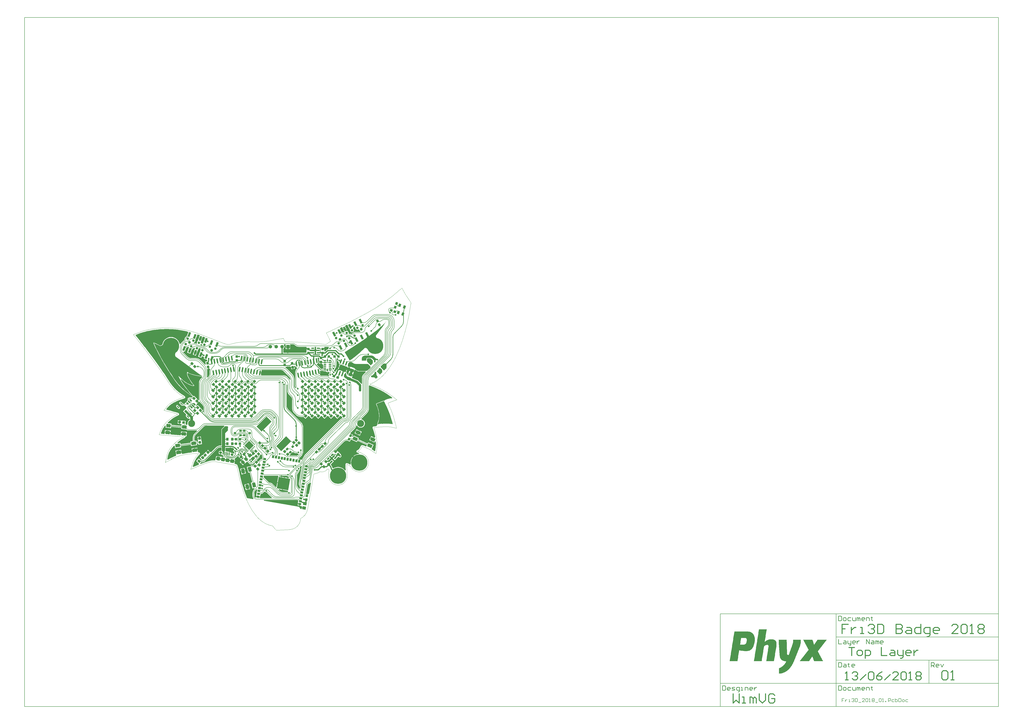
<source format=gtl>
G04*
G04 #@! TF.GenerationSoftware,Altium Limited,Altium Designer,18.1.6 (161)*
G04*
G04 Layer_Physical_Order=1*
G04 Layer_Color=48896*
%FSLAX25Y25*%
%MOIN*%
G70*
G01*
G75*
%ADD10C,0.01968*%
%ADD11C,0.00984*%
%ADD12C,0.03937*%
%ADD13C,0.00787*%
%ADD15C,0.00394*%
%ADD16C,0.00591*%
%ADD17C,0.01575*%
G04:AMPARAMS|DCode=21|XSize=39.37mil|YSize=43.31mil|CornerRadius=0mil|HoleSize=0mil|Usage=FLASHONLY|Rotation=225.000|XOffset=0mil|YOffset=0mil|HoleType=Round|Shape=Rectangle|*
%AMROTATEDRECTD21*
4,1,4,-0.00139,0.02923,0.02923,-0.00139,0.00139,-0.02923,-0.02923,0.00139,-0.00139,0.02923,0.0*
%
%ADD21ROTATEDRECTD21*%

G04:AMPARAMS|DCode=22|XSize=39.37mil|YSize=43.31mil|CornerRadius=0mil|HoleSize=0mil|Usage=FLASHONLY|Rotation=188.000|XOffset=0mil|YOffset=0mil|HoleType=Round|Shape=Rectangle|*
%AMROTATEDRECTD22*
4,1,4,0.01648,0.02418,0.02251,-0.01870,-0.01648,-0.02418,-0.02251,0.01870,0.01648,0.02418,0.0*
%
%ADD22ROTATEDRECTD22*%

G04:AMPARAMS|DCode=23|XSize=39.37mil|YSize=43.31mil|CornerRadius=0mil|HoleSize=0mil|Usage=FLASHONLY|Rotation=155.000|XOffset=0mil|YOffset=0mil|HoleType=Round|Shape=Rectangle|*
%AMROTATEDRECTD23*
4,1,4,0.02699,0.01131,0.00869,-0.02794,-0.02699,-0.01131,-0.00869,0.02794,0.02699,0.01131,0.0*
%
%ADD23ROTATEDRECTD23*%

G04:AMPARAMS|DCode=24|XSize=39.37mil|YSize=43.31mil|CornerRadius=0mil|HoleSize=0mil|Usage=FLASHONLY|Rotation=265.000|XOffset=0mil|YOffset=0mil|HoleType=Round|Shape=Rectangle|*
%AMROTATEDRECTD24*
4,1,4,-0.01986,0.02150,0.02329,0.01772,0.01986,-0.02150,-0.02329,-0.01772,-0.01986,0.02150,0.0*
%
%ADD24ROTATEDRECTD24*%

G04:AMPARAMS|DCode=25|XSize=39.37mil|YSize=43.31mil|CornerRadius=0mil|HoleSize=0mil|Usage=FLASHONLY|Rotation=135.000|XOffset=0mil|YOffset=0mil|HoleType=Round|Shape=Rectangle|*
%AMROTATEDRECTD25*
4,1,4,0.02923,0.00139,-0.00139,-0.02923,-0.02923,-0.00139,0.00139,0.02923,0.02923,0.00139,0.0*
%
%ADD25ROTATEDRECTD25*%

G04:AMPARAMS|DCode=26|XSize=47.24mil|YSize=61.02mil|CornerRadius=0mil|HoleSize=0mil|Usage=FLASHONLY|Rotation=350.000|XOffset=0mil|YOffset=0mil|HoleType=Round|Shape=Rectangle|*
%AMROTATEDRECTD26*
4,1,4,-0.02856,-0.02595,-0.01796,0.03415,0.02856,0.02595,0.01796,-0.03415,-0.02856,-0.02595,0.0*
%
%ADD26ROTATEDRECTD26*%

G04:AMPARAMS|DCode=27|XSize=15.75mil|YSize=53.15mil|CornerRadius=0mil|HoleSize=0mil|Usage=FLASHONLY|Rotation=170.000|XOffset=0mil|YOffset=0mil|HoleType=Round|Shape=Rectangle|*
%AMROTATEDRECTD27*
4,1,4,0.01237,0.02480,0.00314,-0.02754,-0.01237,-0.02480,-0.00314,0.02754,0.01237,0.02480,0.0*
%
%ADD27ROTATEDRECTD27*%

G04:AMPARAMS|DCode=28|XSize=59.06mil|YSize=61.02mil|CornerRadius=0mil|HoleSize=0mil|Usage=FLASHONLY|Rotation=170.000|XOffset=0mil|YOffset=0mil|HoleType=Round|Shape=Rectangle|*
%AMROTATEDRECTD28*
4,1,4,0.03438,0.02492,0.02378,-0.03518,-0.03438,-0.02492,-0.02378,0.03518,0.03438,0.02492,0.0*
%
%ADD28ROTATEDRECTD28*%

G04:AMPARAMS|DCode=29|XSize=35.43mil|YSize=78.74mil|CornerRadius=0mil|HoleSize=0mil|Usage=FLASHONLY|Rotation=340.000|XOffset=0mil|YOffset=0mil|HoleType=Round|Shape=Rectangle|*
%AMROTATEDRECTD29*
4,1,4,-0.03011,-0.03094,-0.00318,0.04306,0.03011,0.03094,0.00318,-0.04306,-0.03011,-0.03094,0.0*
%
%ADD29ROTATEDRECTD29*%

G04:AMPARAMS|DCode=30|XSize=35.43mil|YSize=78.74mil|CornerRadius=0mil|HoleSize=0mil|Usage=FLASHONLY|Rotation=26.000|XOffset=0mil|YOffset=0mil|HoleType=Round|Shape=Rectangle|*
%AMROTATEDRECTD30*
4,1,4,0.00134,-0.04315,-0.03318,0.02762,-0.00134,0.04315,0.03318,-0.02762,0.00134,-0.04315,0.0*
%
%ADD30ROTATEDRECTD30*%

G04:AMPARAMS|DCode=31|XSize=39.37mil|YSize=43.31mil|CornerRadius=0mil|HoleSize=0mil|Usage=FLASHONLY|Rotation=26.000|XOffset=0mil|YOffset=0mil|HoleType=Round|Shape=Rectangle|*
%AMROTATEDRECTD31*
4,1,4,-0.00820,-0.02809,-0.02718,0.01083,0.00820,0.02809,0.02718,-0.01083,-0.00820,-0.02809,0.0*
%
%ADD31ROTATEDRECTD31*%

%ADD32R,0.03937X0.03347*%
%ADD33R,0.03937X0.03347*%
G04:AMPARAMS|DCode=34|XSize=33.47mil|YSize=39.37mil|CornerRadius=0mil|HoleSize=0mil|Usage=FLASHONLY|Rotation=315.000|XOffset=0mil|YOffset=0mil|HoleType=Round|Shape=Rectangle|*
%AMROTATEDRECTD34*
4,1,4,-0.02575,-0.00209,0.00209,0.02575,0.02575,0.00209,-0.00209,-0.02575,-0.02575,-0.00209,0.0*
%
%ADD34ROTATEDRECTD34*%

G04:AMPARAMS|DCode=35|XSize=33.47mil|YSize=39.37mil|CornerRadius=0mil|HoleSize=0mil|Usage=FLASHONLY|Rotation=315.000|XOffset=0mil|YOffset=0mil|HoleType=Round|Shape=Rectangle|*
%AMROTATEDRECTD35*
4,1,4,-0.02575,-0.00209,0.00209,0.02575,0.02575,0.00209,-0.00209,-0.02575,-0.02575,-0.00209,0.0*
%
%ADD35ROTATEDRECTD35*%

G04:AMPARAMS|DCode=36|XSize=21.65mil|YSize=31.5mil|CornerRadius=0mil|HoleSize=0mil|Usage=FLASHONLY|Rotation=225.000|XOffset=0mil|YOffset=0mil|HoleType=Round|Shape=Rectangle|*
%AMROTATEDRECTD36*
4,1,4,-0.00348,0.01879,0.01879,-0.00348,0.00348,-0.01879,-0.01879,0.00348,-0.00348,0.01879,0.0*
%
%ADD36ROTATEDRECTD36*%

G04:AMPARAMS|DCode=37|XSize=118.11mil|YSize=236.22mil|CornerRadius=0mil|HoleSize=0mil|Usage=FLASHONLY|Rotation=315.000|XOffset=0mil|YOffset=0mil|HoleType=Round|Shape=Rectangle|*
%AMROTATEDRECTD37*
4,1,4,-0.12528,-0.04176,0.04176,0.12528,0.12528,0.04176,-0.04176,-0.12528,-0.12528,-0.04176,0.0*
%
%ADD37ROTATEDRECTD37*%

G04:AMPARAMS|DCode=38|XSize=43.31mil|YSize=76.77mil|CornerRadius=10.83mil|HoleSize=0mil|Usage=FLASHONLY|Rotation=225.000|XOffset=0mil|YOffset=0mil|HoleType=Round|Shape=RoundedRectangle|*
%AMROUNDEDRECTD38*
21,1,0.04331,0.05512,0,0,225.0*
21,1,0.02165,0.07677,0,0,225.0*
1,1,0.02165,-0.02714,0.01183*
1,1,0.02165,-0.01183,0.02714*
1,1,0.02165,0.02714,-0.01183*
1,1,0.02165,0.01183,-0.02714*
%
%ADD38ROUNDEDRECTD38*%
G04:AMPARAMS|DCode=39|XSize=43.31mil|YSize=76.77mil|CornerRadius=0mil|HoleSize=0mil|Usage=FLASHONLY|Rotation=45.000|XOffset=0mil|YOffset=0mil|HoleType=Round|Shape=Rectangle|*
%AMROTATEDRECTD39*
4,1,4,0.01183,-0.04245,-0.04245,0.01183,-0.01183,0.04245,0.04245,-0.01183,0.01183,-0.04245,0.0*
%
%ADD39ROTATEDRECTD39*%

G04:AMPARAMS|DCode=40|XSize=70.87mil|YSize=55.12mil|CornerRadius=0mil|HoleSize=0mil|Usage=FLASHONLY|Rotation=355.000|XOffset=0mil|YOffset=0mil|HoleType=Round|Shape=Rectangle|*
%AMROTATEDRECTD40*
4,1,4,-0.03770,-0.02437,-0.03290,0.03054,0.03770,0.02437,0.03290,-0.03054,-0.03770,-0.02437,0.0*
%
%ADD40ROTATEDRECTD40*%

G04:AMPARAMS|DCode=41|XSize=78.74mil|YSize=55.12mil|CornerRadius=0mil|HoleSize=0mil|Usage=FLASHONLY|Rotation=355.000|XOffset=0mil|YOffset=0mil|HoleType=Round|Shape=Rectangle|*
%AMROTATEDRECTD41*
4,1,4,-0.04162,-0.02402,-0.03682,0.03089,0.04162,0.02402,0.03682,-0.03089,-0.04162,-0.02402,0.0*
%
%ADD41ROTATEDRECTD41*%

G04:AMPARAMS|DCode=42|XSize=78.74mil|YSize=55.12mil|CornerRadius=0mil|HoleSize=0mil|Usage=FLASHONLY|Rotation=8.000|XOffset=0mil|YOffset=0mil|HoleType=Round|Shape=Rectangle|*
%AMROTATEDRECTD42*
4,1,4,-0.03515,-0.03277,-0.04282,0.02181,0.03515,0.03277,0.04282,-0.02181,-0.03515,-0.03277,0.0*
%
%ADD42ROTATEDRECTD42*%

G04:AMPARAMS|DCode=43|XSize=78.74mil|YSize=55.12mil|CornerRadius=0mil|HoleSize=0mil|Usage=FLASHONLY|Rotation=285.000|XOffset=0mil|YOffset=0mil|HoleType=Round|Shape=Rectangle|*
%AMROTATEDRECTD43*
4,1,4,-0.03681,0.03090,0.01643,0.04516,0.03681,-0.03090,-0.01643,-0.04516,-0.03681,0.03090,0.0*
%
%ADD43ROTATEDRECTD43*%

G04:AMPARAMS|DCode=44|XSize=23.62mil|YSize=45.28mil|CornerRadius=0mil|HoleSize=0mil|Usage=FLASHONLY|Rotation=315.000|XOffset=0mil|YOffset=0mil|HoleType=Round|Shape=Rectangle|*
%AMROTATEDRECTD44*
4,1,4,-0.02436,-0.00766,0.00766,0.02436,0.02436,0.00766,-0.00766,-0.02436,-0.02436,-0.00766,0.0*
%
%ADD44ROTATEDRECTD44*%

%ADD45R,0.04528X0.02362*%
G04:AMPARAMS|DCode=46|XSize=23.62mil|YSize=45.28mil|CornerRadius=0mil|HoleSize=0mil|Usage=FLASHONLY|Rotation=45.000|XOffset=0mil|YOffset=0mil|HoleType=Round|Shape=Rectangle|*
%AMROTATEDRECTD46*
4,1,4,0.00766,-0.02436,-0.02436,0.00766,-0.00766,0.02436,0.02436,-0.00766,0.00766,-0.02436,0.0*
%
%ADD46ROTATEDRECTD46*%

G04:AMPARAMS|DCode=47|XSize=17.72mil|YSize=55.12mil|CornerRadius=0mil|HoleSize=0mil|Usage=FLASHONLY|Rotation=225.000|XOffset=0mil|YOffset=0mil|HoleType=Round|Shape=Round|*
%AMOVALD47*
21,1,0.03740,0.01772,0.00000,0.00000,315.0*
1,1,0.01772,-0.01322,0.01322*
1,1,0.01772,0.01322,-0.01322*
%
%ADD47OVALD47*%

G04:AMPARAMS|DCode=48|XSize=94.88mil|YSize=129.92mil|CornerRadius=0mil|HoleSize=0mil|Usage=FLASHONLY|Rotation=70.000|XOffset=0mil|YOffset=0mil|HoleType=Round|Shape=Rectangle|*
%AMROTATEDRECTD48*
4,1,4,0.04482,-0.06680,-0.07727,-0.02236,-0.04482,0.06680,0.07727,0.02236,0.04482,-0.06680,0.0*
%
%ADD48ROTATEDRECTD48*%

G04:AMPARAMS|DCode=49|XSize=23.62mil|YSize=78.74mil|CornerRadius=0mil|HoleSize=0mil|Usage=FLASHONLY|Rotation=160.000|XOffset=0mil|YOffset=0mil|HoleType=Round|Shape=Round|*
%AMOVALD49*
21,1,0.05512,0.02362,0.00000,0.00000,250.0*
1,1,0.02362,0.00943,0.02590*
1,1,0.02362,-0.00943,-0.02590*
%
%ADD49OVALD49*%

G04:AMPARAMS|DCode=50|XSize=23.62mil|YSize=86.61mil|CornerRadius=0mil|HoleSize=0mil|Usage=FLASHONLY|Rotation=190.000|XOffset=0mil|YOffset=0mil|HoleType=Round|Shape=Round|*
%AMOVALD50*
21,1,0.06299,0.02362,0.00000,0.00000,280.0*
1,1,0.02362,-0.00547,0.03102*
1,1,0.02362,0.00547,-0.03102*
%
%ADD50OVALD50*%

G04:AMPARAMS|DCode=51|XSize=23.62mil|YSize=86.61mil|CornerRadius=0mil|HoleSize=0mil|Usage=FLASHONLY|Rotation=170.000|XOffset=0mil|YOffset=0mil|HoleType=Round|Shape=Round|*
%AMOVALD51*
21,1,0.06299,0.02362,0.00000,0.00000,260.0*
1,1,0.02362,0.00547,0.03102*
1,1,0.02362,-0.00547,-0.03102*
%
%ADD51OVALD51*%

%ADD52O,0.02165X0.04508*%
%ADD53O,0.04508X0.02165*%
G04:AMPARAMS|DCode=54|XSize=78.74mil|YSize=55.12mil|CornerRadius=0mil|HoleSize=0mil|Usage=FLASHONLY|Rotation=155.000|XOffset=0mil|YOffset=0mil|HoleType=Round|Shape=Rectangle|*
%AMROTATEDRECTD54*
4,1,4,0.04733,0.00834,0.02403,-0.04162,-0.04733,-0.00834,-0.02403,0.04162,0.04733,0.00834,0.0*
%
%ADD54ROTATEDRECTD54*%

G04:AMPARAMS|DCode=55|XSize=47.24mil|YSize=35.43mil|CornerRadius=0mil|HoleSize=0mil|Usage=FLASHONLY|Rotation=170.000|XOffset=0mil|YOffset=0mil|HoleType=Round|Shape=Rectangle|*
%AMROTATEDRECTD55*
4,1,4,0.02634,0.01335,0.02019,-0.02155,-0.02634,-0.01335,-0.02019,0.02155,0.02634,0.01335,0.0*
%
%ADD55ROTATEDRECTD55*%

G04:AMPARAMS|DCode=56|XSize=35.43mil|YSize=47.24mil|CornerRadius=0mil|HoleSize=0mil|Usage=FLASHONLY|Rotation=170.000|XOffset=0mil|YOffset=0mil|HoleType=Round|Shape=Rectangle|*
%AMROTATEDRECTD56*
4,1,4,0.02155,0.02019,0.01335,-0.02634,-0.02155,-0.02019,-0.01335,0.02634,0.02155,0.02019,0.0*
%
%ADD56ROTATEDRECTD56*%

G04:AMPARAMS|DCode=57|XSize=9.84mil|YSize=29.53mil|CornerRadius=0mil|HoleSize=0mil|Usage=FLASHONLY|Rotation=135.000|XOffset=0mil|YOffset=0mil|HoleType=Round|Shape=Round|*
%AMOVALD57*
21,1,0.01968,0.00984,0.00000,0.00000,225.0*
1,1,0.00984,0.00696,0.00696*
1,1,0.00984,-0.00696,-0.00696*
%
%ADD57OVALD57*%

G04:AMPARAMS|DCode=58|XSize=9.84mil|YSize=29.53mil|CornerRadius=0mil|HoleSize=0mil|Usage=FLASHONLY|Rotation=45.000|XOffset=0mil|YOffset=0mil|HoleType=Round|Shape=Round|*
%AMOVALD58*
21,1,0.01968,0.00984,0.00000,0.00000,135.0*
1,1,0.00984,0.00696,-0.00696*
1,1,0.00984,-0.00696,0.00696*
%
%ADD58OVALD58*%

G04:AMPARAMS|DCode=59|XSize=51.18mil|YSize=39.37mil|CornerRadius=0mil|HoleSize=0mil|Usage=FLASHONLY|Rotation=135.000|XOffset=0mil|YOffset=0mil|HoleType=Round|Shape=Rectangle|*
%AMROTATEDRECTD59*
4,1,4,0.03202,-0.00418,0.00418,-0.03202,-0.03202,0.00418,-0.00418,0.03202,0.03202,-0.00418,0.0*
%
%ADD59ROTATEDRECTD59*%

G04:AMPARAMS|DCode=60|XSize=51.18mil|YSize=39.37mil|CornerRadius=0mil|HoleSize=0mil|Usage=FLASHONLY|Rotation=225.000|XOffset=0mil|YOffset=0mil|HoleType=Round|Shape=Rectangle|*
%AMROTATEDRECTD60*
4,1,4,0.00418,0.03202,0.03202,0.00418,-0.00418,-0.03202,-0.03202,-0.00418,0.00418,0.03202,0.0*
%
%ADD60ROTATEDRECTD60*%

%ADD61R,0.03937X0.05118*%
G04:AMPARAMS|DCode=62|XSize=51.18mil|YSize=39.37mil|CornerRadius=0mil|HoleSize=0mil|Usage=FLASHONLY|Rotation=250.000|XOffset=0mil|YOffset=0mil|HoleType=Round|Shape=Rectangle|*
%AMROTATEDRECTD62*
4,1,4,-0.00974,0.03078,0.02725,0.01732,0.00974,-0.03078,-0.02725,-0.01732,-0.00974,0.03078,0.0*
%
%ADD62ROTATEDRECTD62*%

%ADD63R,0.03937X0.04331*%
G04:AMPARAMS|DCode=64|XSize=39.37mil|YSize=43.31mil|CornerRadius=0mil|HoleSize=0mil|Usage=FLASHONLY|Rotation=170.000|XOffset=0mil|YOffset=0mil|HoleType=Round|Shape=Rectangle|*
%AMROTATEDRECTD64*
4,1,4,0.02315,0.01791,0.01563,-0.02474,-0.02315,-0.01791,-0.01563,0.02474,0.02315,0.01791,0.0*
%
%ADD64ROTATEDRECTD64*%

G04:AMPARAMS|DCode=65|XSize=39.37mil|YSize=43.31mil|CornerRadius=0mil|HoleSize=0mil|Usage=FLASHONLY|Rotation=10.000|XOffset=0mil|YOffset=0mil|HoleType=Round|Shape=Rectangle|*
%AMROTATEDRECTD65*
4,1,4,-0.01563,-0.02474,-0.02315,0.01791,0.01563,0.02474,0.02315,-0.01791,-0.01563,-0.02474,0.0*
%
%ADD65ROTATEDRECTD65*%

%ADD66R,0.04331X0.03937*%
G04:AMPARAMS|DCode=67|XSize=39.37mil|YSize=43.31mil|CornerRadius=0mil|HoleSize=0mil|Usage=FLASHONLY|Rotation=250.000|XOffset=0mil|YOffset=0mil|HoleType=Round|Shape=Rectangle|*
%AMROTATEDRECTD67*
4,1,4,-0.01362,0.02590,0.02708,0.01109,0.01362,-0.02590,-0.02708,-0.01109,-0.01362,0.02590,0.0*
%
%ADD67ROTATEDRECTD67*%

G04:AMPARAMS|DCode=68|XSize=59.06mil|YSize=51.18mil|CornerRadius=0mil|HoleSize=0mil|Usage=FLASHONLY|Rotation=135.000|XOffset=0mil|YOffset=0mil|HoleType=Round|Shape=Rectangle|*
%AMROTATEDRECTD68*
4,1,4,0.03897,-0.00278,0.00278,-0.03897,-0.03897,0.00278,-0.00278,0.03897,0.03897,-0.00278,0.0*
%
%ADD68ROTATEDRECTD68*%

G04:AMPARAMS|DCode=69|XSize=59.06mil|YSize=51.18mil|CornerRadius=0mil|HoleSize=0mil|Usage=FLASHONLY|Rotation=225.000|XOffset=0mil|YOffset=0mil|HoleType=Round|Shape=Rectangle|*
%AMROTATEDRECTD69*
4,1,4,0.00278,0.03897,0.03897,0.00278,-0.00278,-0.03897,-0.03897,-0.00278,0.00278,0.03897,0.0*
%
%ADD69ROTATEDRECTD69*%

G04:AMPARAMS|DCode=70|XSize=59.06mil|YSize=51.18mil|CornerRadius=0mil|HoleSize=0mil|Usage=FLASHONLY|Rotation=350.000|XOffset=0mil|YOffset=0mil|HoleType=Round|Shape=Rectangle|*
%AMROTATEDRECTD70*
4,1,4,-0.03352,-0.02007,-0.02464,0.03033,0.03352,0.02007,0.02464,-0.03033,-0.03352,-0.02007,0.0*
%
%ADD70ROTATEDRECTD70*%

G04:AMPARAMS|DCode=71|XSize=59.06mil|YSize=51.18mil|CornerRadius=0mil|HoleSize=0mil|Usage=FLASHONLY|Rotation=160.000|XOffset=0mil|YOffset=0mil|HoleType=Round|Shape=Rectangle|*
%AMROTATEDRECTD71*
4,1,4,0.03650,0.01395,0.01899,-0.03415,-0.03650,-0.01395,-0.01899,0.03415,0.03650,0.01395,0.0*
%
%ADD71ROTATEDRECTD71*%

G04:AMPARAMS|DCode=72|XSize=39.37mil|YSize=43.31mil|CornerRadius=0mil|HoleSize=0mil|Usage=FLASHONLY|Rotation=340.000|XOffset=0mil|YOffset=0mil|HoleType=Round|Shape=Rectangle|*
%AMROTATEDRECTD72*
4,1,4,-0.02590,-0.01362,-0.01109,0.02708,0.02590,0.01362,0.01109,-0.02708,-0.02590,-0.01362,0.0*
%
%ADD72ROTATEDRECTD72*%

%ADD130C,0.04724*%
%ADD137C,0.01181*%
%ADD138C,0.00591*%
%ADD139C,0.03150*%
%ADD140P,0.27839X4X215.0*%
%ADD141P,0.15590X4X90.0*%
%ADD142C,0.01378*%
%ADD143C,0.01500*%
G04:AMPARAMS|DCode=144|XSize=61.02mil|YSize=35.43mil|CornerRadius=0mil|HoleSize=0mil|Usage=FLASHONLY|Rotation=80.000|XOffset=0mil|YOffset=0mil|HoleType=Round|Shape=Round|*
%AMOVALD144*
21,1,0.02559,0.03543,0.00000,0.00000,80.0*
1,1,0.03543,-0.00222,-0.01260*
1,1,0.03543,0.00222,0.01260*
%
%ADD144OVALD144*%

G04:AMPARAMS|DCode=145|XSize=49.21mil|YSize=37.4mil|CornerRadius=0mil|HoleSize=0mil|Usage=FLASHONLY|Rotation=170.000|XOffset=0mil|YOffset=0mil|HoleType=Round|Shape=Round|*
%AMOVALD145*
21,1,0.01181,0.03740,0.00000,0.00000,170.0*
1,1,0.03740,0.00582,-0.00103*
1,1,0.03740,-0.00582,0.00103*
%
%ADD145OVALD145*%

%ADD146C,0.04331*%
%ADD147C,0.27559*%
%ADD148C,0.11811*%
%ADD149C,0.05906*%
%ADD150R,0.05906X0.05906*%
%ADD151C,0.02756*%
G36*
X188808Y351327D02*
X184244Y344752D01*
X179498Y338306D01*
X174575Y331995D01*
X173462Y330648D01*
X173318Y330006D01*
X173298Y329246D01*
X173427Y328497D01*
X173700Y327788D01*
X174106Y327145D01*
X174630Y326594D01*
X175251Y326156D01*
X175591Y325984D01*
X171917Y312819D01*
X159449Y306805D01*
X159449Y306805D01*
X159250Y307196D01*
X158743Y307910D01*
X158106Y308512D01*
X157364Y308977D01*
X156545Y309289D01*
X155681Y309435D01*
X154806Y309410D01*
X154238Y309280D01*
X153179Y308196D01*
X150302Y305414D01*
X150302Y305414D01*
X148505Y303662D01*
X144801Y300274D01*
X140990Y297007D01*
X137077Y293865D01*
X135071Y292357D01*
X135071Y292357D01*
X134302Y291757D01*
X132721Y290614D01*
X131099Y289531D01*
X129438Y288509D01*
X128589Y288030D01*
X120265Y302049D01*
X120265Y302049D01*
X120265Y302049D01*
D01*
X124992Y305002D01*
X134387Y311004D01*
X143699Y317133D01*
X152926Y323389D01*
X157508Y326564D01*
X157575Y326611D01*
X157792Y326935D01*
X158094Y327665D01*
X158248Y328440D01*
X158268Y328836D01*
Y329432D01*
X158248Y329827D01*
X158094Y330603D01*
X157792Y331333D01*
X157352Y331990D01*
X157087Y332283D01*
X160630Y330709D01*
X160630Y330709D01*
X160899Y330465D01*
X161501Y330063D01*
X162075Y329825D01*
X165067Y331994D01*
X170023Y335728D01*
X174911Y339550D01*
X177329Y341494D01*
X177329Y341494D01*
X179182Y342984D01*
X182771Y346104D01*
X186194Y349405D01*
X189442Y352879D01*
X190997Y354678D01*
X188808Y351327D01*
D02*
G37*
G36*
X128906Y340070D02*
X128906Y340070D01*
X129303Y339001D01*
X129334Y338491D01*
X129614Y337655D01*
X130100Y336920D01*
X130760Y336336D01*
X131549Y335943D01*
X132412Y335768D01*
X133292Y335821D01*
X134127Y336101D01*
X134862Y336587D01*
X135446Y337247D01*
X135839Y338036D01*
X136015Y338899D01*
X135961Y339779D01*
X135681Y340614D01*
X135195Y341349D01*
X134812Y341688D01*
X134214Y342658D01*
X134590Y343684D01*
X134830Y344089D01*
X135149Y344221D01*
X135683Y344632D01*
X136094Y345166D01*
X136157Y345320D01*
X137258Y345371D01*
X137894Y344453D01*
X138291Y343384D01*
X138322Y342874D01*
X138602Y342039D01*
X139088Y341304D01*
X139748Y340720D01*
X140537Y340327D01*
X141400Y340151D01*
X142280Y340205D01*
X143115Y340485D01*
X143613Y340814D01*
X144416Y340627D01*
X144876Y340348D01*
X145109Y339650D01*
X145624Y338872D01*
X146323Y338253D01*
X146516Y338157D01*
X146992Y336822D01*
X146967Y336670D01*
X146892Y336545D01*
X138837D01*
Y336546D01*
X137604Y336425D01*
X136418Y336065D01*
X135325Y335481D01*
X134368Y334695D01*
X134368Y334695D01*
X133483Y333979D01*
X133186Y333751D01*
X131785Y333171D01*
X130369Y332984D01*
X130282Y333001D01*
X127728D01*
X126959Y334183D01*
X127027Y334516D01*
X126973Y335395D01*
X126693Y336231D01*
X126207Y336965D01*
X125647Y337461D01*
X124984Y338358D01*
X124505Y339341D01*
X123039Y342346D01*
X120548Y341131D01*
X118057Y339916D01*
X119877Y336183D01*
X118938Y335415D01*
X118703Y335595D01*
X118671Y335609D01*
X117722Y336002D01*
X117690Y336015D01*
X116603Y336158D01*
Y336151D01*
X115136D01*
X112227Y342115D01*
X112625Y343227D01*
X115744Y344657D01*
X117618Y340815D01*
X120109Y342030D01*
X122601Y343245D01*
X121132Y346257D01*
X121522Y347371D01*
X124627Y348844D01*
X128906Y340070D01*
D02*
G37*
G36*
X-182016Y341381D02*
X-182013Y341381D01*
X-182011Y341381D01*
X-180052Y341382D01*
X-176137Y341280D01*
X-172225Y341075D01*
X-168321Y340766D01*
X-164425Y340354D01*
X-160542Y339840D01*
X-156674Y339222D01*
X-152824Y338503D01*
X-150917Y338094D01*
X-147934Y337430D01*
X-145952Y336927D01*
X-145399Y335882D01*
X-147305Y330646D01*
X-147753Y330198D01*
X-147753Y330198D01*
X-149787Y328164D01*
X-149791Y328159D01*
X-150516Y327275D01*
X-151058Y326261D01*
X-151392Y325160D01*
X-151504Y324022D01*
X-151505Y324016D01*
X-151509D01*
X-151770Y323385D01*
X-152602Y322548D01*
X-157191Y317959D01*
X-157195Y317964D01*
X-158368Y316591D01*
X-158711Y316032D01*
X-159973Y316232D01*
X-160267Y317456D01*
X-161168Y319632D01*
X-162399Y321640D01*
X-163928Y323430D01*
X-165718Y324960D01*
X-167726Y326190D01*
X-169902Y327091D01*
X-172192Y327641D01*
X-174539Y327826D01*
X-176887Y327641D01*
X-179177Y327091D01*
X-181352Y326190D01*
X-183360Y324960D01*
X-185151Y323430D01*
X-186680Y321640D01*
X-187911Y319632D01*
X-188812Y317456D01*
X-189362Y315166D01*
X-189370Y315062D01*
X-189647Y314777D01*
X-190493Y314193D01*
X-191436Y313786D01*
X-192441Y313571D01*
X-193484Y313556D01*
X-193761Y313593D01*
X-197161Y315401D01*
X-197172Y315402D01*
X-197180Y315410D01*
X-201394Y317482D01*
X-201405Y317483D01*
X-201412Y317491D01*
X-203176Y318289D01*
X-203551Y318459D01*
X-203551Y318459D01*
X-203552Y318459D01*
X-203553Y318460D01*
X-203689Y318464D01*
X-203815Y318516D01*
X-203815Y318516D01*
X-203923Y318471D01*
X-204040Y318475D01*
X-204041Y318475D01*
X-204042Y318475D01*
X-204042Y318475D01*
X-204141Y318381D01*
X-204267Y318329D01*
X-204312Y318221D01*
X-204397Y318141D01*
X-204397Y318140D01*
X-204398Y318139D01*
X-204402Y318003D01*
X-204454Y317877D01*
X-204409Y317769D01*
X-204413Y317652D01*
X-204413Y317651D01*
Y317650D01*
X-204413Y317650D01*
X-203832Y316120D01*
X-203825Y316112D01*
Y316102D01*
X-202571Y313077D01*
X-202563Y313070D01*
X-202563Y313059D01*
X-201218Y310075D01*
X-201210Y310068D01*
X-201210Y310057D01*
X-199774Y307115D01*
X-199767Y307108D01*
X-199766Y307097D01*
X-199006Y305654D01*
X-197680Y303021D01*
X-197676Y303017D01*
X-197676Y303012D01*
X-194937Y297779D01*
X-194933Y297775D01*
X-194933Y297770D01*
X-192113Y292580D01*
X-192109Y292577D01*
X-192108Y292571D01*
X-189208Y287426D01*
X-189204Y287422D01*
X-189203Y287417D01*
X-187714Y284869D01*
X-185946Y281820D01*
X-185940Y281816D01*
X-185939Y281809D01*
X-182276Y275786D01*
X-182271Y275781D01*
X-182270Y275774D01*
X-178483Y269828D01*
X-178477Y269824D01*
X-178475Y269817D01*
X-174566Y263951D01*
X-174560Y263947D01*
X-174558Y263940D01*
X-172556Y261067D01*
X-171035Y258508D01*
X-171017Y258495D01*
X-171013Y258474D01*
X-167624Y253522D01*
X-167606Y253510D01*
X-167600Y253489D01*
X-163903Y248762D01*
X-163884Y248751D01*
X-163877Y248731D01*
X-159888Y244248D01*
X-159868Y244239D01*
X-159860Y244219D01*
X-155594Y239999D01*
X-155574Y239990D01*
X-155564Y239971D01*
X-151038Y236030D01*
X-151018Y236023D01*
X-151007Y236005D01*
X-146240Y232360D01*
X-146219Y232354D01*
X-146207Y232336D01*
X-141218Y229001D01*
X-141197Y228997D01*
X-141183Y228980D01*
X-138924Y227669D01*
X-138588Y227474D01*
X-138588D01*
X-138567Y227471D01*
X-138553Y227455D01*
X-138419Y227446D01*
X-138297Y227389D01*
X-138282Y227394D01*
X-138268Y227388D01*
X-137785Y226309D01*
X-138766Y225328D01*
X-143195D01*
X-143219Y225324D01*
X-144020Y225218D01*
X-144790Y224899D01*
X-145428Y224410D01*
X-145451Y224394D01*
X-145451Y224394D01*
X-145452Y224393D01*
X-145466Y224373D01*
X-145958Y223731D01*
X-146277Y222962D01*
X-146382Y222160D01*
X-146387Y222136D01*
Y220342D01*
X-147429Y219300D01*
X-150770Y215959D01*
X-150490Y215679D01*
X-150979Y214497D01*
X-154035D01*
X-154261Y214835D01*
X-156905Y217479D01*
X-157589Y217936D01*
X-158395Y218097D01*
X-159202Y217936D01*
X-159886Y217479D01*
X-160342Y216796D01*
X-160492Y216045D01*
X-160855Y215973D01*
X-156496Y211614D01*
X-151575D01*
X-148032Y208059D01*
X-154127Y201964D01*
X-153802Y201513D01*
X-153148Y200859D01*
X-149157Y196868D01*
X-148923Y196299D01*
X-148889Y195626D01*
X-149346Y194942D01*
X-149506Y194136D01*
X-149346Y193329D01*
X-148889Y192646D01*
X-146245Y190001D01*
X-145561Y189544D01*
X-144754Y189384D01*
X-143948Y189544D01*
X-143946Y189545D01*
X-142765Y188914D01*
Y187428D01*
X-143523Y187023D01*
X-144602Y186138D01*
X-145488Y185058D01*
X-146146Y183827D01*
X-146551Y182492D01*
X-146688Y181102D01*
X-146562Y179825D01*
X-146605Y179656D01*
X-147484Y178720D01*
X-148739Y178830D01*
X-149668Y179439D01*
X-149815Y180557D01*
X-150128Y181313D01*
X-149751Y185626D01*
X-155497Y186128D01*
X-156418Y186209D01*
X-157536Y186125D01*
X-159269Y186276D01*
X-159528Y183319D01*
X-159787Y180362D01*
X-158128Y180217D01*
X-157457Y180053D01*
X-156690Y179125D01*
X-156850Y177300D01*
X-174107Y178810D01*
X-173912Y181032D01*
X-179741Y181542D01*
X-180177Y182766D01*
X-179708Y183222D01*
X-177574Y185135D01*
X-175362Y186959D01*
X-173077Y188690D01*
X-170723Y190325D01*
X-168303Y191862D01*
X-165822Y193299D01*
X-163284Y194631D01*
X-161989Y195245D01*
X-161952Y195272D01*
X-161908Y195285D01*
X-161639Y195505D01*
X-161360Y195712D01*
X-161336Y195751D01*
X-161301Y195780D01*
X-161136Y196086D01*
X-160958Y196384D01*
X-160951Y196429D01*
X-160929Y196469D01*
X-160894Y196815D01*
X-160843Y197158D01*
X-160854Y197203D01*
X-160850Y197249D01*
X-160949Y197581D01*
X-161034Y197918D01*
X-161061Y197955D01*
X-161075Y197999D01*
X-161294Y198268D01*
X-161501Y198547D01*
X-161540Y198570D01*
X-161569Y198606D01*
X-161875Y198770D01*
X-162173Y198949D01*
X-162218Y198956D01*
X-162259Y198977D01*
X-165023Y199826D01*
X-165031Y199827D01*
X-165038Y199831D01*
X-166629Y200306D01*
X-166636Y200306D01*
X-166642Y200310D01*
X-169831Y201238D01*
X-169841Y201239D01*
X-169849Y201243D01*
X-173047Y202142D01*
X-173056Y202142D01*
X-173064Y202147D01*
X-176270Y203016D01*
X-176277Y203016D01*
X-176284Y203020D01*
X-177889Y203443D01*
X-177903Y203444D01*
X-177915Y203450D01*
X-182120Y204501D01*
X-182493Y205622D01*
X-179767Y208977D01*
X-179447Y209362D01*
X-178753Y210116D01*
X-178022Y210835D01*
X-177255Y211517D01*
X-176856Y211838D01*
X-176854Y211840D01*
X-176852Y211841D01*
X-176349Y212248D01*
X-175315Y213026D01*
X-174255Y213768D01*
X-173169Y214473D01*
X-172615Y214807D01*
X-172614Y214808D01*
X-172612Y214808D01*
X-171933Y215218D01*
X-170556Y216005D01*
X-169161Y216758D01*
X-167748Y217477D01*
X-167038Y217817D01*
X-165187Y218690D01*
X-161422Y220327D01*
X-157609Y221850D01*
X-153752Y223255D01*
X-151803Y223899D01*
X-151528Y224055D01*
X-151242Y224189D01*
X-151189Y224247D01*
X-151121Y224285D01*
X-150927Y224534D01*
X-150714Y224768D01*
X-150688Y224841D01*
X-150640Y224903D01*
X-150555Y225207D01*
X-150448Y225504D01*
X-150452Y225582D01*
X-150431Y225658D01*
X-150470Y225971D01*
X-150484Y226286D01*
X-150517Y226357D01*
X-150527Y226435D01*
X-150682Y226710D01*
X-150817Y226995D01*
X-150874Y227048D01*
X-150913Y227116D01*
X-151162Y227310D01*
X-151395Y227523D01*
X-152207Y228013D01*
X-153810Y229026D01*
X-155394Y230071D01*
X-156955Y231148D01*
X-157725Y231702D01*
X-157733Y231705D01*
X-157739Y231712D01*
X-159188Y232734D01*
X-161983Y234915D01*
X-164672Y237226D01*
X-167248Y239662D01*
X-169705Y242218D01*
X-172037Y244888D01*
X-174240Y247666D01*
X-176308Y250545D01*
X-177268Y252025D01*
X-178011Y253195D01*
X-178765Y254398D01*
X-178765Y254398D01*
X-178765Y254398D01*
X-179536Y255627D01*
X-179538Y255629D01*
X-179539Y255631D01*
X-179736Y255944D01*
X-179740Y255948D01*
X-179741Y255952D01*
X-180140Y256577D01*
X-180144Y256582D01*
X-180146Y256588D01*
X-180549Y257211D01*
X-180553Y257215D01*
X-180555Y257222D01*
X-180962Y257842D01*
X-180965Y257845D01*
X-180967Y257850D01*
X-181171Y258159D01*
X-181172Y258159D01*
X-181172Y258159D01*
X-182685Y260444D01*
X-182690Y260449D01*
X-182692Y260455D01*
X-185747Y265006D01*
X-185753Y265012D01*
X-185756Y265019D01*
X-188848Y269545D01*
X-188854Y269551D01*
X-188857Y269559D01*
X-191986Y274059D01*
X-191991Y274063D01*
X-191993Y274069D01*
X-193572Y276309D01*
X-193575Y276313D01*
X-193577Y276317D01*
X-196361Y280228D01*
X-196367Y280233D01*
X-196370Y280240D01*
X-201993Y288022D01*
X-202000Y288029D01*
X-202005Y288038D01*
X-207702Y295766D01*
X-207709Y295773D01*
X-207713Y295781D01*
X-213484Y303455D01*
X-213490Y303460D01*
X-213493Y303467D01*
X-216405Y307283D01*
X-216407Y307284D01*
X-216408Y307286D01*
X-217761Y309052D01*
X-217764Y309054D01*
X-217765Y309058D01*
X-220485Y312580D01*
X-220489Y312584D01*
X-220491Y312588D01*
X-223229Y316097D01*
X-223233Y316100D01*
X-223235Y316105D01*
X-225990Y319599D01*
X-225993Y319602D01*
X-225995Y319605D01*
X-227379Y321347D01*
X-227388Y321355D01*
X-227394Y321366D01*
X-234773Y330432D01*
X-234460Y331571D01*
X-225901Y334698D01*
X-225897Y334700D01*
X-225893Y334701D01*
X-225608Y334806D01*
X-225036Y335009D01*
X-224461Y335203D01*
X-223883Y335389D01*
X-223592Y335478D01*
X-223588Y335480D01*
X-223583Y335481D01*
X-222842Y335712D01*
X-221351Y336152D01*
X-219854Y336569D01*
X-218352Y336964D01*
X-217600Y337149D01*
X-215421Y337679D01*
X-211028Y338609D01*
X-206608Y339406D01*
X-202166Y340070D01*
X-197707Y340600D01*
X-193233Y340997D01*
X-188750Y341258D01*
X-184261Y341385D01*
X-182016Y341381D01*
D02*
G37*
G36*
X-127408Y331381D02*
X-125789Y330755D01*
X-127223Y326817D01*
X-124618Y325869D01*
X-122014Y324921D01*
X-120907Y327962D01*
X-119831Y328450D01*
X-116630Y327212D01*
X-119918Y318179D01*
X-119918D01*
X-120411Y317151D01*
X-120458Y317100D01*
X-120888Y316778D01*
X-121938Y316802D01*
X-122560Y317060D01*
X-123003Y317118D01*
X-123506Y317521D01*
X-124037Y318233D01*
X-124058Y318711D01*
X-123873Y319812D01*
X-123873D01*
X-123873Y319812D01*
X-122356Y323981D01*
X-124960Y324929D01*
X-127565Y325877D01*
X-129082Y321708D01*
X-129082D01*
X-129648Y320746D01*
X-130153Y320195D01*
X-130560Y319413D01*
X-130751Y318553D01*
X-130712Y317673D01*
X-130587Y317276D01*
X-131427Y316357D01*
X-131468Y316337D01*
X-133723Y317143D01*
X-133977Y317181D01*
X-134230Y317231D01*
X-135835D01*
X-136017Y318412D01*
X-135359Y318620D01*
X-134615Y319093D01*
X-134020Y319743D01*
X-133613Y320525D01*
X-133423Y321385D01*
X-133445Y321895D01*
X-133162Y323000D01*
X-133162Y323000D01*
X-129805Y332222D01*
X-127408Y331381D01*
D02*
G37*
G36*
X33697Y315274D02*
X34914Y314770D01*
X35051Y314665D01*
X35932Y313941D01*
X35932Y313941D01*
X37363Y312766D01*
X38995Y311894D01*
X40767Y311356D01*
X42609Y311175D01*
Y311192D01*
X54739D01*
X55694Y310645D01*
X55694Y310010D01*
Y307980D01*
X58662D01*
Y306980D01*
X55694D01*
Y305240D01*
X55513Y304134D01*
X55513Y303209D01*
Y301027D01*
X16066D01*
Y307901D01*
X16807Y308469D01*
X17469Y309333D01*
X17886Y310338D01*
X18028Y311417D01*
X17886Y312496D01*
X17469Y313502D01*
X16901Y314243D01*
X17011Y314750D01*
X17368Y315424D01*
X18747D01*
X19906Y315370D01*
X19906Y314243D01*
Y311917D01*
X23858D01*
X27811D01*
Y314243D01*
X27811Y315370D01*
X28970Y315424D01*
X32391D01*
X32458Y315437D01*
X33697Y315274D01*
D02*
G37*
G36*
X92923Y311082D02*
X93338Y310011D01*
X93184Y309809D01*
X92926Y309186D01*
X92838Y308518D01*
X92891Y308113D01*
X92450Y307364D01*
X92027Y306932D01*
X91339D01*
X90494Y306764D01*
X89777Y306286D01*
X86910Y303418D01*
X86657Y303523D01*
X85729Y304134D01*
X85548Y305265D01*
Y306980D01*
X82579D01*
Y307980D01*
X85548D01*
Y310645D01*
X86502Y311192D01*
X92823D01*
X92923Y311082D01*
D02*
G37*
G36*
X-143926Y310691D02*
X-147329Y301342D01*
X-141780Y299323D01*
X-139258Y306251D01*
X-135701Y309808D01*
X-135200Y309826D01*
X-134171Y309156D01*
X-134138Y308409D01*
X-134323Y307309D01*
X-134323D01*
X-134323Y307309D01*
X-135840Y303139D01*
X-133236Y302191D01*
X-130631Y301244D01*
X-129114Y305413D01*
X-129114D01*
X-128548Y306375D01*
X-128043Y306926D01*
X-127636Y307707D01*
X-127504Y308306D01*
X-126830Y308868D01*
X-126288Y309132D01*
X-124683Y308573D01*
X-124377Y307852D01*
X-124279Y307181D01*
X-124583Y306596D01*
X-124774Y305736D01*
X-124751Y305225D01*
X-125034Y304121D01*
X-125034Y304121D01*
X-128535Y294502D01*
X-122986Y292482D01*
X-122138Y294811D01*
X-121417Y295143D01*
X-120777Y295096D01*
X-120723Y295025D01*
X-120188Y294615D01*
X-119566Y294357D01*
X-119220Y294312D01*
X-118584Y293578D01*
X-118387Y293145D01*
X-119138Y291082D01*
X-113589Y289062D01*
X-112879Y288221D01*
X-112978Y287473D01*
X-113200Y286936D01*
X-116469Y286360D01*
X-115627Y281585D01*
X-116734Y281063D01*
X-116821Y281163D01*
X-116825Y281159D01*
X-123663Y287997D01*
X-124495Y288835D01*
X-124495Y288835D01*
X-125809Y289958D01*
X-127283Y290861D01*
X-128880Y291522D01*
X-130560Y291926D01*
X-132283Y292061D01*
Y292056D01*
X-140346D01*
X-140413Y292043D01*
X-142007Y292200D01*
X-143605Y292685D01*
X-145077Y293472D01*
X-146315Y294488D01*
X-146353Y294545D01*
X-153660Y301852D01*
X-153805Y302443D01*
X-152813Y303338D01*
X-151177Y302743D01*
X-148682Y309598D01*
X-148040Y310435D01*
X-147006Y310698D01*
X-146092Y310818D01*
X-145906Y310896D01*
X-145428Y311094D01*
X-145241Y311171D01*
X-144819Y311495D01*
X-143926Y310691D01*
D02*
G37*
G36*
X71752Y311122D02*
Y306398D01*
X71933D01*
Y305520D01*
X75197D01*
Y304520D01*
X71933D01*
Y303642D01*
X71752D01*
Y298917D01*
X77870D01*
X78627Y297944D01*
X77715Y297414D01*
X76870Y297582D01*
X65725D01*
X65622Y297736D01*
X66254Y298917D01*
X69390D01*
Y303642D01*
X62533D01*
X62295Y303819D01*
X61792Y304255D01*
X61631Y305240D01*
Y305644D01*
X62500Y306398D01*
X62812Y306398D01*
X69390D01*
X69390Y311122D01*
X70542Y311192D01*
X70600D01*
X71752Y311122D01*
D02*
G37*
G36*
X167411Y296237D02*
X168449Y295808D01*
X169383Y295183D01*
X169781Y294786D01*
X171769Y292798D01*
Y292798D01*
X171835Y292732D01*
X171939Y292576D01*
X172011Y292403D01*
X172047Y292220D01*
Y292126D01*
Y291271D01*
Y291006D01*
X171944Y290487D01*
X171741Y289998D01*
X171447Y289557D01*
X171260Y289370D01*
X171043Y289370D01*
X170580D01*
X169671Y289551D01*
X168815Y289906D01*
X168044Y290420D01*
X167717Y290748D01*
X167717Y290748D01*
X167277Y291147D01*
X166291Y291806D01*
X165195Y292259D01*
X164032Y292491D01*
X163439Y292520D01*
X159184D01*
X158775Y292479D01*
X158019Y292166D01*
X157440Y291588D01*
X157127Y290832D01*
X157087Y290423D01*
Y288976D01*
Y288741D01*
X156907Y288307D01*
X156574Y287975D01*
X156140Y287795D01*
X149843D01*
X149554Y287915D01*
X149332Y288137D01*
X149213Y288426D01*
Y288583D01*
Y290748D01*
Y291310D01*
X149432Y292413D01*
X149862Y293452D01*
X150487Y294387D01*
X151282Y295182D01*
X152217Y295807D01*
X153256Y296237D01*
X154359Y296457D01*
X166310D01*
X167411Y296237D01*
D02*
G37*
G36*
X76771Y292098D02*
Y288977D01*
X76771D01*
X76952Y288796D01*
Y286130D01*
X79921D01*
Y285630D01*
X80421D01*
Y282465D01*
X82133D01*
X83137Y281503D01*
X83164Y281398D01*
X83320Y280613D01*
X83821Y279864D01*
X83853Y279701D01*
X83491Y279159D01*
X83429Y278846D01*
X86624D01*
Y277846D01*
X83429D01*
X83491Y277534D01*
X83911Y276772D01*
X83491Y276009D01*
X83429Y275697D01*
X86624D01*
Y274697D01*
X83224D01*
X82600Y273753D01*
X80475D01*
X72933Y281295D01*
X73432Y282466D01*
X73645Y282461D01*
X74521Y282802D01*
X75200Y283452D01*
X75578Y284312D01*
X75599Y285251D01*
X74505Y291455D01*
X74299Y291985D01*
X74756Y292923D01*
X74840Y293007D01*
X75862Y293007D01*
X76771Y292098D01*
D02*
G37*
G36*
X164078Y291629D02*
X164568Y291426D01*
X165008Y291132D01*
X165195Y290945D01*
X167388Y288753D01*
X167559Y288581D01*
X167829Y288177D01*
X168015Y287728D01*
X168110Y287251D01*
Y287008D01*
Y284021D01*
Y283889D01*
X168059Y283629D01*
X167957Y283385D01*
X167810Y283165D01*
X167717Y283071D01*
X167717D01*
X164567Y279921D01*
X158961Y285527D01*
X158704Y285784D01*
X158300Y286388D01*
X158022Y287060D01*
X157880Y287773D01*
Y288137D01*
Y289770D01*
Y290160D01*
X158179Y290881D01*
X158731Y291434D01*
X159452Y291732D01*
X163559D01*
X164078Y291629D01*
D02*
G37*
G36*
X36235Y279201D02*
X36387Y278337D01*
X36727Y277461D01*
X37377Y276782D01*
X38237Y276404D01*
X38704Y276394D01*
X39504Y275486D01*
X39578Y275283D01*
X39484Y274886D01*
X39480Y274882D01*
X38389Y273605D01*
X37509Y272168D01*
X36864Y270611D01*
X36470Y268972D01*
X36338Y267292D01*
X36342D01*
Y246446D01*
X36338D01*
X36469Y244781D01*
X36859Y243158D01*
X37498Y241616D01*
X37564Y241509D01*
X37440Y241241D01*
X36055Y241066D01*
X35991Y241144D01*
X35204Y242616D01*
X34720Y244213D01*
X34563Y245807D01*
X34576Y245874D01*
Y256881D01*
X34583D01*
X34441Y258682D01*
X34019Y260439D01*
X33328Y262108D01*
X32384Y263648D01*
X31211Y265022D01*
X31206Y265017D01*
X22104Y274120D01*
X22108Y274124D01*
X20735Y275297D01*
X19613Y275985D01*
X19947Y277166D01*
X21653D01*
Y277721D01*
X27225D01*
X27655Y277807D01*
X28338Y277572D01*
X28971Y277143D01*
X29067Y276603D01*
X31990Y277118D01*
X34913Y277634D01*
X34784Y278366D01*
X35817Y279312D01*
X36235Y279201D01*
D02*
G37*
G36*
X190386Y282626D02*
X190631Y282524D01*
X190851Y282377D01*
X190945Y282283D01*
X191039Y282190D01*
X191186Y281970D01*
X191287Y281725D01*
X191339Y281465D01*
Y281333D01*
Y276867D01*
Y276470D01*
X191184Y275691D01*
X190880Y274957D01*
X190438Y274297D01*
X190157Y274016D01*
X190157D01*
X187402Y271260D01*
X187008D01*
X181774Y276493D01*
X181708Y276559D01*
X181604Y276715D01*
X181533Y276888D01*
X181496Y277072D01*
Y277165D01*
Y277446D01*
X181606Y277997D01*
X181821Y278516D01*
X182133Y278983D01*
X182331Y279182D01*
X185039Y281890D01*
X185227Y282077D01*
X185667Y282371D01*
X186156Y282574D01*
X186676Y282677D01*
X190127D01*
X190386Y282626D01*
D02*
G37*
G36*
X132183Y285278D02*
X132917Y284974D01*
X133577Y284533D01*
X133858Y284252D01*
X134347Y283809D01*
X135442Y283077D01*
X136660Y282573D01*
X137952Y282316D01*
X138611Y282283D01*
X158145D01*
X159184Y282077D01*
X160162Y281672D01*
X161043Y281083D01*
X161417Y280709D01*
X163338Y278788D01*
X163338D01*
X163537Y278589D01*
X163849Y278122D01*
X164064Y277603D01*
X164173Y277052D01*
Y276772D01*
Y276584D01*
X164100Y276217D01*
X163957Y275871D01*
X163749Y275560D01*
X163617Y275428D01*
X161197Y273008D01*
X161197D01*
X160500Y272311D01*
X158862Y271217D01*
X157043Y270463D01*
X155111Y270079D01*
X144889D01*
X142957Y270463D01*
X141138Y271217D01*
X139500Y272311D01*
X138803Y273008D01*
X137402Y274410D01*
X136717Y275030D01*
X135184Y276054D01*
X133480Y276760D01*
X131670Y277120D01*
X130748Y277165D01*
X127196D01*
X126936Y277217D01*
X126692Y277318D01*
X126472Y277465D01*
X126378Y277559D01*
X126147Y277790D01*
X126147D01*
X126015Y277922D01*
X125807Y278233D01*
X125664Y278579D01*
X125591Y278947D01*
Y279134D01*
Y279726D01*
Y280447D01*
X125872Y281863D01*
X126425Y283197D01*
X127226Y284397D01*
X127737Y284907D01*
X127862Y285032D01*
X128156Y285229D01*
X128483Y285364D01*
X128830Y285433D01*
X131404D01*
X132183Y285278D01*
D02*
G37*
G36*
X12480Y271973D02*
X14077Y271488D01*
X15549Y270702D01*
X16787Y269686D01*
X16825Y269629D01*
X25928Y260526D01*
X25985Y260488D01*
X27001Y259250D01*
X27788Y257778D01*
X28272Y256180D01*
X28306Y255840D01*
X27157Y255454D01*
X26479Y256561D01*
X25306Y257935D01*
X25301Y257930D01*
X23678Y259553D01*
X23683Y259557D01*
X22309Y260731D01*
X20769Y261674D01*
X19100Y262366D01*
X17344Y262787D01*
X15543Y262929D01*
Y262923D01*
X-21332D01*
X-22062Y264104D01*
X-21674Y266305D01*
X-23864Y266691D01*
X-23690Y267676D01*
X-21500Y267290D01*
X-21040Y269899D01*
X-21059Y270766D01*
X-21133Y270936D01*
X-20411Y272117D01*
X10819D01*
X10886Y272130D01*
X12480Y271973D01*
D02*
G37*
G36*
X173333Y268658D02*
X173776Y268215D01*
X174016Y267636D01*
Y267323D01*
Y265939D01*
X174055Y265149D01*
X174363Y263598D01*
X174968Y262137D01*
X175846Y260823D01*
X176378Y260236D01*
X173622Y257480D01*
X173133Y257923D01*
X172038Y258655D01*
X170821Y259159D01*
X169528Y259416D01*
X168870Y259449D01*
X166222D01*
X165643Y259689D01*
X165200Y260132D01*
X164961Y260710D01*
Y261024D01*
Y261337D01*
X165200Y261916D01*
X165643Y262359D01*
X166222Y262598D01*
X166535D01*
X166722Y262608D01*
X167087Y262680D01*
X167431Y262823D01*
X167741Y263030D01*
X167880Y263155D01*
X170079Y265354D01*
Y265354D01*
X170256Y265550D01*
X170549Y265988D01*
X170750Y266475D01*
X170853Y266992D01*
X170866Y267255D01*
Y267323D01*
Y267636D01*
X171106Y268215D01*
X171549Y268658D01*
X172128Y268898D01*
X172754D01*
X173333Y268658D01*
D02*
G37*
G36*
X109695Y290452D02*
X109339Y290305D01*
X108805Y289895D01*
X108395Y289360D01*
X108137Y288738D01*
X108049Y288070D01*
X108137Y287402D01*
X108395Y286779D01*
X108805Y286245D01*
X109339Y285835D01*
X109962Y285577D01*
X110356Y284333D01*
X110293Y283923D01*
X110516Y283010D01*
X111072Y282252D01*
X111875Y281764D01*
X111878Y281760D01*
X110450Y277837D01*
X117494Y275273D01*
X124538Y272709D01*
X125966Y276632D01*
X125971Y276634D01*
X126899Y276491D01*
X127139Y276550D01*
X127196Y276526D01*
X129098D01*
X129812Y275404D01*
X129740Y275045D01*
X129036Y273110D01*
X132750Y271758D01*
X136464Y270407D01*
X137096Y272141D01*
X138028Y272449D01*
X138463Y272444D01*
X139048Y271859D01*
X139108Y271834D01*
X139145Y271780D01*
X140782Y270685D01*
X140847Y270673D01*
X140893Y270626D01*
X142300Y270044D01*
X142602Y269812D01*
X143224Y269554D01*
X143892Y269466D01*
X144374Y269530D01*
X144765Y269452D01*
X144829Y269465D01*
X144889Y269440D01*
X155111D01*
X155171Y269465D01*
X155235Y269452D01*
X155462Y269497D01*
X156043Y268408D01*
X152479Y264844D01*
X152467Y264856D01*
X151274Y263403D01*
X150388Y261746D01*
X149843Y259947D01*
X149659Y258077D01*
X149676D01*
Y248952D01*
X148935Y248575D01*
X148495Y248518D01*
X143191Y253821D01*
X143023Y253951D01*
X142872Y254101D01*
X142695Y254202D01*
X142533Y254326D01*
X142337Y254407D01*
X142152Y254513D01*
X132773Y258367D01*
X132592Y259128D01*
X132625Y259216D01*
X132859Y260388D01*
X133563Y262323D01*
X129848Y263675D01*
X126134Y265027D01*
X125809Y264135D01*
X124500Y263991D01*
X124138Y264558D01*
X124210Y264755D01*
X124353Y265684D01*
X124130Y266597D01*
X123574Y267354D01*
X122771Y267842D01*
X122768Y267846D01*
X124196Y271769D01*
X117152Y274333D01*
X110108Y276897D01*
X108617Y272801D01*
X108612Y272799D01*
X107754Y272931D01*
X106912Y272725D01*
X106212Y272212D01*
X105762Y271470D01*
X104970Y269294D01*
X104389Y269150D01*
X103673Y269185D01*
X103400Y269542D01*
X102865Y269952D01*
X102323Y270176D01*
X102227Y270238D01*
X102120Y270431D01*
X102444Y271780D01*
X102978Y272191D01*
X103389Y272725D01*
X103646Y273348D01*
X103665Y273489D01*
X103867Y274587D01*
X104875Y275814D01*
X105623Y277215D01*
X106084Y278734D01*
X106240Y280315D01*
X106230D01*
Y290481D01*
X106299Y291634D01*
X109460D01*
X109695Y290452D01*
D02*
G37*
G36*
X180359Y275087D02*
X180878Y274872D01*
X181345Y274560D01*
X181544Y274362D01*
X183465Y272441D01*
X183465Y272441D01*
X183558Y272347D01*
X183705Y272127D01*
X183807Y271883D01*
X183858Y271623D01*
Y271491D01*
Y268273D01*
Y268141D01*
X183807Y267881D01*
X183705Y267637D01*
X183558Y267416D01*
X183465Y267323D01*
X180315Y264173D01*
X174803Y269685D01*
X177396Y272278D01*
X177521Y272416D01*
X177728Y272726D01*
X177871Y273070D01*
X177944Y273436D01*
X177953Y273622D01*
Y273853D01*
Y273985D01*
X178004Y274245D01*
X178106Y274489D01*
X178253Y274710D01*
X178347Y274803D01*
X178440Y274897D01*
X178660Y275044D01*
X178905Y275145D01*
X179165Y275197D01*
X179808D01*
X180359Y275087D01*
D02*
G37*
G36*
X-201676Y316909D02*
X-197462Y314837D01*
X-193960Y312974D01*
X-193522Y312916D01*
X-192369Y312933D01*
X-191241Y313174D01*
X-190182Y313631D01*
X-189232Y314286D01*
X-188428Y315114D01*
X-187802Y316082D01*
X-187376Y317154D01*
X-187244Y317717D01*
Y317717D01*
X-174539Y312819D01*
X-164567Y303543D01*
X-165109Y303149D01*
X-166063Y302212D01*
X-166816Y301106D01*
X-167340Y299875D01*
X-167612Y298565D01*
X-167624Y297227D01*
X-167375Y295913D01*
X-166875Y294672D01*
X-166725Y294417D01*
X-149772Y282061D01*
X-130980Y268199D01*
X-129799Y267299D01*
X-127399Y265551D01*
X-124950Y263875D01*
X-122452Y262270D01*
X-121186Y261495D01*
X-121186D01*
X-121186D01*
D01*
X-123749Y261652D01*
X-128839Y262323D01*
X-133871Y263349D01*
X-138818Y264724D01*
X-141237Y265583D01*
X-141237Y265583D01*
X-142059Y265894D01*
X-143660Y266617D01*
X-145213Y267437D01*
X-146713Y268352D01*
X-147433Y268855D01*
Y268855D01*
X-147453Y268079D01*
X-147399Y266526D01*
X-147220Y264983D01*
X-146918Y263459D01*
X-146493Y261965D01*
X-145950Y260510D01*
X-145291Y259103D01*
X-144521Y257754D01*
X-144096Y257103D01*
X-143672Y256368D01*
X-142795Y254912D01*
X-141882Y253480D01*
X-140932Y252072D01*
X-140444Y251378D01*
Y251378D01*
X-140444Y251378D01*
X-139906Y250624D01*
X-138805Y249134D01*
X-137670Y247671D01*
X-136503Y246234D01*
X-135907Y245525D01*
X-136471Y245506D01*
X-137600Y245581D01*
X-138714Y245768D01*
X-139805Y246065D01*
X-140333Y246267D01*
X-141038Y246503D01*
X-142422Y247045D01*
X-143778Y247656D01*
X-145101Y248333D01*
X-145745Y248705D01*
X-145745D01*
X-146728Y249269D01*
X-148643Y250480D01*
X-150505Y251771D01*
X-152311Y253140D01*
X-153184Y253862D01*
Y253862D01*
X-154432Y254890D01*
X-156855Y257031D01*
X-159204Y259254D01*
X-161475Y261556D01*
X-162570Y262745D01*
X-161400Y260241D01*
X-158845Y255340D01*
X-156010Y250595D01*
X-152906Y246022D01*
X-151256Y243805D01*
X-150495Y242782D01*
X-148954Y240752D01*
X-147385Y238743D01*
X-145790Y236754D01*
X-144982Y235768D01*
X-144167Y234780D01*
X-142516Y232821D01*
X-140837Y230885D01*
X-139131Y228974D01*
X-138268Y228027D01*
X-138267Y228027D01*
X-138268D01*
X-138268Y228027D01*
X-140863Y229533D01*
X-145852Y232868D01*
X-150619Y236512D01*
X-155144Y240453D01*
X-159410Y244673D01*
X-163400Y249156D01*
X-167096Y253883D01*
X-170485Y258835D01*
X-172019Y261414D01*
X-172019D01*
X-172019D01*
D01*
X-172019Y261414D01*
X-174034Y264306D01*
X-177944Y270172D01*
X-181730Y276118D01*
X-185393Y282141D01*
X-187161Y285190D01*
X-188651Y287740D01*
X-191551Y292885D01*
X-194371Y298075D01*
X-197109Y303309D01*
X-198438Y305946D01*
X-198438D01*
X-199200Y307395D01*
X-200635Y310337D01*
X-201980Y313322D01*
X-203234Y316346D01*
X-203815Y317877D01*
X-203815Y317877D01*
X-201676Y316909D01*
D02*
G37*
G36*
X79768Y270341D02*
X83931D01*
X84570Y269915D01*
X85453Y269739D01*
X87795D01*
X88813Y269609D01*
X89313Y268860D01*
X90062Y268360D01*
X90945Y268184D01*
X91828Y268360D01*
X92577Y268860D01*
X93928Y268757D01*
X94164Y268563D01*
Y265850D01*
X93844Y265605D01*
X93434Y265070D01*
X93176Y264448D01*
X93088Y263779D01*
X93176Y263111D01*
X93434Y262489D01*
X93844Y261954D01*
X93065Y261121D01*
X92140Y261615D01*
X90849Y262007D01*
X89505Y262139D01*
Y262135D01*
X81849D01*
X81823Y262130D01*
X80677Y262243D01*
X79550Y262585D01*
X78511Y263140D01*
X78487Y263159D01*
X78241Y263369D01*
X78221Y263403D01*
X78211Y264802D01*
X78267Y264887D01*
X78330Y264947D01*
X78680Y265741D01*
X78698Y266609D01*
X78155Y269692D01*
X78343Y269929D01*
X78417Y269980D01*
X79220Y270450D01*
X79768Y270341D01*
D02*
G37*
G36*
X-110582Y273989D02*
X-108861Y274293D01*
X-108018Y273242D01*
X-108429Y272250D01*
X-108850Y270493D01*
X-108992Y268692D01*
X-108986D01*
Y266347D01*
X-108972Y266280D01*
X-109129Y264686D01*
X-109614Y263088D01*
X-110401Y261616D01*
X-111417Y260378D01*
X-111474Y260340D01*
X-112518Y259296D01*
X-113577Y259880D01*
X-113590Y259894D01*
X-113449Y261688D01*
X-113455D01*
Y273023D01*
X-113449D01*
X-113485Y273477D01*
X-111567Y273815D01*
X-112116Y276933D01*
X-111132Y277106D01*
X-110582Y273989D01*
D02*
G37*
G36*
X-135907Y245525D02*
X-135907Y245525D01*
X-135907D01*
X-135907Y245525D01*
D02*
G37*
G36*
X-143958Y266052D02*
X-143937Y266050D01*
X-143923Y266034D01*
X-142322Y265312D01*
X-142300Y265311D01*
X-142285Y265297D01*
X-141463Y264986D01*
X-141456Y264986D01*
X-141451Y264981D01*
X-139032Y264122D01*
X-139008Y264123D01*
X-138989Y264109D01*
X-134042Y262733D01*
X-134018Y262736D01*
X-133998Y262723D01*
X-128967Y261697D01*
X-128944Y261702D01*
X-128923Y261690D01*
X-123832Y261018D01*
X-123809Y261024D01*
X-123788Y261014D01*
X-122147Y260913D01*
X-121617Y259698D01*
X-121900Y259352D01*
X-121931Y259332D01*
X-123036Y258227D01*
X-123875Y257395D01*
X-123875Y257395D01*
X-124997Y256081D01*
X-125900Y254607D01*
X-126562Y253010D01*
X-126965Y251329D01*
X-127101Y249606D01*
X-127096D01*
Y221518D01*
X-127100D01*
X-127071Y221224D01*
X-128205Y220688D01*
X-128353Y220836D01*
X-130099Y219090D01*
X-128214Y217206D01*
X-127263Y218157D01*
X-126095Y217983D01*
X-125940Y217693D01*
X-125083Y216649D01*
X-125080Y216652D01*
X-121316Y212888D01*
X-121259Y212850D01*
X-120243Y211612D01*
X-119456Y210140D01*
X-118972Y208543D01*
X-118815Y206948D01*
X-118828Y206881D01*
Y200470D01*
X-119976Y199948D01*
X-121620Y201592D01*
X-120009Y203203D01*
X-123907Y207101D01*
X-124715Y207909D01*
X-125577Y208771D01*
X-129474Y212668D01*
X-131520Y210623D01*
X-131593Y210638D01*
X-131982Y211919D01*
X-130726Y213175D01*
X-131446Y213895D01*
X-130667Y214753D01*
X-130650Y214770D01*
X-128921Y216499D01*
X-131159Y218737D01*
X-130806Y219090D01*
X-131159Y219444D01*
X-129060Y221543D01*
X-130291Y222774D01*
X-130945Y223684D01*
X-131599Y224338D01*
X-135678Y228416D01*
X-136544Y227550D01*
X-136613Y227561D01*
X-137634Y228012D01*
X-137628Y228027D01*
X-137628Y228027D01*
X-137661Y228106D01*
X-137650Y228191D01*
X-137662Y228208D01*
X-137661Y228229D01*
X-137661Y228229D01*
X-137749Y228331D01*
X-137795Y228458D01*
Y228458D01*
X-138075Y228765D01*
X-138656Y229402D01*
X-140357Y231308D01*
X-142030Y233236D01*
X-143676Y235189D01*
X-144489Y236175D01*
X-145293Y237157D01*
X-146884Y239139D01*
X-148448Y241143D01*
X-149984Y243166D01*
X-150743Y244186D01*
X-150743Y244187D01*
X-150743Y244187D01*
X-152385Y246393D01*
X-155471Y250939D01*
X-157962Y255109D01*
X-157598Y256324D01*
X-157404Y256514D01*
X-157279Y256552D01*
X-154855Y254411D01*
X-154844Y254407D01*
X-154839Y254397D01*
X-153591Y253368D01*
X-153591D01*
X-152718Y252647D01*
X-152705Y252643D01*
X-152697Y252630D01*
X-150891Y251262D01*
X-150877Y251258D01*
X-150869Y251246D01*
X-149007Y249955D01*
X-148993Y249952D01*
X-148985Y249940D01*
X-147069Y248729D01*
X-147055Y248726D01*
X-147046Y248715D01*
X-146065Y248151D01*
X-146065Y248151D01*
X-145421Y247779D01*
X-145404Y247777D01*
X-145393Y247764D01*
X-144069Y247087D01*
X-144052Y247085D01*
X-144040Y247073D01*
X-142685Y246462D01*
X-142668Y246462D01*
X-142655Y246450D01*
X-141271Y245908D01*
X-141254Y245908D01*
X-141241Y245897D01*
X-140549Y245665D01*
X-140034Y245468D01*
X-140000Y245469D01*
X-139973Y245448D01*
X-138882Y245151D01*
X-138849Y245155D01*
X-138820Y245137D01*
X-137705Y244950D01*
X-137672Y244958D01*
X-137642Y244943D01*
X-136524Y244869D01*
X-136514Y244868D01*
X-136474Y244876D01*
X-136450Y244867D01*
X-136450Y244867D01*
X-135885Y244886D01*
X-135885Y244886D01*
X-135695Y244972D01*
X-135495Y245036D01*
X-135482Y245062D01*
X-135455Y245073D01*
X-135450Y245084D01*
X-135440Y245088D01*
X-135366Y245284D01*
X-135270Y245470D01*
X-135279Y245498D01*
X-135267Y245525D01*
X-135272Y245536D01*
X-135268Y245546D01*
X-135354Y245737D01*
X-135417Y245936D01*
Y245936D01*
X-136010Y246641D01*
X-137170Y248068D01*
X-138295Y249520D01*
X-139389Y250999D01*
X-139923Y251747D01*
X-140406Y252435D01*
X-141347Y253831D01*
X-142252Y255250D01*
X-143121Y256692D01*
X-143542Y257423D01*
X-143557Y257434D01*
X-143561Y257453D01*
X-143975Y258087D01*
X-144723Y259397D01*
X-145360Y260757D01*
X-145885Y262164D01*
X-146296Y263609D01*
X-146588Y265082D01*
X-146721Y266225D01*
X-146515Y266396D01*
X-145512Y266872D01*
X-143958Y266052D01*
D02*
G37*
G36*
X164077Y245132D02*
X167987Y243574D01*
X171860Y241929D01*
X175695Y240197D01*
X177593Y239289D01*
X177601Y239286D01*
X177608Y239282D01*
X180526Y237914D01*
X186212Y234879D01*
X191734Y231554D01*
X197075Y227947D01*
X199641Y226013D01*
X201081Y224908D01*
X200651Y223808D01*
X200518Y223820D01*
X197792Y223728D01*
X195098Y223297D01*
X192480Y222534D01*
X189976Y221450D01*
X187627Y220064D01*
X187203Y219736D01*
X187141Y219796D01*
X187002Y219851D01*
X186880Y219849D01*
X186768Y219896D01*
X186619Y219896D01*
X186550Y219868D01*
X186548Y219869D01*
X186502Y219850D01*
X186385Y219852D01*
X186316Y219825D01*
X186315D01*
X174234Y215103D01*
X174234Y215103D01*
X174234Y215103D01*
X174157Y215073D01*
X174061Y214981D01*
X173938Y214931D01*
X173938Y214931D01*
X173821Y214814D01*
X173770Y214691D01*
X173678Y214596D01*
X173617Y214442D01*
X173617Y214442D01*
X173620Y214310D01*
X173573Y214185D01*
X173579Y214020D01*
X173579Y214020D01*
X173635Y213899D01*
X173642Y213767D01*
X173674Y213700D01*
X174484Y211893D01*
X175899Y208183D01*
X177028Y204383D01*
X177867Y200503D01*
X178176Y198543D01*
X178176Y198541D01*
X178176Y198541D01*
X178176Y198539D01*
X178176Y198539D01*
X178177Y198537D01*
X178178Y198534D01*
X178178Y198531D01*
X178178Y198529D01*
X178178Y198529D01*
X178272Y197918D01*
X178422Y196692D01*
X178522Y195463D01*
X178572Y194228D01*
X178578Y193620D01*
X178535Y192003D01*
X178189Y188773D01*
X177502Y185606D01*
X176479Y182523D01*
X175857Y181053D01*
X175851Y181042D01*
X175850Y181038D01*
X175844Y181022D01*
X175844Y181018D01*
X175835Y181010D01*
X175826Y180990D01*
X175826Y180971D01*
X175812Y180958D01*
X175804Y180938D01*
X175804Y180937D01*
X175793Y180911D01*
Y180911D01*
X175777Y180878D01*
X175762Y180846D01*
X175688Y180686D01*
X175678Y180449D01*
X175663Y180212D01*
X175764Y179912D01*
X175912Y179744D01*
X175211Y178372D01*
X174418Y176826D01*
X174335Y176666D01*
X173008Y176534D01*
X173001Y176532D01*
X172993Y176532D01*
X170595Y176275D01*
X170590Y176274D01*
X170584Y176274D01*
X169386Y176139D01*
X169155Y176066D01*
X168914Y176027D01*
X168785Y175948D01*
X168640Y175902D01*
X168454Y175745D01*
X168247Y175617D01*
X168158Y175494D01*
X168042Y175396D01*
X167930Y175180D01*
X167787Y174983D01*
X167752Y174836D01*
X167682Y174701D01*
X167662Y174458D01*
X167605Y174222D01*
X167629Y174072D01*
X167616Y173920D01*
X167690Y173688D01*
X167728Y173448D01*
X168405Y171620D01*
X169611Y167912D01*
X170668Y164158D01*
X171573Y160365D01*
X171950Y158452D01*
X171953Y158444D01*
X171953Y158434D01*
X172071Y157864D01*
X171034Y157045D01*
X170174Y157446D01*
X168587Y154042D01*
X167000Y150638D01*
X171021Y148763D01*
X171862Y150565D01*
X173064Y150350D01*
X173096Y149959D01*
X173197Y147516D01*
X173199Y145070D01*
X173101Y142627D01*
X172904Y140189D01*
X172759Y138996D01*
X172125Y134555D01*
X171044Y134077D01*
X167267Y136643D01*
X167261Y136646D01*
X167256Y136651D01*
X166949Y136856D01*
X166937Y136861D01*
X166928Y136870D01*
X166794Y136958D01*
X166326Y137552D01*
X166376Y138372D01*
X169445Y144954D01*
X160168Y149280D01*
X159140Y147076D01*
X143440Y154397D01*
X144468Y156601D01*
X135191Y160927D01*
X133801Y157948D01*
X133734Y157947D01*
X132978Y159122D01*
X134379Y162127D01*
X132142Y163170D01*
X130805Y160301D01*
X129898Y160724D01*
X131236Y163593D01*
X130181Y164085D01*
X129975Y165248D01*
X137698Y172971D01*
X137698Y172971D01*
X137706Y172964D01*
X138722Y174202D01*
X139477Y175614D01*
X139941Y177146D01*
X139979Y177525D01*
X141189Y177765D01*
X141520Y177146D01*
X142406Y176067D01*
X143485Y175181D01*
X144716Y174523D01*
X146052Y174118D01*
X147441Y173981D01*
X148830Y174118D01*
X150166Y174523D01*
X151397Y175181D01*
X152476Y176067D01*
X153362Y177146D01*
X154020Y178377D01*
X154425Y179713D01*
X154562Y181102D01*
X154425Y182492D01*
X154020Y183827D01*
X153362Y185058D01*
X152476Y186138D01*
X151397Y187023D01*
X150166Y187681D01*
X148830Y188086D01*
X148740Y188095D01*
X148561Y189300D01*
X148905Y189442D01*
X149465Y189872D01*
X149513Y189904D01*
X157978Y198369D01*
X157983Y198364D01*
X159156Y199738D01*
X160100Y201278D01*
X160791Y202947D01*
X161213Y204703D01*
X161354Y206504D01*
X161348D01*
Y244946D01*
X161480Y245151D01*
X162529Y245708D01*
X164077Y245132D01*
D02*
G37*
G36*
X186767Y219257D02*
X186906Y219202D01*
X187016Y219100D01*
X187048Y219033D01*
X190381Y212090D01*
Y212090D01*
X191930Y208918D01*
X194742Y202441D01*
X197262Y195844D01*
X199484Y189142D01*
X200444Y185744D01*
X200444D01*
X200444Y185744D01*
X200444Y185744D01*
X200444Y185743D01*
X200444Y185743D01*
X200444Y185743D01*
X200622Y185108D01*
X200951Y183830D01*
X201255Y182546D01*
X201535Y181256D01*
X201661Y180609D01*
X201663Y180600D01*
X201666Y180581D01*
X201668Y180562D01*
X201669Y180543D01*
Y180533D01*
Y180482D01*
X201642Y180382D01*
X201591Y180292D01*
X201519Y180219D01*
X201475Y180193D01*
X201475D01*
Y180193D01*
X201475Y180193D01*
X201448Y180148D01*
X201375Y180076D01*
X201286Y180025D01*
X201186Y179999D01*
X201135Y179999D01*
X201127Y179999D01*
X201111Y179999D01*
X201095Y180001D01*
X201079Y180003D01*
X201072Y180004D01*
X198919Y180318D01*
X194590Y180743D01*
X190243Y180896D01*
X185895Y180776D01*
X183726Y180615D01*
Y180615D01*
X183689Y180612D01*
X183615Y180619D01*
X183544Y180639D01*
X183478Y180673D01*
X183449Y180695D01*
X177034Y180194D01*
X177034Y180194D01*
X176954Y180058D01*
X176650Y179971D01*
X176370Y180117D01*
X176268Y180417D01*
X176335Y180561D01*
Y180561D01*
X176342Y180577D01*
X176358Y180611D01*
X176373Y180644D01*
X176389Y180677D01*
X176396Y180694D01*
X176396D01*
X176400Y180704D01*
X176408Y180725D01*
X176417Y180744D01*
X176427Y180764D01*
X176432Y180773D01*
Y180773D01*
X177078Y182297D01*
X178120Y185437D01*
X178821Y188671D01*
X179173Y191961D01*
X179218Y193615D01*
X179211Y194244D01*
X179160Y195502D01*
X179058Y196756D01*
X178905Y198006D01*
X178809Y198628D01*
X178809Y198629D01*
X178809Y198632D01*
X178809Y198634D01*
X178808Y198636D01*
X178808Y198638D01*
X178496Y200620D01*
X177648Y204542D01*
X176505Y208389D01*
X175075Y212138D01*
X174254Y213969D01*
X174254Y213969D01*
D01*
X174253Y213970D01*
X174253Y213970D01*
X174218Y214043D01*
X174212Y214208D01*
X174273Y214362D01*
X174390Y214478D01*
X174466Y214508D01*
X186548Y219230D01*
Y219230D01*
X186618Y219257D01*
X186767Y219257D01*
D02*
G37*
G36*
X-137402Y192323D02*
Y185433D01*
X-136221D01*
X-134646Y183858D01*
Y180315D01*
X-137008Y177953D01*
X-138976Y179921D01*
X-142913D01*
X-144095Y181102D01*
Y183465D01*
X-144488Y183858D01*
X-143701Y184646D01*
Y185433D01*
X-142126Y185039D01*
Y191632D01*
X-151867Y201374D01*
X-151579D01*
X-149016Y203937D01*
X-137402Y192323D01*
D02*
G37*
G36*
X-183747Y177033D02*
X-184011Y174012D01*
X-174599Y173188D01*
X-174404Y175411D01*
X-157147Y173901D01*
X-157342Y171679D01*
X-149092Y170957D01*
X-147958Y170087D01*
X-146618Y169532D01*
X-145180Y169342D01*
Y169361D01*
X-133276D01*
Y169354D01*
X-131475Y169496D01*
X-131052Y169598D01*
X-130452Y168527D01*
X-134131Y164848D01*
X-134135Y164853D01*
X-135309Y163479D01*
X-136252Y161939D01*
X-136944Y160270D01*
X-137365Y158514D01*
X-137507Y156713D01*
X-137501D01*
Y151294D01*
X-141612Y150716D01*
X-141301Y148507D01*
X-158455Y146096D01*
X-158766Y148305D01*
X-163244Y147676D01*
X-163740Y148799D01*
X-163595Y148919D01*
X-160282Y151398D01*
X-156849Y153708D01*
X-153306Y155844D01*
X-151483Y156823D01*
X-151312Y156964D01*
X-151120Y157073D01*
X-151013Y157210D01*
X-150879Y157321D01*
X-150775Y157516D01*
X-150639Y157691D01*
X-150593Y157858D01*
X-150511Y158012D01*
X-150490Y158232D01*
X-150431Y158446D01*
X-149834Y159078D01*
X-149374Y159298D01*
X-149347Y159305D01*
X-148338Y159216D01*
X-148055Y162460D01*
X-152973Y162890D01*
X-157891Y163321D01*
X-158093Y161015D01*
X-166824Y161650D01*
X-174891Y162324D01*
X-175652Y163227D01*
X-175509Y164862D01*
X-180427Y165292D01*
X-185345Y165723D01*
X-185565Y163215D01*
X-187390Y163368D01*
X-191161Y163717D01*
X-191769Y164730D01*
X-190299Y168229D01*
X-190299Y168230D01*
X-190299Y168230D01*
X-189880Y169228D01*
X-188936Y171178D01*
X-187891Y173074D01*
X-186745Y174912D01*
X-186125Y175800D01*
X-185521Y176661D01*
X-184894Y177479D01*
X-183747Y177033D01*
D02*
G37*
G36*
X131869Y153786D02*
X132549Y153282D01*
X132806Y153175D01*
X133370Y152941D01*
X133808Y152884D01*
X141140Y149464D01*
X142168Y151668D01*
X157868Y144348D01*
X157234Y142990D01*
X156840Y142144D01*
X155765Y142533D01*
X155614Y142596D01*
X155594Y142599D01*
X155576Y142611D01*
X153715Y143336D01*
X153695Y143339D01*
X153677Y143350D01*
X151802Y144037D01*
X151768Y144043D01*
X151739Y144059D01*
X150773Y144377D01*
X150752Y144380D01*
X150733Y144390D01*
X150364Y144427D01*
X149996Y144472D01*
X149975Y144466D01*
X149954Y144468D01*
X149598Y144361D01*
X149241Y144262D01*
X149224Y144249D01*
X149204Y144243D01*
X149113Y144194D01*
X149095Y144180D01*
X149073Y144172D01*
X149005Y144135D01*
X148994Y144125D01*
X148979Y144120D01*
X148928Y144090D01*
X148925Y144088D01*
X148922Y144086D01*
X148819Y144026D01*
X148816Y144023D01*
X148811Y144021D01*
X148709Y143961D01*
X148705Y143957D01*
X148700Y143956D01*
X148598Y143895D01*
X148594Y143891D01*
X148588Y143888D01*
X148503Y143837D01*
X148436Y143798D01*
X148376Y143764D01*
X148251Y143697D01*
X148221Y143672D01*
X148183Y143659D01*
X147919Y143425D01*
X147646Y143201D01*
X147627Y143166D01*
X147598Y143140D01*
X147443Y142822D01*
X147276Y142510D01*
X147273Y142471D01*
X147255Y142435D01*
X147108Y141872D01*
X146688Y140784D01*
X146151Y139751D01*
X145501Y138783D01*
X144748Y137894D01*
X143900Y137095D01*
X142969Y136395D01*
X141965Y135803D01*
X141433Y135565D01*
X141398Y135540D01*
X141356Y135529D01*
X141080Y135314D01*
X140795Y135112D01*
X140771Y135075D01*
X140737Y135049D01*
X140564Y134745D01*
X140378Y134449D01*
X140371Y134406D01*
X140349Y134369D01*
X140305Y134021D01*
X140247Y133677D01*
X140257Y133634D01*
X140251Y133591D01*
X140343Y133254D01*
X140421Y132913D01*
X140446Y132878D01*
X140458Y132836D01*
X140672Y132560D01*
X140875Y132275D01*
X140911Y132252D01*
X140938Y132217D01*
X141242Y132044D01*
X141538Y131858D01*
X141580Y131851D01*
X141618Y131829D01*
X142287Y131606D01*
X143609Y131110D01*
X144646Y130677D01*
X144455Y129482D01*
X144453Y129477D01*
X142850Y129351D01*
X140588Y128807D01*
X138439Y127917D01*
X136455Y126702D01*
X134686Y125191D01*
X133176Y123422D01*
X131960Y121438D01*
X131070Y119289D01*
X130527Y117027D01*
X130384Y115208D01*
X145169D01*
Y114208D01*
X130384D01*
X130527Y112389D01*
X130544Y112317D01*
X130052Y111858D01*
X129499Y111610D01*
X127775Y112613D01*
X127621Y112665D01*
X127484Y112752D01*
X125429Y113538D01*
X125309Y113559D01*
X125198Y113611D01*
X124131Y113878D01*
X123851Y113891D01*
X123575Y113936D01*
X123463Y113910D01*
X123348Y113916D01*
X123085Y113821D01*
X122813Y113757D01*
X122720Y113690D01*
X122611Y113651D01*
X122404Y113463D01*
X122177Y113300D01*
X122116Y113202D01*
X122031Y113125D01*
X121912Y112872D01*
X121765Y112634D01*
X121746Y112521D01*
X121697Y112417D01*
X121684Y112137D01*
X121638Y111861D01*
X121765Y108194D01*
X121767Y108185D01*
X121766Y108175D01*
X122052Y101660D01*
X120882Y101381D01*
X119535Y102957D01*
X117745Y104487D01*
X115737Y105717D01*
X113561Y106618D01*
X111272Y107168D01*
X108924Y107353D01*
X106576Y107168D01*
X104287Y106618D01*
X102111Y105717D01*
X100799Y104913D01*
X99551Y105534D01*
X99479Y106264D01*
X98977Y107920D01*
X98161Y109447D01*
X97063Y110784D01*
X97511Y111668D01*
X97093Y112085D01*
X101905Y116897D01*
X98564Y120238D01*
X93753Y115426D01*
X92779Y116400D01*
X92779D01*
X92523Y116400D01*
X92483Y116440D01*
X91744Y117315D01*
X96616Y122186D01*
X93822Y124980D01*
X95492Y126651D01*
X98286Y123857D01*
X98414Y123985D01*
X99035Y123364D01*
X101343Y125672D01*
X102050Y124965D01*
X99742Y122657D01*
X100363Y122036D01*
X100235Y121908D01*
X103575Y118567D01*
X108447Y123439D01*
X108055Y123831D01*
X108895Y124671D01*
X109083Y124652D01*
X109593Y124143D01*
X109656Y124206D01*
X110380Y124159D01*
X110914Y123749D01*
X111537Y123491D01*
X112205Y123403D01*
X112873Y123491D01*
X113495Y123749D01*
X114030Y124159D01*
X114440Y124694D01*
X114698Y125316D01*
X114786Y125984D01*
X114698Y126652D01*
X114440Y127275D01*
X114030Y127809D01*
X113982Y128533D01*
X114047Y128597D01*
X109314Y133329D01*
X109314D01*
X109058Y133329D01*
X107173Y135214D01*
X105074Y133115D01*
X104367Y133822D01*
X106466Y135921D01*
X105614Y136773D01*
X118391Y149550D01*
X118429Y149607D01*
X119667Y150623D01*
X121140Y151410D01*
X122737Y151894D01*
X124331Y152051D01*
X124398Y152038D01*
X124770D01*
X128963Y150083D01*
X130631Y153660D01*
X131738Y153809D01*
X131869Y153786D01*
D02*
G37*
G36*
X-113574Y177629D02*
X-84395D01*
X-83905Y176447D01*
X-88838Y171515D01*
X-89025Y171063D01*
X-89025Y143832D01*
X-90346D01*
Y143835D01*
X-92178Y143691D01*
X-93964Y143262D01*
X-95662Y142559D01*
X-97229Y141599D01*
X-98626Y140406D01*
X-98623Y140403D01*
X-106380Y132647D01*
X-107870Y132827D01*
X-109215Y134173D01*
X-111453Y131934D01*
X-111807Y132288D01*
X-112160Y131934D01*
X-114260Y134034D01*
X-115490Y132803D01*
X-116400Y132149D01*
X-117054Y131495D01*
X-121093Y127456D01*
X-121510Y127874D01*
X-125964Y123419D01*
X-122588Y120043D01*
X-123077Y118862D01*
X-124191D01*
X-127356Y122027D01*
X-131811Y117573D01*
X-127009Y112772D01*
X-126987Y112711D01*
X-127240Y111400D01*
X-129441Y110493D01*
X-129451Y110486D01*
X-129462Y110484D01*
X-130855Y109891D01*
X-136701Y107437D01*
X-137567Y108240D01*
X-135534Y114340D01*
X-135416Y114682D01*
X-135153Y115378D01*
X-134871Y116067D01*
X-134570Y116746D01*
X-134410Y117082D01*
X-134409Y117083D01*
X-134409Y117083D01*
X-134235Y117449D01*
X-133868Y118172D01*
X-133484Y118887D01*
X-133083Y119592D01*
X-132879Y119933D01*
X-132153Y121119D01*
X-130559Y123416D01*
X-128836Y125618D01*
X-126989Y127718D01*
X-126007Y128713D01*
X-125795Y129035D01*
X-125581Y129355D01*
X-125580Y129361D01*
X-125576Y129367D01*
X-125504Y129745D01*
X-125428Y130123D01*
X-125430Y130129D01*
X-125429Y130136D01*
X-125506Y130512D01*
X-125581Y130891D01*
X-125585Y130896D01*
X-125586Y130903D01*
X-125803Y131222D01*
X-126016Y131542D01*
X-126022Y131545D01*
X-126026Y131551D01*
X-126348Y131764D01*
X-126667Y131977D01*
X-126674Y131978D01*
X-126680Y131982D01*
X-127058Y132054D01*
X-127436Y132130D01*
X-127987D01*
X-128940Y132801D01*
X-129393Y136026D01*
X-134282Y135338D01*
X-139171Y134651D01*
X-138896Y132696D01*
X-139643Y131781D01*
X-140399Y131734D01*
X-140432Y131725D01*
X-140465Y131728D01*
X-144530Y131339D01*
X-144554Y131331D01*
X-144579Y131333D01*
X-146606Y131089D01*
X-146612Y131087D01*
X-146618Y131087D01*
X-148378Y130864D01*
X-148410Y130853D01*
X-148444Y130855D01*
X-151946Y130292D01*
X-151989Y130276D01*
X-152034Y130276D01*
X-155132Y129636D01*
X-156413Y130263D01*
X-156684Y132190D01*
X-161573Y131503D01*
X-166462Y130816D01*
X-166009Y127592D01*
X-166009D01*
X-165904Y126437D01*
X-165950Y126421D01*
X-165989Y126398D01*
X-166034Y126390D01*
X-169327Y125070D01*
X-169365Y125046D01*
X-169409Y125035D01*
X-172640Y123571D01*
X-172668Y123551D01*
X-172700Y123542D01*
X-174291Y122757D01*
X-174315Y122738D01*
X-174344Y122729D01*
X-180104Y119667D01*
X-181037Y120391D01*
X-179507Y126728D01*
X-179253Y127746D01*
X-178603Y129758D01*
X-177820Y131722D01*
X-176905Y133628D01*
X-176384Y134548D01*
X-175856Y135481D01*
X-174703Y137292D01*
X-173458Y139040D01*
X-172124Y140721D01*
X-171414Y141526D01*
X-171414Y141527D01*
X-171413Y141528D01*
X-170693Y142345D01*
X-169617Y143478D01*
X-168368Y143078D01*
X-167807Y139083D01*
X-157670Y140508D01*
X-157981Y142717D01*
X-140826Y145128D01*
X-140516Y142919D01*
X-130379Y144343D01*
X-130721Y146773D01*
X-129254Y146986D01*
X-128309Y146277D01*
X-128171Y145296D01*
X-121933Y146172D01*
X-122736Y151884D01*
X-122865Y152800D01*
X-123209Y153945D01*
X-123440Y155594D01*
X-126380Y155181D01*
X-129320Y154768D01*
X-129077Y153044D01*
X-129103Y151924D01*
X-128845Y150087D01*
X-130311Y149874D01*
X-131256Y150583D01*
X-131475Y152141D01*
X-133599Y151842D01*
X-134490Y152617D01*
Y156713D01*
X-134503Y156780D01*
X-134346Y158374D01*
X-133862Y159971D01*
X-133075Y161443D01*
X-132059Y162682D01*
X-132002Y162720D01*
X-119581Y175141D01*
X-119543Y175197D01*
X-118305Y176214D01*
X-116833Y177000D01*
X-115235Y177485D01*
X-113641Y177642D01*
X-113574Y177629D01*
D02*
G37*
G36*
X-90346Y140420D02*
X-89025D01*
Y135580D01*
X-89035Y135542D01*
X-89734Y134764D01*
X-90028Y134580D01*
X-90498Y134662D01*
X-91253Y134695D01*
X-91991Y134532D01*
X-92661Y134183D01*
X-93218Y133672D01*
X-93624Y133035D01*
X-93700Y132795D01*
X-90332Y132201D01*
X-90419Y131709D01*
X-89927Y131622D01*
X-90429Y128771D01*
X-90340Y128756D01*
X-89585Y128723D01*
X-89337Y128778D01*
X-88414Y128051D01*
X-88303Y127839D01*
X-88372Y127450D01*
X-85540Y126951D01*
X-85566Y126755D01*
X-85414Y125604D01*
X-85299Y125325D01*
X-86142Y124275D01*
X-89638Y124891D01*
X-90802Y125096D01*
X-92620Y125417D01*
X-93323Y121427D01*
X-94308Y121601D01*
X-93605Y125591D01*
X-94946Y125827D01*
X-95650Y121837D01*
X-96142Y121924D01*
X-96229Y121432D01*
X-98982Y121917D01*
X-99117Y121150D01*
X-99149Y120421D01*
X-98991Y119708D01*
X-98963Y119654D01*
X-99658Y118479D01*
X-104922Y118520D01*
X-105147Y118477D01*
X-105375Y118472D01*
X-106500Y118221D01*
X-106516Y118214D01*
X-106533Y118213D01*
X-108774Y117674D01*
X-108795Y117664D01*
X-108818Y117662D01*
X-111046Y117072D01*
X-111066Y117061D01*
X-111090Y117060D01*
X-113303Y116419D01*
X-113319Y116410D01*
X-113336Y116409D01*
X-114437Y116069D01*
X-114443Y116066D01*
X-114450Y116065D01*
X-115069Y115870D01*
X-115076Y115866D01*
X-115083Y115865D01*
X-116317Y115466D01*
X-116326Y115461D01*
X-116336Y115459D01*
X-117566Y115048D01*
X-117575Y115042D01*
X-117585Y115041D01*
X-118811Y114617D01*
X-118818Y114613D01*
X-118825Y114612D01*
X-119437Y114396D01*
X-119444Y114391D01*
X-119453Y114390D01*
X-120881Y113870D01*
X-120891Y113864D01*
X-120903Y113862D01*
X-123747Y112790D01*
X-123760Y112781D01*
X-123775Y112779D01*
X-124735Y112400D01*
X-125397Y113409D01*
X-123574Y115231D01*
X-122479Y115439D01*
Y115439D01*
X-120721Y115612D01*
X-119032Y116125D01*
X-117474Y116957D01*
X-116109Y118078D01*
X-116116Y118085D01*
X-96211Y137991D01*
X-96167Y138056D01*
X-94967Y139041D01*
X-93529Y139810D01*
X-91969Y140283D01*
X-90423Y140435D01*
X-90346Y140420D01*
D02*
G37*
G36*
X-70825Y139798D02*
X-69357Y139353D01*
X-68005Y138630D01*
X-67683Y138366D01*
X-67588Y136791D01*
X-69476Y134902D01*
X-67060Y132487D01*
Y130417D01*
X-67537Y130151D01*
X-68241Y130025D01*
X-68591Y130406D01*
X-69228Y130812D01*
X-69949Y131039D01*
X-70038Y131055D01*
X-70541Y128204D01*
X-71526Y128378D01*
X-71023Y131228D01*
X-71112Y131244D01*
X-71867Y131277D01*
X-72307Y131180D01*
X-73061Y131689D01*
X-73351Y132056D01*
X-73290Y132403D01*
X-74558Y132626D01*
X-75193Y129024D01*
X-76178Y129198D01*
X-75543Y132800D01*
X-75632Y132816D01*
X-75601Y132994D01*
X-78121Y133438D01*
Y133438D01*
X-80641Y133883D01*
Y133883D01*
X-81359Y134009D01*
X-81940Y135236D01*
Y139918D01*
X-72351D01*
X-72250Y139938D01*
X-70825Y139798D01*
D02*
G37*
G36*
X-77953Y175591D02*
X-77953Y169488D01*
X-82579Y164862D01*
Y135236D01*
X-84020Y133795D01*
X-85574Y128147D01*
X-87008Y128486D01*
X-86489Y133610D01*
X-88386Y135257D01*
X-88386Y171063D01*
X-83071Y176378D01*
X-78740D01*
X-77953Y175591D01*
D02*
G37*
G36*
X30288Y131061D02*
X31970Y132743D01*
X31970D01*
Y132743D01*
X33054Y132419D01*
X34725Y131526D01*
X36616Y130952D01*
X38583Y130759D01*
Y130759D01*
X39733Y130685D01*
X39907Y130458D01*
X40442Y130048D01*
X41064Y129790D01*
X41527Y129729D01*
X41902Y129165D01*
X42094Y128559D01*
X41733Y128119D01*
X41676Y128080D01*
X41455Y127859D01*
X41413Y127797D01*
X40371Y126997D01*
X39087Y126465D01*
X37784Y126294D01*
X37710Y126308D01*
X26825D01*
X26373Y127400D01*
X26926Y127953D01*
X27835Y128608D01*
X27836Y128608D01*
X27835Y128608D01*
X29581Y130353D01*
X27691Y132244D01*
X28398Y132951D01*
X30288Y131061D01*
D02*
G37*
G36*
X22871Y247181D02*
X22918Y246712D01*
X22904Y246645D01*
Y237607D01*
X22898D01*
X23039Y235806D01*
X23461Y234049D01*
X24152Y232380D01*
X25096Y230840D01*
X26269Y229467D01*
X26274Y229471D01*
X28684Y227061D01*
X28741Y227024D01*
X29757Y225785D01*
X30544Y224313D01*
X31028Y222716D01*
X31185Y221122D01*
X31172Y221055D01*
Y206898D01*
X31165D01*
X31307Y205097D01*
X31729Y203341D01*
X32420Y201672D01*
X33364Y200132D01*
X34537Y198758D01*
X34542Y198763D01*
X37739Y195565D01*
X37734Y195561D01*
X39108Y194387D01*
X40648Y193444D01*
X42317Y192752D01*
X44074Y192331D01*
X45874Y192189D01*
Y192195D01*
X50547D01*
X53687Y189056D01*
X58553Y193921D01*
X59930Y193935D01*
X60130Y193685D01*
X60106Y193556D01*
X60059Y193510D01*
X64513Y189056D01*
X69379Y193921D01*
X70757Y193935D01*
X70957Y193685D01*
X70933Y193556D01*
X70886Y193510D01*
X75340Y189056D01*
X80206Y193921D01*
X81584Y193935D01*
X81784Y193685D01*
X81760Y193556D01*
X81713Y193510D01*
X86167Y189056D01*
X91033Y193921D01*
X92411Y193935D01*
X92611Y193685D01*
X92586Y193556D01*
X92540Y193510D01*
X96994Y189056D01*
X101860Y193921D01*
X103237Y193935D01*
X103437Y193685D01*
X103413Y193556D01*
X103366Y193510D01*
X107820Y189056D01*
X112686Y193921D01*
X114064Y193935D01*
X114264Y193685D01*
X114240Y193556D01*
X114193Y193510D01*
X116375Y191328D01*
X116040Y189992D01*
X115582Y189853D01*
X114128Y189076D01*
X112854Y188031D01*
X112862Y188022D01*
X112862Y188022D01*
X52501Y127661D01*
X52399Y127510D01*
X52277Y127375D01*
X47525Y119514D01*
X46443Y119920D01*
X46443Y119920D01*
X44206Y120314D01*
X43622Y117003D01*
X42638Y117177D01*
X43306Y120966D01*
X43037Y121456D01*
X43084Y121568D01*
X43218Y122585D01*
X46364Y125731D01*
X46369Y125726D01*
X47542Y127100D01*
X48485Y128640D01*
X49177Y130309D01*
X49191Y130367D01*
X49599Y132066D01*
X49740Y133867D01*
X49734D01*
Y174992D01*
X49740D01*
X49599Y176793D01*
X49177Y178549D01*
X48485Y180218D01*
X47542Y181758D01*
X46369Y183132D01*
X46364Y183127D01*
X24072Y205419D01*
X24015Y205457D01*
X22999Y206695D01*
X22212Y208167D01*
X21728Y209765D01*
X21571Y211359D01*
X21584Y211426D01*
Y246665D01*
X22765Y247259D01*
X22871Y247181D01*
D02*
G37*
G36*
X-59336Y124762D02*
X-59831Y124267D01*
X-58086Y122521D01*
X-55848Y124759D01*
X-55494Y124406D01*
X-55141Y124759D01*
X-53041Y122660D01*
X-51858Y123844D01*
X-51772Y123833D01*
X-51345Y122589D01*
X-52247Y121687D01*
X-52901Y121033D01*
X-53555Y120123D01*
X-55064Y118614D01*
X-52269Y115819D01*
X-49474Y113024D01*
X-47965Y114533D01*
X-47055Y115187D01*
X-45475Y116768D01*
X-40832Y112125D01*
X-40343Y111798D01*
X-39768Y111684D01*
X-37183D01*
X-36607Y111798D01*
X-36119Y112125D01*
X-33726Y114517D01*
X-32732Y114151D01*
X-32310Y112982D01*
X-35122Y110171D01*
X-36962D01*
Y110180D01*
X-38118Y110028D01*
X-39195Y109582D01*
X-40026Y108944D01*
X-45991Y107346D01*
X-43342Y97458D01*
X-40993Y98088D01*
X-36510Y81355D01*
X-38858Y80726D01*
X-36209Y70838D01*
X-33321Y71612D01*
X-33244Y71478D01*
X-32786Y70487D01*
X-33959Y69113D01*
X-34903Y67573D01*
X-35594Y65904D01*
X-36016Y64148D01*
X-36158Y62347D01*
X-36151D01*
Y58133D01*
X-36155D01*
X-36023Y56789D01*
X-35631Y55497D01*
X-34995Y54307D01*
X-34683Y53926D01*
X-35318Y52839D01*
X-45455Y54622D01*
X-45816Y55479D01*
X-47038Y58525D01*
X-48209Y61591D01*
X-49327Y64676D01*
X-49859Y66226D01*
X-51423Y70840D01*
X-54214Y80188D01*
X-56661Y89632D01*
X-58761Y99159D01*
X-59636Y103958D01*
X-59693Y104103D01*
X-59715Y104257D01*
X-61884Y110501D01*
X-61977Y110660D01*
X-62035Y110835D01*
X-62173Y110994D01*
X-62280Y111177D01*
X-62427Y111288D01*
X-62547Y111427D01*
X-62736Y111521D01*
X-62905Y111649D01*
X-63083Y111695D01*
X-63248Y111778D01*
X-66787Y112751D01*
X-67103Y114063D01*
X-67082Y114082D01*
X-66690Y114697D01*
X-66471Y115393D01*
X-66335Y116161D01*
X-69089Y116646D01*
X-68915Y117631D01*
X-66162Y117146D01*
X-66026Y117913D01*
X-65995Y118642D01*
X-66153Y119355D01*
X-66489Y120002D01*
X-66624Y120149D01*
X-66545Y121375D01*
X-66444Y121568D01*
X-66350Y121634D01*
X-65826Y121914D01*
X-64550Y122962D01*
Y122962D01*
X-64550Y122962D01*
X-64526Y122984D01*
X-64345Y123105D01*
X-63696Y123753D01*
X-61011Y126438D01*
X-59336Y124762D01*
D02*
G37*
G36*
X-20694Y128386D02*
X-20208Y127477D01*
X-19752Y125973D01*
X-19711Y125554D01*
X-19622Y124409D01*
X-19483Y123355D01*
X-19457Y123294D01*
X-19075Y122372D01*
X-18965Y122227D01*
X-19156Y121144D01*
X-19991Y121062D01*
X-21283Y120670D01*
X-22474Y120034D01*
X-23517Y119178D01*
X-23514Y119175D01*
X-24592Y118096D01*
X-24594Y118098D01*
X-25409Y117106D01*
X-25527Y116885D01*
X-26695Y116712D01*
X-27284Y117301D01*
X-29383Y115202D01*
X-30090Y115909D01*
X-27991Y118008D01*
X-29113Y119130D01*
X-24894Y123349D01*
X-24568Y123837D01*
X-24453Y124413D01*
Y126296D01*
X-22031Y128718D01*
X-20694Y128386D01*
D02*
G37*
G36*
X22191Y92269D02*
X22725Y91859D01*
X23348Y91601D01*
X24016Y91513D01*
X24085Y91523D01*
X25266Y90678D01*
Y90158D01*
X25350Y89736D01*
X24989Y89146D01*
X24566Y88675D01*
X18759Y89699D01*
X16876Y79021D01*
X14994Y68344D01*
X23967Y66761D01*
X24182Y66025D01*
X24175Y65525D01*
X23765Y65211D01*
X23520Y64891D01*
X15166D01*
X15099Y64878D01*
X13505Y65035D01*
X11907Y65519D01*
X10435Y66306D01*
X9197Y67322D01*
X9159Y67379D01*
X8128Y68410D01*
X8673Y69458D01*
X14009Y68517D01*
X15805Y78703D01*
X5619Y80499D01*
X4405Y73614D01*
X3279Y73259D01*
X-1990Y78528D01*
X-1986Y78532D01*
X-3079Y79429D01*
X-4326Y80096D01*
X-5679Y80506D01*
X-7087Y80645D01*
X-7087Y80645D01*
X-8155Y80918D01*
X-8659Y81255D01*
X-8692Y81304D01*
X-17442Y90054D01*
X-16995Y92589D01*
X6882D01*
X7543Y91408D01*
X5793Y81483D01*
X15978Y79687D01*
X17774Y89873D01*
X9068Y91408D01*
X9171Y92589D01*
X21945D01*
X22191Y92269D01*
D02*
G37*
G36*
X47359Y108916D02*
X42285Y79792D01*
X42227Y79463D01*
X42219Y79275D01*
X42205Y79205D01*
X42192Y78650D01*
X42192D01*
X42361Y77366D01*
X42856Y76169D01*
X43645Y75141D01*
X43770Y74012D01*
Y72874D01*
X43766D01*
X43898Y71869D01*
X43942Y71764D01*
X44081Y71429D01*
X44107Y71295D01*
X44183Y71181D01*
X44286Y70932D01*
X44293Y70923D01*
X43404Y70143D01*
X41789Y71758D01*
X41732Y71795D01*
X40716Y73034D01*
X39929Y74506D01*
X39444Y76103D01*
X39287Y77697D01*
X39301Y77764D01*
Y92165D01*
X39289Y92223D01*
X39436Y93711D01*
X39887Y95197D01*
X40618Y96566D01*
X40875Y96879D01*
X41618Y97752D01*
X41618Y97752D01*
X42463Y98781D01*
X43090Y99955D01*
X43477Y101229D01*
X43576Y102239D01*
X43923Y102506D01*
X44333Y103040D01*
X44591Y103663D01*
X44679Y104331D01*
X44591Y104999D01*
X44333Y105621D01*
X44136Y105878D01*
X44081Y106761D01*
X44246Y107397D01*
X46310Y109461D01*
X47359Y108916D01*
D02*
G37*
G36*
X62962Y80203D02*
X59808Y62155D01*
X58445Y61213D01*
X57135Y61444D01*
X56586Y58327D01*
X55601Y58500D01*
X56150Y61617D01*
X54689Y61875D01*
X57501Y77822D01*
X61882Y80889D01*
X62962Y80203D01*
D02*
G37*
G36*
X-29268Y69516D02*
X-28353Y68982D01*
X-29006Y65282D01*
X-29006D01*
X-30031Y59466D01*
X-29853Y59435D01*
X-30121Y57911D01*
X-26810Y57327D01*
X-23499Y56743D01*
X-23231Y58267D01*
X-23052Y58236D01*
X-22673Y60385D01*
X-22441Y61470D01*
X-21063Y61652D01*
X-19779Y62183D01*
X-18676Y63029D01*
X-18688Y63041D01*
X-16301Y65429D01*
X-14877Y65182D01*
X-14817Y65104D01*
X-14283Y64694D01*
X-13660Y64436D01*
X-12992Y64348D01*
X-12592Y64401D01*
X-5174Y56983D01*
X-5179Y56978D01*
X-3805Y55805D01*
X-3432Y55576D01*
X-3765Y54395D01*
X-22995D01*
X-23754Y55300D01*
X-23673Y55759D01*
X-26984Y56342D01*
X-30295Y56926D01*
X-30496Y55789D01*
X-30636Y55625D01*
X-31795Y55222D01*
X-31992Y55374D01*
X-32006Y55395D01*
X-32008Y55396D01*
X-32009Y55398D01*
X-32039Y55418D01*
X-32632Y56191D01*
X-33020Y57127D01*
X-33148Y58096D01*
X-33140Y58133D01*
Y62347D01*
X-33154Y62414D01*
X-32997Y64008D01*
X-32512Y65605D01*
X-31725Y67077D01*
X-30709Y68315D01*
X-30652Y68353D01*
X-29452Y69554D01*
X-29268Y69516D01*
D02*
G37*
G36*
X40157Y51287D02*
X40878Y50989D01*
X41486Y50522D01*
X41494Y50510D01*
X41499Y50505D01*
X40875Y46964D01*
X41053Y46932D01*
X40785Y45408D01*
X44096Y44825D01*
X44009Y44332D01*
X44501Y44245D01*
X44020Y41516D01*
X45738Y41213D01*
X46839Y41019D01*
X47809Y40510D01*
X47513Y38834D01*
X51406Y38148D01*
X51232Y37163D01*
X47339Y37849D01*
X47067Y36303D01*
X45940Y35947D01*
X43649Y38238D01*
X43660Y38300D01*
X43660Y38300D01*
X43650Y38770D01*
X43461Y39200D01*
X43121Y39525D01*
X42683Y39695D01*
X-16936Y50208D01*
X-16833Y51385D01*
X39384D01*
X39397Y51387D01*
X40157Y51287D01*
D02*
G37*
G36*
X938794Y-186079D02*
X938507D01*
Y-186365D01*
X938221D01*
Y-186652D01*
Y-186938D01*
X937935D01*
Y-187224D01*
X937649D01*
Y-187511D01*
X937362D01*
Y-187797D01*
Y-188083D01*
X937076D01*
Y-188370D01*
X936790D01*
Y-188656D01*
X936503D01*
Y-188942D01*
X936217D01*
Y-189229D01*
Y-189515D01*
X935931D01*
Y-189801D01*
X935644D01*
Y-190088D01*
X935358D01*
Y-190374D01*
Y-190660D01*
X935072D01*
Y-190946D01*
X934785D01*
Y-191233D01*
X934499D01*
Y-191519D01*
X934213D01*
Y-191806D01*
Y-192092D01*
X933926D01*
Y-192378D01*
X933640D01*
Y-192664D01*
X933354D01*
Y-192951D01*
Y-193237D01*
X933068D01*
Y-193523D01*
X932781D01*
Y-193810D01*
X932495D01*
Y-194096D01*
Y-194382D01*
X932209D01*
Y-194669D01*
X931922D01*
Y-194955D01*
X931636D01*
Y-195241D01*
X931350D01*
Y-195528D01*
Y-195814D01*
X931063D01*
Y-196100D01*
X930777D01*
Y-196387D01*
X930491D01*
Y-196673D01*
Y-196959D01*
X930204D01*
Y-197245D01*
X929918D01*
Y-197532D01*
X929632D01*
Y-197818D01*
Y-198104D01*
X929346D01*
Y-198391D01*
X929059D01*
Y-198677D01*
X928773D01*
Y-198963D01*
X928487D01*
Y-199250D01*
Y-199536D01*
X928200D01*
Y-199822D01*
X927914D01*
Y-200109D01*
X927628D01*
Y-200395D01*
Y-200681D01*
X927341D01*
Y-200968D01*
X927055D01*
Y-201254D01*
X926769D01*
Y-201540D01*
Y-201826D01*
X926482D01*
Y-202113D01*
X926196D01*
Y-202399D01*
X925910D01*
Y-202685D01*
X925623D01*
Y-202972D01*
Y-203258D01*
X925337D01*
Y-203544D01*
X925051D01*
Y-203831D01*
X924765D01*
Y-204117D01*
Y-204403D01*
X924478D01*
Y-204690D01*
X924192D01*
Y-204976D01*
X923906D01*
Y-205262D01*
X923619D01*
Y-205549D01*
Y-205835D01*
X923906D01*
Y-206121D01*
Y-206407D01*
X924192D01*
Y-206694D01*
Y-206980D01*
X924478D01*
Y-207266D01*
X924765D01*
Y-207553D01*
Y-207839D01*
X925051D01*
Y-208125D01*
Y-208412D01*
X925337D01*
Y-208698D01*
Y-208984D01*
X925623D01*
Y-209271D01*
Y-209557D01*
X925910D01*
Y-209843D01*
Y-210129D01*
X926196D01*
Y-210416D01*
Y-210702D01*
X926482D01*
Y-210988D01*
Y-211275D01*
X926769D01*
Y-211561D01*
Y-211847D01*
X927055D01*
Y-212134D01*
X927341D01*
Y-212420D01*
Y-212706D01*
X927628D01*
Y-212993D01*
Y-213279D01*
X927914D01*
Y-213565D01*
Y-213851D01*
X928200D01*
Y-214138D01*
Y-214424D01*
X928487D01*
Y-214710D01*
Y-214997D01*
X928773D01*
Y-215283D01*
Y-215569D01*
X929059D01*
Y-215856D01*
Y-216142D01*
X929346D01*
Y-216428D01*
X929632D01*
Y-216715D01*
Y-217001D01*
X929918D01*
Y-217287D01*
Y-217574D01*
X930204D01*
Y-217860D01*
Y-218146D01*
X930491D01*
Y-218433D01*
Y-218719D01*
X930777D01*
Y-219005D01*
Y-219291D01*
X931063D01*
Y-219578D01*
Y-219864D01*
X931350D01*
Y-220150D01*
Y-220437D01*
X931636D01*
Y-220723D01*
X931922D01*
Y-221009D01*
Y-221296D01*
X932209D01*
Y-221582D01*
Y-221868D01*
X932495D01*
Y-222155D01*
X917320D01*
Y-221868D01*
X917034D01*
Y-221582D01*
Y-221296D01*
Y-221009D01*
X916748D01*
Y-220723D01*
Y-220437D01*
Y-220150D01*
X916461D01*
Y-219864D01*
Y-219578D01*
X916175D01*
Y-219291D01*
Y-219005D01*
Y-218719D01*
X915889D01*
Y-218433D01*
Y-218146D01*
Y-217860D01*
X915602D01*
Y-217574D01*
Y-217287D01*
X915316D01*
Y-217001D01*
Y-216715D01*
Y-216428D01*
X915030D01*
Y-216142D01*
Y-215856D01*
Y-215569D01*
X914744D01*
Y-215283D01*
Y-214997D01*
Y-214710D01*
X914457D01*
Y-214424D01*
X913885D01*
Y-214710D01*
Y-214997D01*
X913598D01*
Y-215283D01*
X913312D01*
Y-215569D01*
Y-215856D01*
X913026D01*
Y-216142D01*
X912739D01*
Y-216428D01*
Y-216715D01*
X912453D01*
Y-217001D01*
X912167D01*
Y-217287D01*
Y-217574D01*
X911880D01*
Y-217860D01*
X911594D01*
Y-218146D01*
X911308D01*
Y-218433D01*
Y-218719D01*
X911022D01*
Y-219005D01*
X910735D01*
Y-219291D01*
Y-219578D01*
X910449D01*
Y-219864D01*
X910163D01*
Y-220150D01*
Y-220437D01*
X909876D01*
Y-220723D01*
X909590D01*
Y-221009D01*
Y-221296D01*
X909304D01*
Y-221582D01*
X909017D01*
Y-221868D01*
Y-222155D01*
X892984D01*
Y-221868D01*
X893270D01*
Y-221582D01*
X893556D01*
Y-221296D01*
X893843D01*
Y-221009D01*
X894129D01*
Y-220723D01*
Y-220437D01*
X894415D01*
Y-220150D01*
X894702D01*
Y-219864D01*
X894988D01*
Y-219578D01*
X895274D01*
Y-219291D01*
Y-219005D01*
X895561D01*
Y-218719D01*
X895847D01*
Y-218433D01*
X896133D01*
Y-218146D01*
Y-217860D01*
X896420D01*
Y-217574D01*
X896706D01*
Y-217287D01*
X896992D01*
Y-217001D01*
X897278D01*
Y-216715D01*
Y-216428D01*
X897565D01*
Y-216142D01*
X897851D01*
Y-215856D01*
X898137D01*
Y-215569D01*
X898424D01*
Y-215283D01*
Y-214997D01*
X898710D01*
Y-214710D01*
X898996D01*
Y-214424D01*
X899283D01*
Y-214138D01*
Y-213851D01*
X899569D01*
Y-213565D01*
X899855D01*
Y-213279D01*
X900142D01*
Y-212993D01*
X900428D01*
Y-212706D01*
Y-212420D01*
X900714D01*
Y-212134D01*
X901000D01*
Y-211847D01*
X901287D01*
Y-211561D01*
Y-211275D01*
X901573D01*
Y-210988D01*
X901859D01*
Y-210702D01*
X902146D01*
Y-210416D01*
X902432D01*
Y-210129D01*
Y-209843D01*
X902718D01*
Y-209557D01*
X903005D01*
Y-209271D01*
X903291D01*
Y-208984D01*
Y-208698D01*
X903577D01*
Y-208412D01*
X903864D01*
Y-208125D01*
X904150D01*
Y-207839D01*
X904436D01*
Y-207553D01*
Y-207266D01*
X904723D01*
Y-206980D01*
X905009D01*
Y-206694D01*
X905295D01*
Y-206407D01*
X905581D01*
Y-206121D01*
Y-205835D01*
X905868D01*
Y-205549D01*
X906154D01*
Y-205262D01*
X906441D01*
Y-204976D01*
Y-204690D01*
X906727D01*
Y-204403D01*
X907013D01*
Y-204117D01*
X907299D01*
Y-203831D01*
X907586D01*
Y-203544D01*
Y-203258D01*
X907872D01*
Y-202972D01*
Y-202685D01*
Y-202399D01*
X907586D01*
Y-202113D01*
X907299D01*
Y-201826D01*
Y-201540D01*
X907013D01*
Y-201254D01*
Y-200968D01*
X906727D01*
Y-200681D01*
Y-200395D01*
X906441D01*
Y-200109D01*
Y-199822D01*
X906154D01*
Y-199536D01*
Y-199250D01*
X905868D01*
Y-198963D01*
Y-198677D01*
X905581D01*
Y-198391D01*
X905295D01*
Y-198104D01*
Y-197818D01*
X905009D01*
Y-197532D01*
Y-197245D01*
X904723D01*
Y-196959D01*
Y-196673D01*
X904436D01*
Y-196387D01*
Y-196100D01*
X904150D01*
Y-195814D01*
Y-195528D01*
X903864D01*
Y-195241D01*
Y-194955D01*
X903577D01*
Y-194669D01*
X903291D01*
Y-194382D01*
Y-194096D01*
X903005D01*
Y-193810D01*
Y-193523D01*
X902718D01*
Y-193237D01*
Y-192951D01*
X902432D01*
Y-192664D01*
Y-192378D01*
X902146D01*
Y-192092D01*
Y-191806D01*
X901859D01*
Y-191519D01*
Y-191233D01*
X901573D01*
Y-190946D01*
Y-190660D01*
X901287D01*
Y-190374D01*
X901000D01*
Y-190088D01*
Y-189801D01*
X900714D01*
Y-189515D01*
Y-189229D01*
X900428D01*
Y-188942D01*
Y-188656D01*
X900142D01*
Y-188370D01*
Y-188083D01*
X899855D01*
Y-187797D01*
Y-187511D01*
X899569D01*
Y-187224D01*
Y-186938D01*
X899283D01*
Y-186652D01*
X898996D01*
Y-186365D01*
Y-186079D01*
X898710D01*
Y-185793D01*
X914457D01*
Y-186079D01*
X914744D01*
Y-186365D01*
Y-186652D01*
Y-186938D01*
X915030D01*
Y-187224D01*
Y-187511D01*
Y-187797D01*
X915316D01*
Y-188083D01*
Y-188370D01*
Y-188656D01*
X915602D01*
Y-188942D01*
Y-189229D01*
Y-189515D01*
X915889D01*
Y-189801D01*
Y-190088D01*
Y-190374D01*
X916175D01*
Y-190660D01*
Y-190946D01*
Y-191233D01*
X916461D01*
Y-191519D01*
Y-191806D01*
Y-192092D01*
X916748D01*
Y-192378D01*
Y-192664D01*
Y-192951D01*
X917034D01*
Y-193237D01*
Y-193523D01*
Y-193810D01*
Y-194096D01*
X917607D01*
Y-193810D01*
X917893D01*
Y-193523D01*
X918179D01*
Y-193237D01*
Y-192951D01*
X918466D01*
Y-192664D01*
X918752D01*
Y-192378D01*
Y-192092D01*
X919038D01*
Y-191806D01*
X919324D01*
Y-191519D01*
Y-191233D01*
X919611D01*
Y-190946D01*
X919897D01*
Y-190660D01*
Y-190374D01*
X920183D01*
Y-190088D01*
X920470D01*
Y-189801D01*
Y-189515D01*
X920756D01*
Y-189229D01*
X921042D01*
Y-188942D01*
Y-188656D01*
X921329D01*
Y-188370D01*
X921615D01*
Y-188083D01*
Y-187797D01*
X921901D01*
Y-187511D01*
X922188D01*
Y-187224D01*
Y-186938D01*
X922474D01*
Y-186652D01*
X922760D01*
Y-186365D01*
Y-186079D01*
X923047D01*
Y-185793D01*
X938794D01*
Y-186079D01*
D02*
G37*
G36*
X805658Y-172050D02*
X807376D01*
Y-172336D01*
X808235D01*
Y-172623D01*
X809094D01*
Y-172909D01*
X809953D01*
Y-173195D01*
X810526D01*
Y-173481D01*
X810812D01*
Y-173768D01*
X811385D01*
Y-174054D01*
X811671D01*
Y-174340D01*
X812243D01*
Y-174627D01*
X812530D01*
Y-174913D01*
X812816D01*
Y-175199D01*
X813103D01*
Y-175486D01*
X813389D01*
Y-175772D01*
X813675D01*
Y-176058D01*
X813961D01*
Y-176345D01*
Y-176631D01*
X814248D01*
Y-176917D01*
X814534D01*
Y-177204D01*
Y-177490D01*
X814820D01*
Y-177776D01*
X815107D01*
Y-178062D01*
Y-178349D01*
X815393D01*
Y-178635D01*
Y-178921D01*
Y-179208D01*
X815679D01*
Y-179494D01*
Y-179780D01*
Y-180067D01*
X815966D01*
Y-180353D01*
Y-180639D01*
Y-180926D01*
Y-181212D01*
X816252D01*
Y-181498D01*
Y-181784D01*
Y-182071D01*
Y-182357D01*
Y-182643D01*
X816538D01*
Y-182930D01*
Y-183216D01*
Y-183502D01*
Y-183789D01*
Y-184075D01*
Y-184361D01*
Y-184648D01*
Y-184934D01*
Y-185220D01*
Y-185507D01*
Y-185793D01*
Y-186079D01*
Y-186365D01*
Y-186652D01*
Y-186938D01*
Y-187224D01*
Y-187511D01*
Y-187797D01*
Y-188083D01*
Y-188370D01*
X816252D01*
Y-188656D01*
Y-188942D01*
Y-189229D01*
Y-189515D01*
Y-189801D01*
Y-190088D01*
Y-190374D01*
X815966D01*
Y-190660D01*
Y-190946D01*
Y-191233D01*
Y-191519D01*
Y-191806D01*
X815679D01*
Y-192092D01*
Y-192378D01*
Y-192664D01*
Y-192951D01*
Y-193237D01*
X815393D01*
Y-193523D01*
Y-193810D01*
Y-194096D01*
X815107D01*
Y-194382D01*
Y-194669D01*
Y-194955D01*
Y-195241D01*
X814820D01*
Y-195528D01*
Y-195814D01*
Y-196100D01*
X814534D01*
Y-196387D01*
Y-196673D01*
X814248D01*
Y-196959D01*
Y-197245D01*
Y-197532D01*
X813961D01*
Y-197818D01*
Y-198104D01*
X813675D01*
Y-198391D01*
Y-198677D01*
X813389D01*
Y-198963D01*
Y-199250D01*
X813103D01*
Y-199536D01*
X812816D01*
Y-199822D01*
Y-200109D01*
X812530D01*
Y-200395D01*
X812243D01*
Y-200681D01*
X811957D01*
Y-200968D01*
Y-201254D01*
X811671D01*
Y-201540D01*
X811385D01*
Y-201826D01*
X811098D01*
Y-202113D01*
X810812D01*
Y-202399D01*
X810526D01*
Y-202685D01*
X809953D01*
Y-202972D01*
X809667D01*
Y-203258D01*
X809094D01*
Y-203544D01*
X808808D01*
Y-203831D01*
X808235D01*
Y-204117D01*
X807376D01*
Y-204403D01*
X806517D01*
Y-204690D01*
X805658D01*
Y-204976D01*
X803940D01*
Y-205262D01*
X798787D01*
Y-204976D01*
X796210D01*
Y-204690D01*
X794206D01*
Y-204403D01*
X792774D01*
Y-204117D01*
X791343D01*
Y-203831D01*
X789911D01*
Y-204117D01*
Y-204403D01*
Y-204690D01*
Y-204976D01*
Y-205262D01*
Y-205549D01*
Y-205835D01*
X789625D01*
Y-206121D01*
Y-206407D01*
Y-206694D01*
Y-206980D01*
Y-207266D01*
Y-207553D01*
X789338D01*
Y-207839D01*
Y-208125D01*
Y-208412D01*
Y-208698D01*
Y-208984D01*
Y-209271D01*
X789052D01*
Y-209557D01*
Y-209843D01*
Y-210129D01*
Y-210416D01*
Y-210702D01*
Y-210988D01*
Y-211275D01*
X788766D01*
Y-211561D01*
Y-211847D01*
Y-212134D01*
Y-212420D01*
Y-212706D01*
Y-212993D01*
X788480D01*
Y-213279D01*
Y-213565D01*
Y-213851D01*
Y-214138D01*
Y-214424D01*
Y-214710D01*
X788193D01*
Y-214997D01*
Y-215283D01*
Y-215569D01*
Y-215856D01*
Y-216142D01*
Y-216428D01*
Y-216715D01*
X787907D01*
Y-217001D01*
Y-217287D01*
Y-217574D01*
Y-217860D01*
Y-218146D01*
Y-218433D01*
X787621D01*
Y-218719D01*
Y-219005D01*
Y-219291D01*
Y-219578D01*
Y-219864D01*
Y-220150D01*
X787334D01*
Y-220437D01*
Y-220723D01*
Y-221009D01*
Y-221296D01*
Y-221582D01*
Y-221868D01*
Y-222155D01*
X773878D01*
Y-221868D01*
X774164D01*
Y-221582D01*
Y-221296D01*
Y-221009D01*
Y-220723D01*
Y-220437D01*
X774450D01*
Y-220150D01*
Y-219864D01*
Y-219578D01*
Y-219291D01*
Y-219005D01*
Y-218719D01*
Y-218433D01*
X774737D01*
Y-218146D01*
Y-217860D01*
Y-217574D01*
Y-217287D01*
Y-217001D01*
Y-216715D01*
X775023D01*
Y-216428D01*
Y-216142D01*
Y-215856D01*
Y-215569D01*
Y-215283D01*
Y-214997D01*
X775309D01*
Y-214710D01*
Y-214424D01*
Y-214138D01*
Y-213851D01*
Y-213565D01*
Y-213279D01*
Y-212993D01*
X775596D01*
Y-212706D01*
Y-212420D01*
Y-212134D01*
Y-211847D01*
Y-211561D01*
Y-211275D01*
X775882D01*
Y-210988D01*
Y-210702D01*
Y-210416D01*
Y-210129D01*
Y-209843D01*
Y-209557D01*
X776168D01*
Y-209271D01*
Y-208984D01*
Y-208698D01*
Y-208412D01*
Y-208125D01*
Y-207839D01*
X776454D01*
Y-207553D01*
Y-207266D01*
Y-206980D01*
Y-206694D01*
Y-206407D01*
Y-206121D01*
Y-205835D01*
X776741D01*
Y-205549D01*
Y-205262D01*
Y-204976D01*
Y-204690D01*
Y-204403D01*
Y-204117D01*
X777027D01*
Y-203831D01*
Y-203544D01*
Y-203258D01*
Y-202972D01*
Y-202685D01*
Y-202399D01*
X777313D01*
Y-202113D01*
Y-201826D01*
Y-201540D01*
Y-201254D01*
Y-200968D01*
Y-200681D01*
X777600D01*
Y-200395D01*
Y-200109D01*
Y-199822D01*
Y-199536D01*
Y-199250D01*
Y-198963D01*
Y-198677D01*
X777886D01*
Y-198391D01*
Y-198104D01*
Y-197818D01*
Y-197532D01*
Y-197245D01*
Y-196959D01*
X778172D01*
Y-196673D01*
Y-196387D01*
Y-196100D01*
Y-195814D01*
Y-195528D01*
Y-195241D01*
X778459D01*
Y-194955D01*
Y-194669D01*
Y-194382D01*
Y-194096D01*
Y-193810D01*
Y-193523D01*
Y-193237D01*
X778745D01*
Y-192951D01*
Y-192664D01*
Y-192378D01*
Y-192092D01*
Y-191806D01*
Y-191519D01*
X779031D01*
Y-191233D01*
Y-190946D01*
Y-190660D01*
Y-190374D01*
Y-190088D01*
Y-189801D01*
X779318D01*
Y-189515D01*
Y-189229D01*
Y-188942D01*
Y-188656D01*
Y-188370D01*
Y-188083D01*
X779604D01*
Y-187797D01*
Y-187511D01*
Y-187224D01*
Y-186938D01*
Y-186652D01*
Y-186365D01*
Y-186079D01*
X779890D01*
Y-185793D01*
Y-185507D01*
Y-185220D01*
Y-184934D01*
Y-184648D01*
Y-184361D01*
X780176D01*
Y-184075D01*
Y-183789D01*
Y-183502D01*
Y-183216D01*
Y-182930D01*
Y-182643D01*
X780463D01*
Y-182357D01*
Y-182071D01*
Y-181784D01*
Y-181498D01*
Y-181212D01*
Y-180926D01*
Y-180639D01*
X780749D01*
Y-180353D01*
Y-180067D01*
Y-179780D01*
Y-179494D01*
Y-179208D01*
Y-178921D01*
X781035D01*
Y-178635D01*
Y-178349D01*
Y-178062D01*
Y-177776D01*
Y-177490D01*
Y-177204D01*
X781322D01*
Y-176917D01*
Y-176631D01*
Y-176345D01*
Y-176058D01*
Y-175772D01*
Y-175486D01*
Y-175199D01*
X781608D01*
Y-174913D01*
Y-174627D01*
Y-174340D01*
Y-174054D01*
Y-173768D01*
Y-173481D01*
X781894D01*
Y-173195D01*
Y-172909D01*
Y-172623D01*
Y-172336D01*
Y-172050D01*
Y-171764D01*
X805658D01*
Y-172050D01*
D02*
G37*
G36*
X894702Y-186079D02*
Y-186365D01*
Y-186652D01*
Y-186938D01*
Y-187224D01*
Y-187511D01*
Y-187797D01*
Y-188083D01*
Y-188370D01*
Y-188656D01*
Y-188942D01*
Y-189229D01*
Y-189515D01*
Y-189801D01*
Y-190088D01*
Y-190374D01*
Y-190660D01*
Y-190946D01*
Y-191233D01*
Y-191519D01*
Y-191806D01*
X894415D01*
Y-192092D01*
Y-192378D01*
Y-192664D01*
Y-192951D01*
Y-193237D01*
X894129D01*
Y-193523D01*
Y-193810D01*
Y-194096D01*
Y-194382D01*
X893843D01*
Y-194669D01*
Y-194955D01*
Y-195241D01*
Y-195528D01*
X893556D01*
Y-195814D01*
Y-196100D01*
Y-196387D01*
X893270D01*
Y-196673D01*
Y-196959D01*
Y-197245D01*
X892984D01*
Y-197532D01*
Y-197818D01*
Y-198104D01*
X892698D01*
Y-198391D01*
Y-198677D01*
Y-198963D01*
X892411D01*
Y-199250D01*
Y-199536D01*
X892125D01*
Y-199822D01*
Y-200109D01*
X891838D01*
Y-200395D01*
Y-200681D01*
Y-200968D01*
X891552D01*
Y-201254D01*
Y-201540D01*
X891266D01*
Y-201826D01*
Y-202113D01*
Y-202399D01*
X890980D01*
Y-202685D01*
Y-202972D01*
X890693D01*
Y-203258D01*
Y-203544D01*
Y-203831D01*
X890407D01*
Y-204117D01*
Y-204403D01*
X890121D01*
Y-204690D01*
Y-204976D01*
Y-205262D01*
X889834D01*
Y-205549D01*
Y-205835D01*
X889548D01*
Y-206121D01*
Y-206407D01*
Y-206694D01*
X889262D01*
Y-206980D01*
Y-207266D01*
X888975D01*
Y-207553D01*
Y-207839D01*
Y-208125D01*
X888689D01*
Y-208412D01*
Y-208698D01*
X888403D01*
Y-208984D01*
Y-209271D01*
Y-209557D01*
X888116D01*
Y-209843D01*
Y-210129D01*
X887830D01*
Y-210416D01*
Y-210702D01*
Y-210988D01*
X887544D01*
Y-211275D01*
Y-211561D01*
X887257D01*
Y-211847D01*
Y-212134D01*
Y-212420D01*
X886971D01*
Y-212706D01*
Y-212993D01*
X886685D01*
Y-213279D01*
Y-213565D01*
Y-213851D01*
X886399D01*
Y-214138D01*
Y-214424D01*
X886112D01*
Y-214710D01*
Y-214997D01*
Y-215283D01*
X885826D01*
Y-215569D01*
Y-215856D01*
X885540D01*
Y-216142D01*
Y-216428D01*
Y-216715D01*
X885253D01*
Y-217001D01*
Y-217287D01*
X884967D01*
Y-217574D01*
Y-217860D01*
Y-218146D01*
X884681D01*
Y-218433D01*
Y-218719D01*
X884394D01*
Y-219005D01*
Y-219291D01*
Y-219578D01*
X884108D01*
Y-219864D01*
Y-220150D01*
X883822D01*
Y-220437D01*
Y-220723D01*
Y-221009D01*
X883535D01*
Y-221296D01*
Y-221582D01*
X883249D01*
Y-221868D01*
Y-222155D01*
Y-222441D01*
X882963D01*
Y-222727D01*
Y-223014D01*
X882677D01*
Y-223300D01*
Y-223586D01*
X882390D01*
Y-223872D01*
Y-224159D01*
X882104D01*
Y-224445D01*
Y-224731D01*
Y-225018D01*
X881818D01*
Y-225304D01*
X881531D01*
Y-225590D01*
Y-225877D01*
Y-226163D01*
X881245D01*
Y-226449D01*
X880959D01*
Y-226736D01*
Y-227022D01*
X880672D01*
Y-227308D01*
Y-227595D01*
X880386D01*
Y-227881D01*
Y-228167D01*
X880100D01*
Y-228453D01*
Y-228740D01*
X879813D01*
Y-229026D01*
X879527D01*
Y-229312D01*
Y-229599D01*
X879241D01*
Y-229885D01*
Y-230171D01*
X878954D01*
Y-230458D01*
X878668D01*
Y-230744D01*
X878382D01*
Y-231030D01*
Y-231317D01*
X878096D01*
Y-231603D01*
X877809D01*
Y-231889D01*
Y-232176D01*
X877523D01*
Y-232462D01*
X877237D01*
Y-232748D01*
X876950D01*
Y-233034D01*
Y-233321D01*
X876664D01*
Y-233607D01*
X876378D01*
Y-233893D01*
X876091D01*
Y-234180D01*
X875805D01*
Y-234466D01*
X875519D01*
Y-234752D01*
Y-235039D01*
X875232D01*
Y-235325D01*
X874946D01*
Y-235611D01*
X874660D01*
Y-235898D01*
X874373D01*
Y-236184D01*
X874087D01*
Y-236470D01*
X873801D01*
Y-236757D01*
X873514D01*
Y-237043D01*
X872942D01*
Y-237329D01*
X872656D01*
Y-237615D01*
X872369D01*
Y-237902D01*
X872083D01*
Y-238188D01*
X871797D01*
Y-238474D01*
X871224D01*
Y-238761D01*
X870938D01*
Y-239047D01*
X870365D01*
Y-239333D01*
X870079D01*
Y-239620D01*
X869506D01*
Y-239906D01*
X869220D01*
Y-240192D01*
X868647D01*
Y-240479D01*
X868075D01*
Y-240765D01*
X867502D01*
Y-241051D01*
X866929D01*
Y-241338D01*
X866357D01*
Y-241624D01*
X865498D01*
Y-241910D01*
X864925D01*
Y-242196D01*
X864066D01*
Y-242483D01*
X862921D01*
Y-242769D01*
X861776D01*
Y-243056D01*
X860058D01*
Y-243342D01*
X858054D01*
Y-243628D01*
X857767D01*
Y-243342D01*
Y-243056D01*
Y-242769D01*
Y-242483D01*
Y-242196D01*
Y-241910D01*
Y-241624D01*
Y-241338D01*
Y-241051D01*
Y-240765D01*
Y-240479D01*
Y-240192D01*
Y-239906D01*
Y-239620D01*
Y-239333D01*
Y-239047D01*
Y-238761D01*
Y-238474D01*
Y-238188D01*
Y-237902D01*
Y-237615D01*
Y-237329D01*
Y-237043D01*
Y-236757D01*
Y-236470D01*
Y-236184D01*
Y-235898D01*
Y-235611D01*
Y-235325D01*
Y-235039D01*
Y-234752D01*
Y-234466D01*
Y-234180D01*
X858340D01*
Y-233893D01*
X858912D01*
Y-233607D01*
X859485D01*
Y-233321D01*
X860058D01*
Y-233034D01*
X860630D01*
Y-232748D01*
X861203D01*
Y-232462D01*
X861489D01*
Y-232176D01*
X862062D01*
Y-231889D01*
X862348D01*
Y-231603D01*
X862921D01*
Y-231317D01*
X863207D01*
Y-231030D01*
X863494D01*
Y-230744D01*
X864066D01*
Y-230458D01*
X864353D01*
Y-230171D01*
X864639D01*
Y-229885D01*
X864925D01*
Y-229599D01*
X865211D01*
Y-229312D01*
X865498D01*
Y-229026D01*
X865784D01*
Y-228740D01*
X866070D01*
Y-228453D01*
X866357D01*
Y-228167D01*
X866643D01*
Y-227881D01*
X866929D01*
Y-227595D01*
X867216D01*
Y-227308D01*
Y-227022D01*
X867502D01*
Y-226736D01*
X867788D01*
Y-226449D01*
X868075D01*
Y-226163D01*
Y-225877D01*
X868361D01*
Y-225590D01*
X868647D01*
Y-225304D01*
Y-225018D01*
X868933D01*
Y-224731D01*
Y-224445D01*
X869220D01*
Y-224159D01*
X869506D01*
Y-223872D01*
Y-223586D01*
X869792D01*
Y-223300D01*
Y-223014D01*
X870079D01*
Y-222727D01*
Y-222441D01*
X868361D01*
Y-222155D01*
X866357D01*
Y-221868D01*
X865211D01*
Y-221582D01*
X864639D01*
Y-221296D01*
X863780D01*
Y-221009D01*
X863207D01*
Y-220723D01*
X862921D01*
Y-220437D01*
X862348D01*
Y-220150D01*
X862062D01*
Y-219864D01*
X861776D01*
Y-219578D01*
X861489D01*
Y-219291D01*
X861203D01*
Y-219005D01*
X860917D01*
Y-218719D01*
Y-218433D01*
X860630D01*
Y-218146D01*
X860344D01*
Y-217860D01*
Y-217574D01*
X860058D01*
Y-217287D01*
Y-217001D01*
X859772D01*
Y-216715D01*
Y-216428D01*
X859485D01*
Y-216142D01*
Y-215856D01*
Y-215569D01*
X859199D01*
Y-215283D01*
Y-214997D01*
Y-214710D01*
Y-214424D01*
X858912D01*
Y-214138D01*
Y-213851D01*
Y-213565D01*
Y-213279D01*
Y-212993D01*
Y-212706D01*
Y-212420D01*
X858626D01*
Y-212134D01*
Y-211847D01*
Y-211561D01*
Y-211275D01*
Y-210988D01*
Y-210702D01*
Y-210416D01*
Y-210129D01*
Y-209843D01*
Y-209557D01*
Y-209271D01*
Y-208984D01*
Y-208698D01*
Y-208412D01*
Y-208125D01*
X858340D01*
Y-207839D01*
Y-207553D01*
Y-207266D01*
Y-206980D01*
Y-206694D01*
Y-206407D01*
Y-206121D01*
Y-205835D01*
Y-205549D01*
Y-205262D01*
Y-204976D01*
Y-204690D01*
Y-204403D01*
Y-204117D01*
Y-203831D01*
X858054D01*
Y-203544D01*
Y-203258D01*
Y-202972D01*
Y-202685D01*
Y-202399D01*
Y-202113D01*
Y-201826D01*
Y-201540D01*
Y-201254D01*
Y-200968D01*
Y-200681D01*
Y-200395D01*
Y-200109D01*
Y-199822D01*
Y-199536D01*
Y-199250D01*
X857767D01*
Y-198963D01*
Y-198677D01*
Y-198391D01*
Y-198104D01*
Y-197818D01*
Y-197532D01*
Y-197245D01*
Y-196959D01*
Y-196673D01*
Y-196387D01*
Y-196100D01*
Y-195814D01*
Y-195528D01*
Y-195241D01*
Y-194955D01*
Y-194669D01*
X857481D01*
Y-194382D01*
Y-194096D01*
Y-193810D01*
Y-193523D01*
Y-193237D01*
Y-192951D01*
Y-192664D01*
Y-192378D01*
Y-192092D01*
Y-191806D01*
Y-191519D01*
Y-191233D01*
Y-190946D01*
Y-190660D01*
X857195D01*
Y-190374D01*
Y-190088D01*
Y-189801D01*
Y-189515D01*
Y-189229D01*
Y-188942D01*
Y-188656D01*
Y-188370D01*
Y-188083D01*
Y-187797D01*
Y-187511D01*
Y-187224D01*
Y-186938D01*
Y-186652D01*
Y-186365D01*
Y-186079D01*
X856908D01*
Y-185793D01*
X870651D01*
Y-186079D01*
Y-186365D01*
Y-186652D01*
Y-186938D01*
Y-187224D01*
Y-187511D01*
Y-187797D01*
Y-188083D01*
Y-188370D01*
Y-188656D01*
Y-188942D01*
Y-189229D01*
Y-189515D01*
Y-189801D01*
X870938D01*
Y-190088D01*
Y-190374D01*
Y-190660D01*
Y-190946D01*
Y-191233D01*
Y-191519D01*
Y-191806D01*
Y-192092D01*
Y-192378D01*
Y-192664D01*
Y-192951D01*
Y-193237D01*
Y-193523D01*
Y-193810D01*
Y-194096D01*
Y-194382D01*
Y-194669D01*
Y-194955D01*
Y-195241D01*
Y-195528D01*
Y-195814D01*
Y-196100D01*
Y-196387D01*
Y-196673D01*
Y-196959D01*
Y-197245D01*
Y-197532D01*
Y-197818D01*
Y-198104D01*
Y-198391D01*
Y-198677D01*
Y-198963D01*
Y-199250D01*
Y-199536D01*
Y-199822D01*
Y-200109D01*
Y-200395D01*
Y-200681D01*
Y-200968D01*
Y-201254D01*
Y-201540D01*
X871224D01*
Y-201826D01*
X870938D01*
Y-202113D01*
Y-202399D01*
X871224D01*
Y-202685D01*
Y-202972D01*
Y-203258D01*
Y-203544D01*
Y-203831D01*
Y-204117D01*
Y-204403D01*
Y-204690D01*
Y-204976D01*
Y-205262D01*
Y-205549D01*
Y-205835D01*
Y-206121D01*
Y-206407D01*
Y-206694D01*
Y-206980D01*
Y-207266D01*
Y-207553D01*
Y-207839D01*
Y-208125D01*
Y-208412D01*
Y-208698D01*
Y-208984D01*
Y-209271D01*
Y-209557D01*
Y-209843D01*
X871510D01*
Y-210129D01*
Y-210416D01*
Y-210702D01*
X871797D01*
Y-210988D01*
X872083D01*
Y-211275D01*
X872369D01*
Y-211561D01*
X873228D01*
Y-211847D01*
X874087D01*
Y-211561D01*
X874373D01*
Y-211275D01*
Y-210988D01*
Y-210702D01*
X874660D01*
Y-210416D01*
Y-210129D01*
X874946D01*
Y-209843D01*
Y-209557D01*
Y-209271D01*
X875232D01*
Y-208984D01*
Y-208698D01*
Y-208412D01*
X875519D01*
Y-208125D01*
Y-207839D01*
Y-207553D01*
X875805D01*
Y-207266D01*
Y-206980D01*
Y-206694D01*
X876091D01*
Y-206407D01*
Y-206121D01*
X876378D01*
Y-205835D01*
Y-205549D01*
Y-205262D01*
X876664D01*
Y-204976D01*
Y-204690D01*
Y-204403D01*
X876950D01*
Y-204117D01*
Y-203831D01*
Y-203544D01*
X877237D01*
Y-203258D01*
Y-202972D01*
X877523D01*
Y-202685D01*
Y-202399D01*
Y-202113D01*
X877809D01*
Y-201826D01*
Y-201540D01*
Y-201254D01*
X878096D01*
Y-200968D01*
Y-200681D01*
Y-200395D01*
X878382D01*
Y-200109D01*
Y-199822D01*
X878668D01*
Y-199536D01*
Y-199250D01*
Y-198963D01*
X878954D01*
Y-198677D01*
Y-198391D01*
Y-198104D01*
X879241D01*
Y-197818D01*
Y-197532D01*
Y-197245D01*
X879527D01*
Y-196959D01*
Y-196673D01*
X879813D01*
Y-196387D01*
Y-196100D01*
Y-195814D01*
X880100D01*
Y-195528D01*
Y-195241D01*
Y-194955D01*
X880386D01*
Y-194669D01*
Y-194382D01*
Y-194096D01*
X880672D01*
Y-193810D01*
Y-193523D01*
Y-193237D01*
Y-192951D01*
X880959D01*
Y-192664D01*
Y-192378D01*
Y-192092D01*
Y-191806D01*
X881245D01*
Y-191519D01*
Y-191233D01*
Y-190946D01*
Y-190660D01*
Y-190374D01*
X881531D01*
Y-190088D01*
Y-189801D01*
Y-189515D01*
Y-189229D01*
Y-188942D01*
Y-188656D01*
X881818D01*
Y-188370D01*
Y-188083D01*
Y-187797D01*
Y-187511D01*
Y-187224D01*
Y-186938D01*
Y-186652D01*
Y-186365D01*
Y-186079D01*
Y-185793D01*
X894702D01*
Y-186079D01*
D02*
G37*
G36*
X836866Y-168614D02*
Y-168900D01*
X836580D01*
Y-169187D01*
Y-169473D01*
Y-169759D01*
Y-170046D01*
Y-170332D01*
Y-170618D01*
X836294D01*
Y-170905D01*
Y-171191D01*
Y-171477D01*
Y-171764D01*
Y-172050D01*
Y-172336D01*
X836007D01*
Y-172623D01*
Y-172909D01*
Y-173195D01*
Y-173481D01*
Y-173768D01*
Y-174054D01*
Y-174340D01*
X835721D01*
Y-174627D01*
Y-174913D01*
Y-175199D01*
Y-175486D01*
Y-175772D01*
Y-176058D01*
X835435D01*
Y-176345D01*
Y-176631D01*
Y-176917D01*
Y-177204D01*
Y-177490D01*
Y-177776D01*
X835149D01*
Y-178062D01*
Y-178349D01*
Y-178635D01*
Y-178921D01*
Y-179208D01*
Y-179494D01*
Y-179780D01*
X834862D01*
Y-180067D01*
Y-180353D01*
Y-180639D01*
Y-180926D01*
Y-181212D01*
Y-181498D01*
X834576D01*
Y-181784D01*
Y-182071D01*
Y-182357D01*
Y-182643D01*
Y-182930D01*
Y-183216D01*
X834290D01*
Y-183502D01*
Y-183789D01*
Y-184075D01*
Y-184361D01*
Y-184648D01*
Y-184934D01*
X834003D01*
Y-185220D01*
Y-185507D01*
Y-185793D01*
Y-186079D01*
Y-186365D01*
Y-186652D01*
Y-186938D01*
X833717D01*
Y-187224D01*
Y-187511D01*
Y-187797D01*
Y-188083D01*
Y-188370D01*
Y-188656D01*
X833431D01*
Y-188942D01*
Y-189229D01*
X834003D01*
Y-188942D01*
X834290D01*
Y-188656D01*
X834576D01*
Y-188370D01*
X835149D01*
Y-188083D01*
X835435D01*
Y-187797D01*
X835721D01*
Y-187511D01*
X836294D01*
Y-187224D01*
X836866D01*
Y-186938D01*
X837153D01*
Y-186652D01*
X837725D01*
Y-186365D01*
X838584D01*
Y-186079D01*
X839157D01*
Y-185793D01*
X840016D01*
Y-185507D01*
X841448D01*
Y-185220D01*
X847746D01*
Y-185507D01*
X848892D01*
Y-185793D01*
X849751D01*
Y-186079D01*
X850323D01*
Y-186365D01*
X850609D01*
Y-186652D01*
X851182D01*
Y-186938D01*
X851468D01*
Y-187224D01*
X851755D01*
Y-187511D01*
X852041D01*
Y-187797D01*
X852327D01*
Y-188083D01*
Y-188370D01*
X852614D01*
Y-188656D01*
Y-188942D01*
X852900D01*
Y-189229D01*
Y-189515D01*
Y-189801D01*
X853186D01*
Y-190088D01*
Y-190374D01*
Y-190660D01*
Y-190946D01*
X853473D01*
Y-191233D01*
Y-191519D01*
Y-191806D01*
Y-192092D01*
Y-192378D01*
Y-192664D01*
Y-192951D01*
Y-193237D01*
Y-193523D01*
Y-193810D01*
Y-194096D01*
Y-194382D01*
Y-194669D01*
Y-194955D01*
Y-195241D01*
Y-195528D01*
Y-195814D01*
Y-196100D01*
X853186D01*
Y-196387D01*
Y-196673D01*
Y-196959D01*
Y-197245D01*
Y-197532D01*
Y-197818D01*
Y-198104D01*
X852900D01*
Y-198391D01*
Y-198677D01*
Y-198963D01*
Y-199250D01*
Y-199536D01*
Y-199822D01*
Y-200109D01*
X852614D01*
Y-200395D01*
Y-200681D01*
Y-200968D01*
Y-201254D01*
Y-201540D01*
Y-201826D01*
X852327D01*
Y-202113D01*
Y-202399D01*
Y-202685D01*
Y-202972D01*
Y-203258D01*
Y-203544D01*
X852041D01*
Y-203831D01*
Y-204117D01*
Y-204403D01*
Y-204690D01*
Y-204976D01*
Y-205262D01*
X851755D01*
Y-205549D01*
Y-205835D01*
Y-206121D01*
Y-206407D01*
Y-206694D01*
Y-206980D01*
Y-207266D01*
X851468D01*
Y-207553D01*
Y-207839D01*
Y-208125D01*
Y-208412D01*
Y-208698D01*
Y-208984D01*
X851182D01*
Y-209271D01*
Y-209557D01*
Y-209843D01*
Y-210129D01*
Y-210416D01*
Y-210702D01*
X850896D01*
Y-210988D01*
Y-211275D01*
Y-211561D01*
Y-211847D01*
Y-212134D01*
Y-212420D01*
Y-212706D01*
X850609D01*
Y-212993D01*
Y-213279D01*
Y-213565D01*
Y-213851D01*
Y-214138D01*
Y-214424D01*
X850323D01*
Y-214710D01*
Y-214997D01*
Y-215283D01*
Y-215569D01*
Y-215856D01*
Y-216142D01*
X850037D01*
Y-216428D01*
Y-216715D01*
Y-217001D01*
Y-217287D01*
Y-217574D01*
Y-217860D01*
X849751D01*
Y-218146D01*
Y-218433D01*
Y-218719D01*
Y-219005D01*
Y-219291D01*
Y-219578D01*
Y-219864D01*
X849464D01*
Y-220150D01*
Y-220437D01*
Y-220723D01*
Y-221009D01*
Y-221296D01*
Y-221582D01*
X849178D01*
Y-221868D01*
Y-222155D01*
X836007D01*
Y-221868D01*
Y-221582D01*
X836294D01*
Y-221296D01*
Y-221009D01*
Y-220723D01*
Y-220437D01*
Y-220150D01*
Y-219864D01*
X836580D01*
Y-219578D01*
Y-219291D01*
Y-219005D01*
Y-218719D01*
Y-218433D01*
Y-218146D01*
Y-217860D01*
X836866D01*
Y-217574D01*
Y-217287D01*
Y-217001D01*
Y-216715D01*
Y-216428D01*
Y-216142D01*
X837153D01*
Y-215856D01*
Y-215569D01*
Y-215283D01*
Y-214997D01*
Y-214710D01*
Y-214424D01*
X837439D01*
Y-214138D01*
Y-213851D01*
Y-213565D01*
Y-213279D01*
Y-212993D01*
Y-212706D01*
Y-212420D01*
X837725D01*
Y-212134D01*
Y-211847D01*
Y-211561D01*
Y-211275D01*
Y-210988D01*
Y-210702D01*
X838012D01*
Y-210416D01*
Y-210129D01*
Y-209843D01*
Y-209557D01*
Y-209271D01*
Y-208984D01*
Y-208698D01*
X838298D01*
Y-208412D01*
Y-208125D01*
Y-207839D01*
Y-207553D01*
Y-207266D01*
Y-206980D01*
X838584D01*
Y-206694D01*
Y-206407D01*
Y-206121D01*
Y-205835D01*
Y-205549D01*
Y-205262D01*
X838871D01*
Y-204976D01*
Y-204690D01*
Y-204403D01*
Y-204117D01*
Y-203831D01*
Y-203544D01*
X839157D01*
Y-203258D01*
Y-202972D01*
Y-202685D01*
Y-202399D01*
Y-202113D01*
Y-201826D01*
Y-201540D01*
X839443D01*
Y-201254D01*
Y-200968D01*
Y-200681D01*
Y-200395D01*
Y-200109D01*
Y-199822D01*
X839730D01*
Y-199536D01*
Y-199250D01*
Y-198963D01*
Y-198677D01*
Y-198391D01*
Y-198104D01*
Y-197818D01*
X840016D01*
Y-197532D01*
Y-197245D01*
Y-196959D01*
Y-196673D01*
Y-196387D01*
Y-196100D01*
X839730D01*
Y-195814D01*
Y-195528D01*
X839443D01*
Y-195241D01*
X839157D01*
Y-194955D01*
X838584D01*
Y-194669D01*
X836866D01*
Y-194955D01*
X835435D01*
Y-195241D01*
X834576D01*
Y-195528D01*
X834003D01*
Y-195814D01*
X833717D01*
Y-196100D01*
X833144D01*
Y-196387D01*
X832858D01*
Y-196673D01*
X832572D01*
Y-196959D01*
Y-197245D01*
X832285D01*
Y-197532D01*
Y-197818D01*
Y-198104D01*
X831999D01*
Y-198391D01*
Y-198677D01*
Y-198963D01*
Y-199250D01*
Y-199536D01*
Y-199822D01*
X831713D01*
Y-200109D01*
Y-200395D01*
Y-200681D01*
Y-200968D01*
Y-201254D01*
Y-201540D01*
Y-201826D01*
X831427D01*
Y-202113D01*
Y-202399D01*
Y-202685D01*
Y-202972D01*
Y-203258D01*
Y-203544D01*
X831140D01*
Y-203831D01*
Y-204117D01*
Y-204403D01*
Y-204690D01*
Y-204976D01*
Y-205262D01*
X830854D01*
Y-205549D01*
Y-205835D01*
Y-206121D01*
Y-206407D01*
Y-206694D01*
Y-206980D01*
X830568D01*
Y-207266D01*
Y-207553D01*
Y-207839D01*
Y-208125D01*
Y-208412D01*
Y-208698D01*
Y-208984D01*
X830281D01*
Y-209271D01*
Y-209557D01*
Y-209843D01*
Y-210129D01*
Y-210416D01*
Y-210702D01*
X829995D01*
Y-210988D01*
Y-211275D01*
Y-211561D01*
Y-211847D01*
Y-212134D01*
Y-212420D01*
X829709D01*
Y-212706D01*
Y-212993D01*
Y-213279D01*
Y-213565D01*
Y-213851D01*
Y-214138D01*
Y-214424D01*
X829422D01*
Y-214710D01*
Y-214997D01*
Y-215283D01*
Y-215569D01*
Y-215856D01*
Y-216142D01*
X829136D01*
Y-216428D01*
Y-216715D01*
Y-217001D01*
Y-217287D01*
Y-217574D01*
Y-217860D01*
X828850D01*
Y-218146D01*
Y-218433D01*
Y-218719D01*
Y-219005D01*
Y-219291D01*
Y-219578D01*
X828563D01*
Y-219864D01*
Y-220150D01*
Y-220437D01*
Y-220723D01*
Y-221009D01*
Y-221296D01*
Y-221582D01*
X828277D01*
Y-221868D01*
Y-222155D01*
X815107D01*
Y-221868D01*
Y-221582D01*
X815393D01*
Y-221296D01*
Y-221009D01*
Y-220723D01*
Y-220437D01*
Y-220150D01*
Y-219864D01*
Y-219578D01*
X815679D01*
Y-219291D01*
Y-219005D01*
Y-218719D01*
Y-218433D01*
Y-218146D01*
Y-217860D01*
X815966D01*
Y-217574D01*
Y-217287D01*
Y-217001D01*
Y-216715D01*
Y-216428D01*
Y-216142D01*
X816252D01*
Y-215856D01*
Y-215569D01*
Y-215283D01*
Y-214997D01*
Y-214710D01*
Y-214424D01*
Y-214138D01*
X816538D01*
Y-213851D01*
Y-213565D01*
Y-213279D01*
Y-212993D01*
Y-212706D01*
Y-212420D01*
X816825D01*
Y-212134D01*
Y-211847D01*
Y-211561D01*
Y-211275D01*
Y-210988D01*
Y-210702D01*
X817111D01*
Y-210416D01*
Y-210129D01*
Y-209843D01*
Y-209557D01*
Y-209271D01*
Y-208984D01*
X817397D01*
Y-208698D01*
Y-208412D01*
Y-208125D01*
Y-207839D01*
Y-207553D01*
Y-207266D01*
Y-206980D01*
X817684D01*
Y-206694D01*
Y-206407D01*
Y-206121D01*
Y-205835D01*
Y-205549D01*
Y-205262D01*
X817970D01*
Y-204976D01*
Y-204690D01*
Y-204403D01*
Y-204117D01*
Y-203831D01*
Y-203544D01*
X818256D01*
Y-203258D01*
Y-202972D01*
Y-202685D01*
Y-202399D01*
Y-202113D01*
Y-201826D01*
Y-201540D01*
X818542D01*
Y-201254D01*
Y-200968D01*
Y-200681D01*
Y-200395D01*
Y-200109D01*
Y-199822D01*
X818829D01*
Y-199536D01*
Y-199250D01*
Y-198963D01*
Y-198677D01*
Y-198391D01*
Y-198104D01*
X819115D01*
Y-197818D01*
Y-197532D01*
Y-197245D01*
Y-196959D01*
Y-196673D01*
Y-196387D01*
X819401D01*
Y-196100D01*
Y-195814D01*
Y-195528D01*
Y-195241D01*
Y-194955D01*
Y-194669D01*
Y-194382D01*
X819688D01*
Y-194096D01*
Y-193810D01*
Y-193523D01*
Y-193237D01*
Y-192951D01*
Y-192664D01*
X819974D01*
Y-192378D01*
Y-192092D01*
Y-191806D01*
Y-191519D01*
Y-191233D01*
Y-190946D01*
X820260D01*
Y-190660D01*
Y-190374D01*
Y-190088D01*
Y-189801D01*
Y-189515D01*
Y-189229D01*
X820547D01*
Y-188942D01*
Y-188656D01*
Y-188370D01*
Y-188083D01*
Y-187797D01*
Y-187511D01*
Y-187224D01*
X820833D01*
Y-186938D01*
Y-186652D01*
Y-186365D01*
Y-186079D01*
Y-185793D01*
Y-185507D01*
X821119D01*
Y-185220D01*
Y-184934D01*
Y-184648D01*
Y-184361D01*
Y-184075D01*
Y-183789D01*
X821406D01*
Y-183502D01*
Y-183216D01*
Y-182930D01*
Y-182643D01*
Y-182357D01*
Y-182071D01*
Y-181784D01*
X821692D01*
Y-181498D01*
Y-181212D01*
Y-180926D01*
Y-180639D01*
Y-180353D01*
Y-180067D01*
X821978D01*
Y-179780D01*
Y-179494D01*
Y-179208D01*
Y-178921D01*
Y-178635D01*
Y-178349D01*
X822264D01*
Y-178062D01*
Y-177776D01*
Y-177490D01*
Y-177204D01*
Y-176917D01*
Y-176631D01*
X822551D01*
Y-176345D01*
Y-176058D01*
Y-175772D01*
Y-175486D01*
Y-175199D01*
Y-174913D01*
Y-174627D01*
X822837D01*
Y-174340D01*
Y-174054D01*
Y-173768D01*
Y-173481D01*
Y-173195D01*
Y-172909D01*
X823123D01*
Y-172623D01*
Y-172336D01*
Y-172050D01*
Y-171764D01*
Y-171477D01*
Y-171191D01*
X823410D01*
Y-170905D01*
Y-170618D01*
Y-170332D01*
Y-170046D01*
Y-169759D01*
Y-169473D01*
Y-169187D01*
X823696D01*
Y-168900D01*
Y-168614D01*
Y-168328D01*
X836866D01*
Y-168614D01*
D02*
G37*
%LPC*%
G36*
X-163818Y212968D02*
X-163880Y212657D01*
X-164630Y212508D01*
X-165314Y212051D01*
X-165771Y211367D01*
X-165931Y210561D01*
X-165771Y209754D01*
X-165314Y209070D01*
X-162669Y206426D01*
X-161986Y205969D01*
X-161179Y205809D01*
X-160373Y205969D01*
X-159689Y206426D01*
X-159449Y206785D01*
Y208599D01*
X-163818Y212968D01*
D02*
G37*
G36*
X-162921Y186596D02*
X-163136Y184137D01*
X-160481Y183905D01*
X-160266Y186364D01*
X-162921Y186596D01*
D02*
G37*
G36*
X-163223Y183141D02*
X-163438Y180682D01*
X-160783Y180449D01*
X-160568Y182908D01*
X-163223Y183141D01*
D02*
G37*
G36*
X27811Y310917D02*
X24358D01*
Y307465D01*
X27811D01*
Y310917D01*
D02*
G37*
G36*
X23358D02*
X19906D01*
Y307465D01*
X23358D01*
Y310917D01*
D02*
G37*
G36*
X-136182Y302200D02*
X-137700Y298030D01*
X-135565Y297253D01*
X-134048Y301423D01*
X-136182Y302200D01*
D02*
G37*
G36*
X-133108Y301081D02*
X-134626Y296911D01*
X-132491Y296134D01*
X-130974Y300304D01*
X-133108Y301081D01*
D02*
G37*
G36*
X79421Y285130D02*
X76952D01*
Y282465D01*
X79421D01*
Y285130D01*
D02*
G37*
G36*
X35087Y276649D02*
X32656Y276220D01*
X33119Y273595D01*
X35550Y274024D01*
X35087Y276649D01*
D02*
G37*
G36*
X31671Y276047D02*
X29240Y275618D01*
X29703Y272993D01*
X32134Y273422D01*
X31671Y276047D01*
D02*
G37*
G36*
X128694Y272171D02*
X127885Y269949D01*
X127647Y269296D01*
X127279Y268173D01*
X126476Y265966D01*
X130191Y264614D01*
X133905Y263263D01*
X134713Y265484D01*
X134951Y266137D01*
X135319Y267260D01*
X136122Y269467D01*
X132408Y270819D01*
X128694Y272171D01*
D02*
G37*
G36*
X140270Y171391D02*
X138894Y168440D01*
X142915Y166565D01*
X144291Y169516D01*
X140270Y171391D01*
D02*
G37*
G36*
X145197Y169093D02*
X143821Y166142D01*
X147843Y164267D01*
X149219Y167218D01*
X145197Y169093D01*
D02*
G37*
G36*
X138471Y167533D02*
X137095Y164583D01*
X141116Y162707D01*
X142492Y165658D01*
X138471Y167533D01*
D02*
G37*
G36*
X143399Y165236D02*
X142023Y162285D01*
X146044Y160410D01*
X147420Y163361D01*
X143399Y165236D01*
D02*
G37*
G36*
X165247Y159744D02*
X163871Y156793D01*
X167892Y154918D01*
X169268Y157869D01*
X165247Y159744D01*
D02*
G37*
G36*
X163448Y155886D02*
X162072Y152936D01*
X166093Y151060D01*
X167470Y154011D01*
X163448Y155886D01*
D02*
G37*
G36*
X174253Y213971D02*
Y213971D01*
X174253Y213971D01*
X174253Y213970D01*
X174253Y213970D01*
X174253Y213971D01*
Y213971D01*
X174253Y213971D01*
D02*
G37*
G36*
X174253Y213970D02*
X174253Y213970D01*
X174253Y213970D01*
X174253Y213970D01*
D02*
G37*
G36*
X174253Y213970D02*
X174254Y213969D01*
X174254Y213969D01*
X174253Y213970D01*
D02*
G37*
G36*
X174254Y213969D02*
X174254Y213969D01*
Y213969D01*
X174254Y213969D01*
D02*
G37*
G36*
X-184974Y169962D02*
X-185258Y166719D01*
X-180838Y166332D01*
X-180554Y169576D01*
X-184974Y169962D01*
D02*
G37*
G36*
X-179558Y169488D02*
X-179842Y166245D01*
X-175422Y165858D01*
X-175138Y169102D01*
X-179558Y169488D01*
D02*
G37*
G36*
X-157520Y167560D02*
X-157804Y164317D01*
X-153384Y163930D01*
X-153100Y167174D01*
X-157520Y167560D01*
D02*
G37*
G36*
X-152104Y167087D02*
X-152388Y163843D01*
X-147968Y163456D01*
X-147684Y166700D01*
X-152104Y167087D01*
D02*
G37*
G36*
X-123951Y159223D02*
X-126395Y158880D01*
X-126024Y156240D01*
X-123580Y156584D01*
X-123951Y159223D01*
D02*
G37*
G36*
X-127385Y158741D02*
X-129830Y158397D01*
X-129459Y155758D01*
X-127014Y156101D01*
X-127385Y158741D01*
D02*
G37*
G36*
X-129985Y140240D02*
X-134379Y139622D01*
X-133926Y136398D01*
X-129532Y137016D01*
X-129985Y140240D01*
D02*
G37*
G36*
X-135369Y139483D02*
X-139763Y138866D01*
X-139310Y135642D01*
X-134916Y136259D01*
X-135369Y139483D01*
D02*
G37*
G36*
X-111668Y136625D02*
X-113552Y134741D01*
X-111807Y132995D01*
X-109922Y134880D01*
X-111668Y136625D01*
D02*
G37*
G36*
X-157276Y136404D02*
X-161670Y135787D01*
X-161217Y132563D01*
X-156823Y133180D01*
X-157276Y136404D01*
D02*
G37*
G36*
X-162660Y135648D02*
X-167054Y135030D01*
X-166601Y131806D01*
X-162207Y132423D01*
X-162660Y135648D01*
D02*
G37*
G36*
X-93874Y131810D02*
X-93884Y131559D01*
X-93721Y130822D01*
X-93372Y130151D01*
X-92861Y129594D01*
X-92224Y129188D01*
X-91503Y128961D01*
X-91414Y128945D01*
X-90998Y131303D01*
X-93874Y131810D01*
D02*
G37*
G36*
X-96423Y126088D02*
X-96456Y125905D01*
X-96876Y125811D01*
X-97523Y125474D01*
X-98061Y124981D01*
X-98453Y124366D01*
X-98673Y123670D01*
X-98808Y122902D01*
X-96548Y122503D01*
X-95929Y126013D01*
X-96423Y126088D01*
D02*
G37*
G36*
X-55494Y123699D02*
X-57379Y121814D01*
X-55633Y120069D01*
X-53749Y121953D01*
X-55494Y123699D01*
D02*
G37*
G36*
X-55771Y117907D02*
X-57934Y115744D01*
X-55493Y113303D01*
X-53330Y115466D01*
X-55771Y117907D01*
D02*
G37*
G36*
X-52623Y114759D02*
X-54786Y112595D01*
X-52344Y110154D01*
X-50181Y112317D01*
X-52623Y114759D01*
D02*
G37*
G36*
X-49922Y106105D02*
X-53067Y105262D01*
X-51919Y100977D01*
X-48774Y101819D01*
X-49922Y106105D01*
D02*
G37*
G36*
X-54033Y105004D02*
X-57178Y104161D01*
X-56030Y99875D01*
X-52885Y100718D01*
X-54033Y105004D01*
D02*
G37*
G36*
X-48515Y100853D02*
X-51660Y100011D01*
X-50511Y95725D01*
X-47366Y96567D01*
X-48515Y100853D01*
D02*
G37*
G36*
X-52626Y99752D02*
X-55771Y98909D01*
X-54622Y94623D01*
X-51477Y95466D01*
X-52626Y99752D01*
D02*
G37*
G36*
X-42789Y79485D02*
X-45934Y78642D01*
X-44786Y74357D01*
X-41641Y75199D01*
X-42789Y79485D01*
D02*
G37*
G36*
X-46900Y78384D02*
X-50045Y77541D01*
X-48897Y73255D01*
X-45752Y74098D01*
X-46900Y78384D01*
D02*
G37*
G36*
X-41382Y74233D02*
X-44527Y73391D01*
X-43379Y69105D01*
X-40234Y69947D01*
X-41382Y74233D01*
D02*
G37*
G36*
X-45493Y73132D02*
X-48638Y72289D01*
X-47490Y68003D01*
X-44345Y68846D01*
X-45493Y73132D01*
D02*
G37*
G36*
X40611Y44424D02*
X40216Y42186D01*
X43035Y41689D01*
X43430Y43927D01*
X40611Y44424D01*
D02*
G37*
G36*
X801364Y-182930D02*
X793347D01*
Y-183216D01*
Y-183502D01*
Y-183789D01*
Y-184075D01*
Y-184361D01*
X793061D01*
Y-184648D01*
Y-184934D01*
Y-185220D01*
Y-185507D01*
Y-185793D01*
Y-186079D01*
X792774D01*
Y-186365D01*
Y-186652D01*
Y-186938D01*
Y-187224D01*
Y-187511D01*
Y-187797D01*
X792488D01*
Y-188083D01*
Y-188370D01*
Y-188656D01*
Y-188942D01*
Y-189229D01*
Y-189515D01*
X792202D01*
Y-189801D01*
Y-190088D01*
Y-190374D01*
Y-190660D01*
Y-190946D01*
Y-191233D01*
Y-191519D01*
X791915D01*
Y-191806D01*
Y-192092D01*
Y-192378D01*
Y-192664D01*
Y-192951D01*
Y-193237D01*
X791629D01*
Y-193523D01*
Y-193810D01*
Y-194096D01*
X798787D01*
Y-193810D01*
X799932D01*
Y-193523D01*
X800505D01*
Y-193237D01*
X800791D01*
Y-192951D01*
X801077D01*
Y-192664D01*
X801364D01*
Y-192378D01*
X801650D01*
Y-192092D01*
Y-191806D01*
X801936D01*
Y-191519D01*
Y-191233D01*
X802223D01*
Y-190946D01*
Y-190660D01*
X802509D01*
Y-190374D01*
Y-190088D01*
Y-189801D01*
Y-189515D01*
X802795D01*
Y-189229D01*
Y-188942D01*
Y-188656D01*
Y-188370D01*
Y-188083D01*
X803082D01*
Y-187797D01*
Y-187511D01*
Y-187224D01*
Y-186938D01*
Y-186652D01*
Y-186365D01*
Y-186079D01*
Y-185793D01*
Y-185507D01*
Y-185220D01*
Y-184934D01*
X802795D01*
Y-184648D01*
Y-184361D01*
X802509D01*
Y-184075D01*
Y-183789D01*
X802223D01*
Y-183502D01*
X801936D01*
Y-183216D01*
X801364D01*
Y-182930D01*
D02*
G37*
%LPD*%
D10*
X-65280Y139197D02*
G03*
X-72351Y142126I-7071J-7071D01*
G01*
X-86614Y142520D02*
G03*
X-85664Y142126I950J950D01*
G01*
X-112522Y320790D02*
G03*
X-115392Y321979I-2870J-2870D01*
G01*
X-112786Y283611D02*
G03*
X-110630Y288817I-5206J5206D01*
G01*
X-55494Y127847D02*
G03*
X-56600Y130518I-3777J0D01*
G01*
X88771Y116535D02*
G03*
X95842Y119464I0J10000D01*
G01*
X97441Y104541D02*
G03*
X95502Y109223I-6622J0D01*
G01*
X97441Y104541D02*
G03*
X97945Y103325I1720J0D01*
G01*
X123228Y135827D02*
X145276Y113779D01*
X81989Y301279D02*
X82382Y301673D01*
X109646Y128543D02*
X109843Y128740D01*
X109453Y128351D02*
X109646Y128543D01*
X-85664Y142126D02*
X-83873D01*
X-65280Y139197D02*
X-63282Y137199D01*
X-83873Y142126D02*
X-72351D01*
X-112522Y320790D02*
X-112205Y320472D01*
X-110630Y288817D02*
Y291082D01*
X-78695Y118848D02*
X-71328Y117549D01*
X-86449Y120215D02*
X-78695Y118848D01*
X-93816Y121514D02*
X-86449Y120215D01*
X-55494Y124406D02*
Y127847D01*
X170355Y291141D02*
X175591Y289370D01*
X127953Y318448D02*
X129078D01*
X129921Y319291D01*
X131374Y318934D01*
X58564Y300688D02*
X63878Y295374D01*
X58465Y300787D02*
X58564Y300688D01*
X130950Y344712D02*
X133858Y346457D01*
X129874Y345000D02*
X130950Y344712D01*
X129317Y345964D02*
X129874Y345000D01*
X120329Y341580D02*
X122539Y339370D01*
X125984D01*
X82579Y308169D02*
X87598D01*
X58760Y307972D02*
X61713Y305020D01*
X130019Y264144D02*
X135070Y262693D01*
X138177Y261800D01*
X95842Y119464D02*
X101696Y125318D01*
X88185Y116535D02*
X88771D01*
X-148024Y133912D02*
X-134352Y135834D01*
X-180384Y165790D02*
X-166957Y164616D01*
X-161643Y131998D02*
X-148024Y133912D01*
X-166957Y164616D02*
X-152929Y163388D01*
X79528Y140157D02*
X81886Y142516D01*
X77169Y137799D02*
X79528Y140157D01*
X77169Y137405D02*
Y137799D01*
X81886Y142516D02*
X82279D01*
X-124010Y298302D02*
X-122047Y298031D01*
X-118898Y296850D01*
X91339Y304724D02*
X105118D01*
X110630Y299213D01*
X114567D01*
X118504Y295276D01*
X-84252Y146850D02*
Y154528D01*
X93196Y111529D02*
X97799Y116131D01*
X89537Y107870D02*
X93196Y111529D01*
X95502Y109223D01*
X92918Y111807D02*
X93196Y111529D01*
X97945Y103325D02*
X108924Y92346D01*
X109646Y128543D02*
X112205Y125985D01*
X109453Y128736D02*
X109646Y128543D01*
X112205Y125984D02*
Y125985D01*
X93504Y301575D02*
X103150D01*
X104822Y299903D01*
Y299731D02*
Y299903D01*
X86811Y294882D02*
X93504Y301575D01*
X104822Y299607D02*
X109645Y294783D01*
X104822Y299607D02*
Y299731D01*
X170355Y291141D02*
X171260Y290236D01*
Y286221D02*
Y290236D01*
X87401Y300787D02*
X91339Y304724D01*
X82579Y300787D02*
X87401D01*
X107480Y135827D02*
X123228D01*
X110630Y288070D02*
X113642Y286617D01*
X23858Y302009D02*
Y311417D01*
X13858Y298819D02*
X56497D01*
X-31102D02*
X13858D01*
X-33070Y300787D02*
X-31102Y298819D01*
X13858D02*
Y311417D01*
X56497Y298819D02*
X58465Y300787D01*
X132579Y271288D02*
X137402Y269400D01*
X68898Y102362D02*
X75489D01*
X58367Y300886D02*
X58465Y300787D01*
X58662D01*
X54051Y46263D02*
X54931Y51822D01*
X53479Y45258D02*
X54051Y46263D01*
X52618Y45022D02*
X53479Y45258D01*
X51181Y52362D02*
X54931Y51822D01*
X70965Y305020D02*
X75197D01*
X66043D02*
X70965D01*
X61713D02*
X66043D01*
X81890Y300098D02*
X82579Y300787D01*
X81890Y296850D02*
Y300098D01*
X67756Y287066D02*
Y295374D01*
X78839Y301279D02*
X81989D01*
X75197D02*
X78839D01*
X80905Y293307D02*
X85236D01*
X79921Y292323D02*
X80905Y293307D01*
X82382Y308366D02*
X82579Y308169D01*
X58760Y307972D02*
X58760Y307972D01*
X58662Y308071D02*
X58760Y307972D01*
X54134Y308071D02*
X58662D01*
X63878Y295374D02*
X67756D01*
X59056Y301279D02*
X65945D01*
X58662Y300886D02*
X59056Y301279D01*
X-116920Y137402D02*
X-111807Y132288D01*
X-132783Y137402D02*
X-116920D01*
X-134352Y135834D02*
X-132783Y137402D01*
X85043Y107870D02*
X89537D01*
X80997D02*
X85043D01*
X75489Y102362D02*
X80997Y107870D01*
X116306Y264699D02*
X117717Y268504D01*
X117323Y274803D02*
X117717Y268504D01*
X106909Y268119D02*
X108268Y271654D01*
X117323Y274803D01*
X101973Y261381D02*
X104331Y263386D01*
X105118Y264173D01*
X106909Y268119D01*
X85236Y293307D02*
X86811Y294882D01*
X105118Y133465D02*
X107480Y135827D01*
X107087Y125984D02*
X107087D01*
X104341Y122674D02*
Y123239D01*
X107087Y125984D01*
X109453Y128351D02*
Y128736D01*
X107087Y125984D02*
X109453Y128351D01*
X44877Y49256D02*
X52618Y45022D01*
X67756Y295374D02*
X76870D01*
X79921Y292323D01*
D11*
X-134832Y213941D02*
G03*
X-137295Y214961I-2463J-2463D01*
G01*
X-138110D02*
G03*
X-138852Y214653I0J-1049D01*
G01*
X-135827Y195079D02*
G03*
X-135035Y196990I-1911J1911D01*
G01*
X-144291Y208465D02*
G03*
X-143736Y207122I1901J0D01*
G01*
D02*
G03*
X-143735Y207120I1346J1343D01*
G01*
X-143761Y209744D02*
G03*
X-144291Y208465I1280J-1280D01*
G01*
X-4331Y196063D02*
G03*
X-10984Y198819I-6653J-6653D01*
G01*
X-11417D02*
G03*
X-18138Y196035I0J-9505D01*
G01*
X-108834Y186393D02*
G03*
X-101763Y183465I7071J7071D01*
G01*
X-34851D02*
G03*
X-27780Y186393I0J10000D01*
G01*
X-122479Y117156D02*
G03*
X-117323Y119291I0J7292D01*
G01*
X-90346Y142126D02*
G03*
X-97417Y139197I0J-10000D01*
G01*
X199040Y290378D02*
G03*
X201969Y297449I-7071J7071D01*
G01*
X204897Y334425D02*
G03*
X201969Y327354I7071J-7071D01*
G01*
X217150Y346677D02*
G03*
X220079Y353748I-7071J7071D01*
G01*
Y364323D02*
G03*
X219098Y366690I-3347J0D01*
G01*
X-111966Y282790D02*
G03*
X-109510Y281773I2456J2456D01*
G01*
X-105797Y282972D02*
G03*
X-105512Y282283I974J0D01*
G01*
X-106744Y281773D02*
G03*
X-105512Y282283I0J1743D01*
G01*
X-7480Y155700D02*
G03*
X-10409Y162771I-10000J0D01*
G01*
X-8661Y149213D02*
G03*
X-7480Y152064I-2851J2851D01*
G01*
X-11520Y148029D02*
G03*
X-8661Y149213I0J4042D01*
G01*
X-21260Y140157D02*
G03*
X-18418Y138980I2842J2842D01*
G01*
X-24016Y144654D02*
G03*
X-22785Y141683I4203J0D01*
G01*
X-54823Y138251D02*
G03*
X-57069Y137321I0J-3176D01*
G01*
X-51767Y137190D02*
G03*
X-50984Y136866I783J783D01*
G01*
X-52171Y137594D02*
G03*
X-53759Y138251I-1588J-1589D01*
G01*
X-52170Y137593D02*
G03*
X-52171Y137594I-1588J-1588D01*
G01*
X-50984Y136866D02*
G03*
X-49869Y137327I0J1577D01*
G01*
X-62996Y133760D02*
G03*
X-58957Y135433I0J5713D01*
G01*
X-50984Y134843D02*
G03*
X-48571Y135842I0J3413D01*
G01*
X-52560Y135532D02*
G03*
X-54222Y136221I-1663J-1664D01*
G01*
X-52559Y135531D02*
G03*
X-52560Y135532I-1663J-1663D01*
G01*
X-52496Y135469D02*
G03*
X-50984Y134843I1512J1512D01*
G01*
X-54232Y136221D02*
G03*
X-56641Y135223I0J-3407D01*
G01*
X-59114Y132749D02*
G03*
X-59941Y130754I1995J-1995D01*
G01*
X-59248Y127875D02*
G03*
X-59245Y127873I1683J1678D01*
G01*
X-59941Y129553D02*
G03*
X-59248Y127875I2376J0D01*
G01*
X-65354Y133173D02*
G03*
X-65926Y134554I-1953J0D01*
G01*
D02*
G03*
X-64008Y133760I1918J1918D01*
G01*
X-61122Y128150D02*
G03*
X-62130Y127732I0J-1426D01*
G01*
X-71670Y122311D02*
G03*
X-65761Y124174I1165J6607D01*
G01*
X-67164Y125577D02*
G03*
X-65354Y129947I-4370J4370D01*
G01*
X-83813Y127231D02*
G03*
X-81593Y124060I2695J-475D01*
G01*
X-71325Y124265D02*
G03*
X-67164Y125577I820J4653D01*
G01*
X-81214Y127229D02*
G03*
X-80239Y125836I1184J-209D01*
G01*
X-179354Y177556D02*
X-151900Y175154D01*
X-151139D01*
X-138110Y214961D02*
X-137295D01*
X-135035Y197146D02*
Y198421D01*
X-143735Y207120D02*
X-142913Y206299D01*
X-139567Y191339D02*
X-135827Y195079D01*
X-143761Y209744D02*
X-138852Y214653D01*
X-143736Y207122D02*
X-135035Y198421D01*
Y196990D02*
Y197146D01*
X-11417Y198819D02*
X-10984D01*
X-4331Y196063D02*
X787Y190945D01*
X-27780Y186393D02*
X-18138Y196035D01*
X-124603Y202162D02*
X-108834Y186393D01*
X-101763Y183465D02*
X-34851D01*
X99052Y128837D02*
X104234D01*
X-126939Y117156D02*
X-122479D01*
X-117323Y119291D02*
X-97417Y139197D01*
X-90346Y142126D02*
X-85664D01*
X189764Y281102D02*
X199040Y290378D01*
X201969Y297449D02*
Y327354D01*
X204897Y334425D02*
X217150Y346677D01*
X219098Y366142D02*
Y366690D01*
X220079Y353748D02*
Y364323D01*
X219202Y366669D02*
X221601Y378901D01*
X-112786Y283611D02*
X-111966Y282790D01*
X-109510Y281773D02*
X-106744D01*
X-16535Y168898D02*
X-10409Y162771D01*
X-7480Y152064D02*
Y155700D01*
X-24016Y148029D02*
X-11520D01*
X-18418Y138980D02*
X-14964D01*
X-22785Y141683D02*
X-21260Y140157D01*
X-24016Y144654D02*
Y148029D01*
X51348Y196683D02*
X54104Y193927D01*
X58367Y300886D02*
X58662D01*
X23233Y128736D02*
X27094Y132597D01*
X28044D01*
X31496Y129146D01*
Y129134D02*
Y129146D01*
X184646Y190157D02*
X185433Y190945D01*
X184449Y189961D02*
X184646Y190157D01*
X-124603Y202162D02*
Y203342D01*
X-84252Y154528D02*
X-78937D01*
X-84646Y146653D02*
X-78937D01*
X-83873Y142126D02*
X-83858Y142246D01*
X-84156Y139739D02*
X-83873Y142126D01*
X-54823Y138251D02*
X-53759D01*
X-52170Y137593D02*
X-51767Y137190D01*
X-49869Y137327D02*
X-48298Y138899D01*
X-58957Y135433D02*
X-57069Y137321D01*
X-48571Y135842D02*
X-46906Y137507D01*
X-54232Y136221D02*
X-54222D01*
X-52559Y135531D02*
X-52496Y135469D01*
X-52560Y135532D02*
X-52559Y135531D01*
X-59114Y132749D02*
X-56641Y135223D01*
X-59941Y129553D02*
Y130754D01*
X-61122Y128150D02*
X-59913D01*
X-64008Y133760D02*
X-62996D01*
X-65354Y129947D02*
Y133173D01*
X-65551Y124311D02*
X-62130Y127732D01*
X-81593Y124060D02*
X-71670Y122311D01*
X-83813Y127230D02*
X-83246Y130444D01*
X-80239Y125836D02*
X-71325Y124265D01*
X-81214Y127229D02*
X-80726Y130000D01*
X-52623Y115465D02*
Y116098D01*
X-55620Y119095D02*
X-52623Y116098D01*
X-55620Y119095D02*
X-52901Y121813D01*
X-55494Y124406D02*
X-52901Y121813D01*
X-26897Y56835D02*
X-22047Y55905D01*
X155645Y160077D02*
X168134Y154253D01*
X143157Y165900D02*
X155645Y160077D01*
X-85409Y150811D02*
X-84252Y144421D01*
X-83858Y142246D01*
X-111624Y277020D02*
X-110630Y272441D01*
X100394Y263779D02*
X101973Y261381D01*
X99213Y264961D02*
X100394Y263779D01*
X76772Y266142D02*
X80315D01*
X75644Y267944D02*
X76772Y266142D01*
X75644Y267944D02*
X75962Y269324D01*
X32077Y276626D02*
X32677Y272441D01*
X56299Y60236D02*
X56693Y62992D01*
X23622Y86614D02*
X24016Y89764D01*
X56093Y58413D02*
X56299Y60236D01*
X12205Y88583D02*
X16384Y79108D01*
X12205Y88583D02*
X12992Y91732D01*
X16384Y79108D02*
X23622Y86614D01*
X44488Y118448D02*
Y122047D01*
X43130Y117090D02*
X44488Y118448D01*
X-46091Y143701D02*
X-42104D01*
X-46280D02*
X-46091D01*
X-49690Y140290D02*
X-46280Y143701D01*
X-23777Y267183D02*
X-23228Y267717D01*
X-20472Y266929D01*
X-69291Y279528D02*
X-68047Y273261D01*
X-62992Y294685D02*
X-59055Y294882D01*
X79921Y278346D02*
Y285630D01*
Y276378D02*
Y278346D01*
X-52272Y100364D02*
X-46850Y80129D01*
X-45140Y73744D01*
X-30343Y287530D02*
X-29921Y287952D01*
X-48626Y247634D02*
X-44073Y243081D01*
X-59453Y247634D02*
X-54900Y243081D01*
X-70280Y247634D02*
X-65727Y243081D01*
X-81106Y247634D02*
X-76553Y243081D01*
X-91933Y247634D02*
X-87380Y243081D01*
X-102760Y247634D02*
X-98207Y243081D01*
X-37799Y247634D02*
X-33246Y243081D01*
X48994Y243080D02*
X53547Y247634D01*
X48258Y243080D02*
X48994D01*
X113954D02*
X118508Y247634D01*
X113219Y243080D02*
X113954D01*
X102392D02*
X103128D01*
X92301D02*
X96854Y247634D01*
X91565Y243080D02*
X92301D01*
X81474D02*
X86027Y247634D01*
X80738Y243080D02*
X81474D01*
X70647D02*
X75200Y247634D01*
X69912Y243080D02*
X70647D01*
X59821D02*
X64374Y247634D01*
X59085Y243080D02*
X59821D01*
X78839Y301279D02*
Y308169D01*
X78248Y308760D02*
X78839Y308169D01*
X75197Y308760D02*
X78248D01*
X85236Y287795D02*
X86624D01*
X83460Y289572D02*
X85236Y287795D01*
X82672Y289572D02*
X83460D01*
X79921Y292323D02*
X82672Y289572D01*
X81102Y275197D02*
X86624D01*
X79921Y276378D02*
X81102Y275197D01*
X79921Y278346D02*
X86624D01*
X79921Y285630D02*
X80905Y284646D01*
X86624D01*
X95266D01*
X105482Y196683D02*
X108238Y193927D01*
X116309Y239990D02*
X119065Y237234D01*
X116309Y229164D02*
X119065Y226408D01*
X116309Y218337D02*
X119065Y215581D01*
X116309Y207510D02*
X119065Y204754D01*
X116309Y196683D02*
X119065Y193927D01*
X105482Y239990D02*
X108238Y237234D01*
X105482Y229164D02*
X108238Y226408D01*
X105482Y218337D02*
X108238Y215581D01*
X105482Y207510D02*
X108238Y204754D01*
X94655Y239990D02*
X97411Y237234D01*
X94655Y229164D02*
X97411Y226408D01*
X94655Y218337D02*
X97411Y215581D01*
X94655Y207510D02*
X97411Y204754D01*
X94655Y196683D02*
X97411Y193927D01*
X83829Y239990D02*
X86585Y237234D01*
X83829Y229164D02*
X86585Y226408D01*
X83829Y218337D02*
X86585Y215581D01*
X83829Y207510D02*
X86585Y204754D01*
X83829Y196683D02*
X86585Y193927D01*
X73002Y239990D02*
X75758Y237234D01*
X73002Y229164D02*
X75758Y226408D01*
X73002Y218337D02*
X75758Y215581D01*
X73002Y207510D02*
X75758Y204754D01*
X73002Y196683D02*
X75758Y193927D01*
X62175Y239990D02*
X64931Y237234D01*
X62175Y229164D02*
X64931Y226408D01*
X62175Y218337D02*
X64931Y215581D01*
X62175Y207510D02*
X64931Y204754D01*
X62175Y196683D02*
X64931Y193927D01*
X51348Y218337D02*
X54104Y215581D01*
X51348Y229164D02*
X54104Y226408D01*
X51348Y239990D02*
X54104Y237234D01*
X113219Y232254D02*
Y243080D01*
Y221427D02*
Y232254D01*
Y210600D02*
Y221427D01*
Y199774D02*
Y210600D01*
X91565Y232254D02*
Y243080D01*
Y221427D02*
Y232254D01*
Y210600D02*
Y221427D01*
Y199774D02*
Y210600D01*
X80738Y232254D02*
Y243080D01*
Y221427D02*
Y232254D01*
Y210600D02*
Y221427D01*
Y199774D02*
Y210600D01*
X69912Y232254D02*
Y243080D01*
Y221427D02*
Y232254D01*
Y210600D02*
Y221427D01*
Y199774D02*
Y210600D01*
X59085Y232254D02*
Y243080D01*
Y221427D02*
Y232254D01*
Y210600D02*
Y221427D01*
Y199774D02*
Y210600D01*
X48258Y232254D02*
Y243080D01*
Y221427D02*
Y232254D01*
Y210600D02*
Y221427D01*
X-32510Y199774D02*
Y210600D01*
Y221427D01*
Y232254D01*
Y243080D01*
X-43337Y199774D02*
Y210600D01*
Y221427D01*
Y232254D01*
Y243080D01*
X-54163Y199774D02*
Y210600D01*
Y221427D01*
Y232254D01*
Y243080D01*
X-64990Y199774D02*
Y210600D01*
Y221427D01*
Y232254D01*
Y243080D01*
X-75817Y199774D02*
Y210600D01*
Y221427D01*
Y232254D01*
Y243080D01*
X-86644Y199774D02*
Y210600D01*
Y221427D01*
Y232254D01*
Y243080D01*
X-97471Y199774D02*
Y210600D01*
Y221427D01*
Y232254D01*
Y243080D01*
X-38356Y237234D02*
X-35600Y239990D01*
X-38356Y226408D02*
X-35600Y229164D01*
X-38356Y215581D02*
X-35600Y218337D01*
X-38356Y204754D02*
X-35600Y207510D01*
X-38356Y193927D02*
X-35600Y196683D01*
X-49183Y193927D02*
X-46427Y196683D01*
X-49183Y204754D02*
X-46427Y207510D01*
X-49183Y215581D02*
X-46427Y218337D01*
X-49183Y226408D02*
X-46427Y229164D01*
X-49183Y237234D02*
X-46427Y239990D01*
X-60010Y193927D02*
X-57254Y196683D01*
X-60010Y204754D02*
X-57254Y207510D01*
X-60010Y215581D02*
X-57254Y218337D01*
X-60010Y226408D02*
X-57254Y229164D01*
X-60010Y237234D02*
X-57254Y239990D01*
X-70837Y193927D02*
X-68081Y196683D01*
X-70837Y204754D02*
X-68081Y207510D01*
X-70837Y215581D02*
X-68081Y218337D01*
X-70837Y226408D02*
X-68081Y229164D01*
X-70837Y237234D02*
X-68081Y239990D01*
X-81663Y193927D02*
X-78907Y196683D01*
X-81663Y204754D02*
X-78907Y207510D01*
X-81663Y215581D02*
X-78907Y218337D01*
X-81663Y226408D02*
X-78907Y229164D01*
X-81663Y237234D02*
X-78907Y239990D01*
X-92490Y204754D02*
X-89734Y207510D01*
X-92490Y215581D02*
X-89734Y218337D01*
X-92490Y226408D02*
X-89734Y229164D01*
X-92490Y237234D02*
X-89734Y239990D01*
X-103317Y193927D02*
X-100561Y196683D01*
X-103317Y204754D02*
X-100561Y207510D01*
X-103317Y215581D02*
X-100561Y218337D01*
X-103317Y226408D02*
X-100561Y229164D01*
X-103317Y237234D02*
X-100561Y239990D01*
X-92490Y193927D02*
X-89734Y196683D01*
X-40086Y134723D02*
X-35682Y130319D01*
X-34628D01*
X-38694Y136115D02*
X-34628Y132049D01*
Y130319D02*
Y132049D01*
X-51549Y128351D02*
Y130080D01*
X-50494Y128351D02*
X-44122Y134723D01*
X-51549Y128351D02*
X-50565D01*
X-51549Y130080D02*
X-45514Y136115D01*
X79768Y272047D02*
X86624D01*
X67756Y284059D02*
X79768Y272047D01*
X67756Y284059D02*
Y287066D01*
X86624Y272047D02*
X90561D01*
X90945Y271663D01*
X102392Y232254D02*
Y243080D01*
Y221427D02*
Y232254D01*
Y210600D02*
Y221427D01*
Y199774D02*
Y210600D01*
X103128Y243080D02*
X107681Y247634D01*
X-45115Y293074D02*
X-44882Y293307D01*
X-121093Y123002D02*
X-116540Y127555D01*
X-163286Y143694D02*
X-135995Y147530D01*
X-137477Y211296D02*
X-134256Y208075D01*
Y203154D02*
Y208075D01*
X-129336D01*
X-129335Y208075D01*
X-135035Y198421D02*
X-129524D01*
X-149209Y199565D02*
Y201374D01*
Y199565D02*
X-144267Y194623D01*
X-149209Y201374D02*
X-147399D01*
X-142458Y196432D01*
X-139567Y193542D01*
X-144267Y194623D02*
X-139567Y189923D01*
Y181102D02*
Y189923D01*
X108262Y259091D02*
X111607Y266409D01*
X51348Y207510D02*
X54104Y204754D01*
X48258Y199774D02*
Y210600D01*
X99052Y127963D02*
Y128837D01*
X104234D02*
X107087Y125984D01*
X-31496Y57480D02*
X-26897Y56835D01*
X39764Y45276D02*
X44009Y44332D01*
X46850Y38583D02*
X51319Y37655D01*
X-139567Y189923D02*
Y191339D01*
Y193542D01*
X-127953Y216142D02*
Y216237D01*
X-130806Y219090D02*
X-127953Y216237D01*
X958661Y-263782D02*
Y-271654D01*
X962597D01*
X963909Y-270342D01*
Y-265094D01*
X962597Y-263782D01*
X958661D01*
X967845Y-271654D02*
X970469D01*
X971780Y-270342D01*
Y-267718D01*
X970469Y-266406D01*
X967845D01*
X966533Y-267718D01*
Y-270342D01*
X967845Y-271654D01*
X979652Y-266406D02*
X975716D01*
X974404Y-267718D01*
Y-270342D01*
X975716Y-271654D01*
X979652D01*
X982276Y-266406D02*
Y-270342D01*
X983588Y-271654D01*
X987523D01*
Y-266406D01*
X990147Y-271654D02*
Y-266406D01*
X991459D01*
X992771Y-267718D01*
Y-271654D01*
Y-267718D01*
X994083Y-266406D01*
X995395Y-267718D01*
Y-271654D01*
X1001955D02*
X999331D01*
X998019Y-270342D01*
Y-267718D01*
X999331Y-266406D01*
X1001955D01*
X1003267Y-267718D01*
Y-269030D01*
X998019D01*
X1005890Y-271654D02*
Y-266406D01*
X1009826D01*
X1011138Y-267718D01*
Y-271654D01*
X1015074Y-265094D02*
Y-266406D01*
X1013762D01*
X1016386D01*
X1015074D01*
Y-270342D01*
X1016386Y-271654D01*
X958661Y-224412D02*
Y-232283D01*
X962597D01*
X963909Y-230972D01*
Y-225724D01*
X962597Y-224412D01*
X958661D01*
X967845Y-227036D02*
X970469D01*
X971780Y-228348D01*
Y-232283D01*
X967845D01*
X966533Y-230972D01*
X967845Y-229660D01*
X971780D01*
X975716Y-225724D02*
Y-227036D01*
X974404D01*
X977028D01*
X975716D01*
Y-230972D01*
X977028Y-232283D01*
X984900D02*
X982276D01*
X980964Y-230972D01*
Y-228348D01*
X982276Y-227036D01*
X984900D01*
X986212Y-228348D01*
Y-229660D01*
X980964D01*
X958661Y-185042D02*
Y-192913D01*
X963909D01*
X967845Y-187666D02*
X970469D01*
X971780Y-188978D01*
Y-192913D01*
X967845D01*
X966533Y-191602D01*
X967845Y-190290D01*
X971780D01*
X974404Y-187666D02*
Y-191602D01*
X975716Y-192913D01*
X979652D01*
Y-194225D01*
X978340Y-195537D01*
X977028D01*
X979652Y-192913D02*
Y-187666D01*
X986212Y-192913D02*
X983588D01*
X982276Y-191602D01*
Y-188978D01*
X983588Y-187666D01*
X986212D01*
X987523Y-188978D01*
Y-190290D01*
X982276D01*
X990147Y-187666D02*
Y-192913D01*
Y-190290D01*
X991459Y-188978D01*
X992771Y-187666D01*
X994083D01*
X1005890Y-192913D02*
Y-185042D01*
X1011138Y-192913D01*
Y-185042D01*
X1015074Y-187666D02*
X1017698D01*
X1019009Y-188978D01*
Y-192913D01*
X1015074D01*
X1013762Y-191602D01*
X1015074Y-190290D01*
X1019009D01*
X1021633Y-192913D02*
Y-187666D01*
X1022945D01*
X1024257Y-188978D01*
Y-192913D01*
Y-188978D01*
X1025569Y-187666D01*
X1026881Y-188978D01*
Y-192913D01*
X1033440D02*
X1030817D01*
X1029505Y-191602D01*
Y-188978D01*
X1030817Y-187666D01*
X1033440D01*
X1034752Y-188978D01*
Y-190290D01*
X1029505D01*
X958661Y-145672D02*
Y-153543D01*
X962597D01*
X963909Y-152231D01*
Y-146984D01*
X962597Y-145672D01*
X958661D01*
X967845Y-153543D02*
X970469D01*
X971780Y-152231D01*
Y-149608D01*
X970469Y-148296D01*
X967845D01*
X966533Y-149608D01*
Y-152231D01*
X967845Y-153543D01*
X979652Y-148296D02*
X975716D01*
X974404Y-149608D01*
Y-152231D01*
X975716Y-153543D01*
X979652D01*
X982276Y-148296D02*
Y-152231D01*
X983588Y-153543D01*
X987523D01*
Y-148296D01*
X990147Y-153543D02*
Y-148296D01*
X991459D01*
X992771Y-149608D01*
Y-153543D01*
Y-149608D01*
X994083Y-148296D01*
X995395Y-149608D01*
Y-153543D01*
X1001955D02*
X999331D01*
X998019Y-152231D01*
Y-149608D01*
X999331Y-148296D01*
X1001955D01*
X1003267Y-149608D01*
Y-150919D01*
X998019D01*
X1005890Y-153543D02*
Y-148296D01*
X1009826D01*
X1011138Y-149608D01*
Y-153543D01*
X1015074Y-146984D02*
Y-148296D01*
X1013762D01*
X1016386D01*
X1015074D01*
Y-152231D01*
X1016386Y-153543D01*
X761811Y-263782D02*
Y-271654D01*
X765747D01*
X767059Y-270342D01*
Y-265094D01*
X765747Y-263782D01*
X761811D01*
X773618Y-271654D02*
X770994D01*
X769683Y-270342D01*
Y-267718D01*
X770994Y-266406D01*
X773618D01*
X774930Y-267718D01*
Y-269030D01*
X769683D01*
X777554Y-271654D02*
X781490D01*
X782802Y-270342D01*
X781490Y-269030D01*
X778866D01*
X777554Y-267718D01*
X778866Y-266406D01*
X782802D01*
X788049Y-274277D02*
X789361D01*
X790673Y-272966D01*
Y-266406D01*
X786737D01*
X785426Y-267718D01*
Y-270342D01*
X786737Y-271654D01*
X790673D01*
X793297D02*
X795921D01*
X794609D01*
Y-266406D01*
X793297D01*
X799857Y-271654D02*
Y-266406D01*
X803792D01*
X805104Y-267718D01*
Y-271654D01*
X811664D02*
X809040D01*
X807728Y-270342D01*
Y-267718D01*
X809040Y-266406D01*
X811664D01*
X812976Y-267718D01*
Y-269030D01*
X807728D01*
X815600Y-266406D02*
Y-271654D01*
Y-269030D01*
X816911Y-267718D01*
X818223Y-266406D01*
X819535D01*
X1116142Y-232283D02*
Y-224412D01*
X1120078D01*
X1121389Y-225724D01*
Y-228348D01*
X1120078Y-229660D01*
X1116142D01*
X1118766D02*
X1121389Y-232283D01*
X1127949D02*
X1125325D01*
X1124013Y-230972D01*
Y-228348D01*
X1125325Y-227036D01*
X1127949D01*
X1129261Y-228348D01*
Y-229660D01*
X1124013D01*
X1131885Y-227036D02*
X1134509Y-232283D01*
X1137132Y-227036D01*
D12*
X146358Y243701D02*
Y246161D01*
Y240551D02*
Y243701D01*
Y237402D02*
Y240551D01*
X140945Y251575D02*
X146358Y246161D01*
X127461Y257115D02*
X140945Y251575D01*
X126772Y273366D02*
X132579Y271288D01*
X121653Y275197D02*
X126772Y273366D01*
X121004Y262989D02*
X122441Y259842D01*
X127461Y257115D01*
X130019Y264144D02*
X132579Y271288D01*
X117323Y274803D02*
X121653Y275197D01*
D13*
X148228Y313583D02*
X181496Y344094D01*
X179026Y348961D02*
X181496Y344094D01*
X-178642Y290551D02*
X-165256Y277165D01*
X-144488D01*
X-138587Y283066D01*
X-423228Y-299213D02*
X1230315D01*
X-423228D02*
Y870079D01*
X1230315Y-299213D02*
Y870079D01*
X-423228D02*
X1230315D01*
X954724Y-299213D02*
Y-141732D01*
X757874Y-299213D02*
Y-141732D01*
X1230315D01*
X757874Y-259842D02*
X1230315D01*
X954724Y-220472D02*
X1230315D01*
X954724Y-181102D02*
X1230315D01*
X1112205Y-259842D02*
Y-220472D01*
X968503Y-285435D02*
X964567D01*
Y-288387D01*
X966535D01*
X964567D01*
Y-291339D01*
X970471Y-287403D02*
Y-291339D01*
Y-289371D01*
X971454Y-288387D01*
X972438Y-287403D01*
X973422D01*
X976374Y-291339D02*
X978342D01*
X977358D01*
Y-287403D01*
X976374D01*
X981294Y-286419D02*
X982278Y-285435D01*
X984246D01*
X985229Y-286419D01*
Y-287403D01*
X984246Y-288387D01*
X983262D01*
X984246D01*
X985229Y-289371D01*
Y-290355D01*
X984246Y-291339D01*
X982278D01*
X981294Y-290355D01*
X987197Y-285435D02*
Y-291339D01*
X990149D01*
X991133Y-290355D01*
Y-286419D01*
X990149Y-285435D01*
X987197D01*
X993101Y-292322D02*
X997037D01*
X1002940Y-291339D02*
X999005D01*
X1002940Y-287403D01*
Y-286419D01*
X1001956Y-285435D01*
X999988D01*
X999005Y-286419D01*
X1004908D02*
X1005892Y-285435D01*
X1007860D01*
X1008844Y-286419D01*
Y-290355D01*
X1007860Y-291339D01*
X1005892D01*
X1004908Y-290355D01*
Y-286419D01*
X1010812Y-291339D02*
X1012780D01*
X1011796D01*
Y-285435D01*
X1010812Y-286419D01*
X1015732D02*
X1016715Y-285435D01*
X1018683D01*
X1019667Y-286419D01*
Y-287403D01*
X1018683Y-288387D01*
X1019667Y-289371D01*
Y-290355D01*
X1018683Y-291339D01*
X1016715D01*
X1015732Y-290355D01*
Y-289371D01*
X1016715Y-288387D01*
X1015732Y-287403D01*
Y-286419D01*
X1016715Y-288387D02*
X1018683D01*
X1021635Y-292322D02*
X1025571D01*
X1027539Y-286419D02*
X1028523Y-285435D01*
X1030490D01*
X1031474Y-286419D01*
Y-290355D01*
X1030490Y-291339D01*
X1028523D01*
X1027539Y-290355D01*
Y-286419D01*
X1033442Y-291339D02*
X1035410D01*
X1034426D01*
Y-285435D01*
X1033442Y-286419D01*
X1038362Y-291339D02*
Y-290355D01*
X1039346D01*
Y-291339D01*
X1038362D01*
X1043282D02*
Y-285435D01*
X1046233D01*
X1047217Y-286419D01*
Y-288387D01*
X1046233Y-289371D01*
X1043282D01*
X1053121Y-287403D02*
X1050169D01*
X1049185Y-288387D01*
Y-290355D01*
X1050169Y-291339D01*
X1053121D01*
X1055089Y-285435D02*
Y-291339D01*
X1058041D01*
X1059025Y-290355D01*
Y-289371D01*
Y-288387D01*
X1058041Y-287403D01*
X1055089D01*
X1060992Y-285435D02*
Y-291339D01*
X1063944D01*
X1064928Y-290355D01*
Y-286419D01*
X1063944Y-285435D01*
X1060992D01*
X1067880Y-291339D02*
X1069848D01*
X1070832Y-290355D01*
Y-288387D01*
X1069848Y-287403D01*
X1067880D01*
X1066896Y-288387D01*
Y-290355D01*
X1067880Y-291339D01*
X1076735Y-287403D02*
X1073783D01*
X1072800Y-288387D01*
Y-290355D01*
X1073783Y-291339D01*
X1076735D01*
D15*
X-83465Y316535D02*
G03*
X-75461Y315160I6167J11908D01*
G01*
X-63489Y318182D02*
G03*
X-75461Y315160I16601J-90959D01*
G01*
X93177Y92517D02*
G03*
X124128Y96447I15747J-171D01*
G01*
X147731Y131444D02*
G03*
X151868Y128960I582261J965229D01*
G01*
X131127Y107580D02*
G03*
X123644Y111930I-10258J-9032D01*
G01*
X131127Y107580D02*
G03*
X151868Y128960I14042J7128D01*
G01*
X124164Y99302D02*
G03*
X124128Y96447I50773J-2062D01*
G01*
X93177Y92517D02*
G03*
X93509Y103737I-99554J8564D01*
G01*
X156848Y367871D02*
G03*
X215438Y409213I-141946J263359D01*
G01*
X70109Y317150D02*
G03*
X18935Y319960I-65279J-721524D01*
G01*
X200857Y227610D02*
G03*
X178460Y241099I-75973J-100813D01*
G01*
X-182012Y343388D02*
G03*
X-218077Y339098I-279J-151416D01*
G01*
X-40641Y319960D02*
G03*
X-63489Y318182I-1549J-127826D01*
G01*
X207734Y295562D02*
G03*
X218355Y322043I-200632J95839D01*
G01*
X97675Y338805D02*
G03*
X127869Y352650I-248579J581966D01*
G01*
X-47029Y53188D02*
G03*
X-37030Y33870I121983J50892D01*
G01*
X-178957Y250941D02*
G03*
X-158897Y230072I64166J41603D01*
G01*
X-166468Y149144D02*
G03*
X-172920Y142853I37797J-45218D01*
G01*
X-195212Y275153D02*
G03*
X-218001Y306065I-822538J-582524D01*
G01*
X127869Y352650D02*
G03*
X156848Y367871I-253236J517306D01*
G01*
X88926Y315100D02*
G03*
X70109Y317150I-64033J-500175D01*
G01*
X163917Y248163D02*
G03*
X184959Y262171I-22157J56092D01*
G01*
X142253Y133733D02*
G03*
X149197Y141927I-5078J11342D01*
G01*
X83094Y99015D02*
G03*
X91148Y103876I-1536J11650D01*
G01*
X45460Y19859D02*
G03*
X57125Y35135I-9196J19114D01*
G01*
X-126713Y333264D02*
G03*
X-150488Y340055I-69234J-197391D01*
G01*
D02*
G03*
X-182012Y343388I-31448J-146698D01*
G01*
X-162848Y197059D02*
G03*
X-182135Y183660I30640J-64690D01*
G01*
X-146365Y129096D02*
G03*
X-173402Y120957I9170J-79436D01*
G01*
X-17895Y320070D02*
G03*
X-9015Y321051I-14076J168098D01*
G01*
X-13643Y10979D02*
G03*
X-1896Y7221I17629J34876D01*
G01*
X-165612Y197907D02*
G03*
X-178401Y201503I-104173J-346047D01*
G01*
X-130074Y130123D02*
G03*
X-146365Y129096I-300J-125031D01*
G01*
X-104938Y116513D02*
G03*
X-113846Y114151I21527J-99166D01*
G01*
X203098Y193081D02*
G03*
X194469Y214279I-142599J-45693D01*
G01*
X-61610Y103598D02*
G03*
X-51758Y65576I264066J48136D01*
G01*
X218355Y322043D02*
G03*
X231993Y380169I-333123J108825D01*
G01*
X184959Y262171D02*
G03*
X196413Y275940I-68462J68599D01*
G01*
X178460Y241099D02*
G03*
X162806Y247747I-81609J-170404D01*
G01*
X27545Y1250D02*
G03*
X45460Y19859I-1035J18923D01*
G01*
X-29531Y23747D02*
G03*
X-13643Y10979I40069J33590D01*
G01*
X-182845Y257051D02*
G03*
X-195213Y275153I-556576J-366975D01*
G01*
X-182135Y183660D02*
G03*
X-187769Y176950I35416J-35454D01*
G01*
X196413Y275940D02*
G03*
X207734Y295562I-119388J81957D01*
G01*
X173919Y158840D02*
G03*
X169611Y174145I-97579J-19210D01*
G01*
X157610Y139583D02*
G03*
X150169Y142482I-39440J-90216D01*
G01*
X147731Y131444D02*
G03*
X142253Y133733I-18205J-35858D01*
G01*
X96148Y320238D02*
G03*
X88926Y315100I11368J-23620D01*
G01*
X-37030Y33870D02*
G03*
X-29531Y23747I71846J45383D01*
G01*
X-127436Y130123D02*
G03*
X-134595Y120974I36068J-35599D01*
G01*
X-118767Y112504D02*
G03*
X-130074Y108042I67346J-187239D01*
G01*
X-158897Y230072D02*
G03*
X-152432Y225805I56288J78243D01*
G01*
D02*
G03*
X-167899Y219630I43050J-130294D01*
G01*
X-152432Y158591D02*
G03*
X-166468Y149144I40151J-74800D01*
G01*
X-173650Y216526D02*
G03*
X-178114Y213402I20412J-33917D01*
G01*
X-187769Y176950D02*
G03*
X-192150Y169007I34964J-24461D01*
G01*
X-172920Y142853D02*
G03*
X-178131Y135536I32545J-28695D01*
G01*
X-218001Y306065D02*
G03*
X-228951Y320099I-700696J-535423D01*
G01*
X187342Y175607D02*
G03*
X183459Y175415I5167J-143712D01*
G01*
X194958Y175548D02*
G03*
X190858Y175672I-3977J-63430D01*
G01*
X179209Y175103D02*
G03*
X169611Y174145I28269J-331931D01*
G01*
X163638Y136550D02*
G03*
X160797Y138083I-27128J-46868D01*
G01*
X78094Y99293D02*
G03*
X81427Y98877I3352J13280D01*
G01*
X81427D02*
G03*
X82094Y98885I111J16670D01*
G01*
X71567Y96238D02*
G03*
X75737Y97618I-2091J13307D01*
G01*
X-9015Y321051D02*
G03*
X11853Y324820I-37033J264650D01*
G01*
X-26615Y319682D02*
G03*
X-17895Y320070I-423J107763D01*
G01*
X-134595Y120974D02*
G03*
X-136221Y117946I30535J-18355D01*
G01*
X-113846Y114151D02*
G03*
X-118767Y112504I39245J-125377D01*
G01*
X-181237Y254560D02*
G03*
X-182845Y257051I-99104J-62242D01*
G01*
X-218077Y339098D02*
G03*
X-224180Y337397I25220J-102284D01*
G01*
X174749Y138733D02*
G03*
X173919Y158840I-61794J7520D01*
G01*
X231993Y380169D02*
G03*
X232520Y384119I-150895J22129D01*
G01*
X206273Y181505D02*
G03*
X203098Y193081I-109758J-23881D01*
G01*
X-51758Y65576D02*
G03*
X-47029Y53188I184666J63401D01*
G01*
X-136221Y117946D02*
G03*
X-137434Y114986I25672J-12248D01*
G01*
X-178114Y213402D02*
G03*
X-181318Y210251I14134J-17578D01*
G01*
X-178131Y135536D02*
G03*
X-181456Y127206I29001J-16405D01*
G01*
X198257Y175210D02*
G03*
X196707Y175402I-5210J-35663D01*
G01*
X199607Y174978D02*
G03*
X198257Y175210I-5210J-26246D01*
G01*
X196707Y175402D02*
G03*
X194958Y175548I-4720J-46159D01*
G01*
X190858Y175672D02*
G03*
X187342Y175607I113J-100388D01*
G01*
X183459Y175415D02*
G03*
X179209Y175102I12734J-202412D01*
G01*
X166139Y134983D02*
G03*
X163638Y136550I-23569J-34848D01*
G01*
X160797Y138083D02*
G03*
X157610Y139583I-31065J-61882D01*
G01*
X149197Y141927D02*
G03*
X149579Y142142I-2909J5604D01*
G01*
X149988Y142384D02*
G03*
X149579Y142142I12096J-20886D01*
G01*
X150169Y142482D02*
G03*
X149988Y142384I1769J-3493D01*
G01*
X95399Y321953D02*
G03*
X94759Y323293I-37693J-17180D01*
G01*
X96148Y320238D02*
G03*
X95399Y321953I-50495J-21021D01*
G01*
X91148Y103876D02*
G03*
X91864Y103767I1027J4344D01*
G01*
X91864Y103767D02*
G03*
X92238Y103746I663J8427D01*
G01*
X92238D02*
G03*
X92606Y103738I478J13917D01*
G01*
X82094Y98885D02*
G03*
X82427Y98906I-257J6702D01*
G01*
D02*
G03*
X82761Y98948I-429J4853D01*
G01*
X82761D02*
G03*
X83094Y99015I-617J3888D01*
G01*
X75737Y97618D02*
G03*
X78094Y99293I-5361J10040D01*
G01*
X70727Y96078D02*
G03*
X70179Y95960I420J-3294D01*
G01*
X70727Y96078D02*
G03*
X71303Y96169I-1452J11034D01*
G01*
X71303Y96169D02*
G03*
X71567Y96238I-446J2253D01*
G01*
X-167899Y219630D02*
G03*
X-173650Y216526I29135J-60853D01*
G01*
X-224180Y337397D02*
G03*
X-226590Y336583I12989J-42408D01*
G01*
X-238681Y332053D02*
X-238669Y332169D01*
X-126713Y333264D02*
X-83465Y316535D01*
X-98854Y116465D02*
X-68224Y111064D01*
X-187567Y161369D02*
X-166979Y159649D01*
X6853Y139D02*
X27545Y1250D01*
X-141323Y103320D02*
X-130074Y108042D01*
X57125Y35135D02*
X67679Y95544D01*
X215438Y409213D02*
X217407Y411069D01*
X-186734Y203586D02*
X-181318Y210251D01*
X223493Y400228D02*
X231686Y387729D01*
X200857Y227610D02*
X208634Y221639D01*
X199468Y218028D02*
X208634Y221639D01*
X199607Y174978D02*
X207939Y173173D01*
X166139Y134983D02*
X173499Y129984D01*
X15880Y325793D02*
X17824Y322182D01*
X-1896Y7221D02*
X2132Y2222D01*
X-184373Y115124D02*
X-181456Y127206D01*
X-184373Y115124D02*
X-173402Y120957D01*
X-238681Y332053D02*
X-228951Y320099D01*
X193774Y215806D02*
X194469Y214279D01*
X193774Y215806D02*
X199468Y218028D01*
X89129Y335299D02*
X97675Y338805D01*
X17824Y322182D02*
X18935Y319960D01*
X-38541Y319945D02*
X-36408Y319902D01*
X-40641Y319960D02*
X-38541Y319945D01*
X-34242Y319840D02*
X-29809Y319682D01*
X-166979Y159649D02*
X-152432Y158591D01*
X-186734Y203586D02*
X-178401Y201503D01*
X-195066Y162063D02*
X-187567Y161369D01*
X-238669Y332169D02*
X-226590Y336583D01*
X217418Y411057D02*
X223493Y400228D01*
X206273Y181505D02*
X207939Y173173D01*
X-141323Y103320D02*
X-137434Y114986D01*
X173499Y129984D02*
X174749Y138733D01*
X123644Y111930D02*
X123771Y108263D01*
X124164Y99302D01*
X89136Y335302D02*
X94759Y323432D01*
X11853Y324820D02*
X15880Y325793D01*
X-165612Y197907D02*
X-162848Y197059D01*
X-181237Y254560D02*
X-180465Y253332D01*
X-179708Y252123D01*
X-195066Y162063D02*
X-192150Y169007D01*
X231686Y387729D02*
X232797Y386063D01*
X232520Y384119D02*
X232797Y386063D01*
X162806Y247747D02*
X163917Y248163D01*
X94759Y323293D02*
Y323432D01*
X92954Y103737D02*
X93509D01*
X92606Y103738D02*
X92954Y103737D01*
X68679Y95710D02*
X69179Y95794D01*
X69679Y95877D01*
X70179Y95960D01*
X67679Y95544D02*
X68679Y95710D01*
X2132Y2222D02*
X3937Y-0D01*
X6853Y139D01*
X-29809Y319682D02*
X-26615D01*
X-36408Y319902D02*
X-34242Y319840D01*
X-130074Y130123D02*
X-127436D01*
X-179708Y252123D02*
X-178957Y250941D01*
X-104938Y116513D02*
X-98854Y116465D01*
X-68224Y111064D02*
X-63779Y109843D01*
X-61610Y103598D01*
D16*
X-151181Y179439D02*
G03*
X-152003Y181424I-2807J0D01*
G01*
X-151900Y175154D02*
G03*
X-151181Y176890I-1735J1735D01*
G01*
X124398Y153543D02*
G03*
X117327Y150614I0J-10000D01*
G01*
X130094Y155512D02*
G03*
X127523Y154447I0J-3636D01*
G01*
X127400Y154331D02*
G03*
X127523Y154447I-2059J2298D01*
G01*
X125341Y153543D02*
G03*
X127400Y154331I0J3085D01*
G01*
X132908Y154887D02*
G03*
X134252Y154331I1344J1344D01*
G01*
X132677Y155118D02*
G03*
X131727Y155512I-950J-950D01*
G01*
X-23530Y117029D02*
G03*
X-25004Y113468I3566J-3561D01*
G01*
X-23528Y117032D02*
G03*
X-23530Y117029I3564J-3564D01*
G01*
X-30555Y108666D02*
G03*
X-29140Y109252I0J2002D01*
G01*
X37008Y315017D02*
G03*
X32391Y316929I-4617J-4617D01*
G01*
X37008Y315017D02*
G03*
X42609Y312697I5601J5601D01*
G01*
X-100599Y301575D02*
G03*
X-93528Y304504I0J10000D01*
G01*
X-110478Y303593D02*
G03*
X-105606Y301575I4872J4872D01*
G01*
X-112909Y302929D02*
G03*
X-105838Y300000I7071J7071D01*
G01*
X118504Y333858D02*
G03*
X124207Y331496I5703J5703D01*
G01*
X146892Y335039D02*
G03*
X153542Y337794I0J9403D01*
G01*
X138837Y335039D02*
G03*
X135433Y333630I0J-4813D01*
G01*
X130282Y331496D02*
G03*
X135433Y333630I0J7284D01*
G01*
X-145669Y203678D02*
G03*
X-144488Y202082I5934J3157D01*
G01*
X-146457Y206835D02*
G03*
X-145669Y203678I6721J0D01*
G01*
X-145704Y209807D02*
G03*
X-146457Y207991I1816J-1816D01*
G01*
X-141942Y213570D02*
G03*
X-140551Y216929I-3361J3359D01*
G01*
X-141943Y213569D02*
G03*
X-141942Y213570I-3360J3360D01*
G01*
X-148032Y213825D02*
G03*
X-148031Y213826I-2011J2013D01*
G01*
X-150044Y212992D02*
G03*
X-148032Y213825I0J2846D01*
G01*
X-144387Y223330D02*
G03*
X-144388Y223329I1192J-1194D01*
G01*
X-143195Y223823D02*
G03*
X-144387Y223330I0J-1687D01*
G01*
X-144388Y223329D02*
G03*
X-144882Y222136I1193J-1193D01*
G01*
X-57480Y146179D02*
G03*
X-57677Y146654I-671J0D01*
G01*
X-47244Y153573D02*
G03*
X-46850Y152623I1344J0D01*
G01*
X213705Y381421D02*
G03*
X213832Y381729I-308J307D01*
G01*
X213704Y381421D02*
G03*
X213705Y381421I-308J308D01*
G01*
X210189Y380756D02*
G03*
X212205Y379921I2016J2016D01*
G01*
X208231Y384640D02*
G03*
X209594Y381351I4652J0D01*
G01*
X211329Y370196D02*
G03*
X210515Y372163I-2782J0D01*
G01*
D02*
G03*
X209842Y372441I-672J-672D01*
G01*
X209221D02*
G03*
X208266Y372045I0J-1350D01*
G01*
X205506Y370902D02*
G03*
X208266Y372045I0J3903D01*
G01*
X201181Y369601D02*
G03*
X200787Y370551I-1344J0D01*
G01*
X199217Y373192D02*
G03*
X199974Y371365I2583J0D01*
G01*
X200787Y368110D02*
G03*
X201181Y369061I-950J950D01*
G01*
X200787Y368110D02*
G03*
X200415Y367212I898J-898D01*
G01*
Y367139D02*
G03*
X200787Y366240I1270J0D01*
G01*
D02*
G03*
X202926Y365354I2139J2139D01*
G01*
X195997Y376312D02*
G03*
X195995Y376310I2063J-2066D01*
G01*
X198059Y377165D02*
G03*
X195997Y376312I0J-2919D01*
G01*
X195995Y376310D02*
G03*
X194882Y373622I2688J-2688D01*
G01*
D02*
G03*
X196274Y370262I4752J0D01*
G01*
X98819Y271654D02*
G03*
X99654Y269637I2851J0D01*
G01*
X97985Y273668D02*
G03*
X97984Y273670I-2018J-2015D01*
G01*
X98819Y271654D02*
G03*
X97985Y273668I-2851J0D01*
G01*
X102795Y275658D02*
G03*
X104724Y280315I-4657J4657D01*
G01*
X99788Y275381D02*
G03*
X99789Y275380I1393J1391D01*
G01*
X99213Y276772D02*
G03*
X99788Y275381I1969J0D01*
G01*
X99213Y283677D02*
G03*
X97971Y286675I-4239J0D01*
G01*
X96183Y287684D02*
G03*
X95266Y287795I-917J-3714D01*
G01*
X97971Y286675D02*
G03*
X96183Y287684I-2705J-2705D01*
G01*
X101969Y283703D02*
G03*
X99784Y288976I-7458J0D01*
G01*
X91919Y293297D02*
G03*
X90945Y290945I2352J-2352D01*
G01*
X106576Y253719D02*
G03*
X109843Y252366I3266J3266D01*
G01*
X105177Y255118D02*
G03*
X100900Y256890I-4277J-4277D01*
G01*
X93307Y259055D02*
G03*
X98535Y256890I5228J5228D01*
G01*
X93304Y259058D02*
G03*
X89505Y260630I-3799J-3805D01*
G01*
X93307Y259055D02*
G03*
X93304Y259058I-3802J-3802D01*
G01*
X76542Y262828D02*
G03*
X81849Y260630I5308J5308D01*
G01*
X76540Y262830D02*
G03*
X74382Y263723I-2158J-2161D01*
G01*
X76542Y262828D02*
G03*
X76540Y262830I-2159J-2159D01*
G01*
X73181Y264220D02*
G03*
X74382Y263723I1201J1201D01*
G01*
X71038Y268456D02*
G03*
X72517Y264885I5050J0D01*
G01*
X95310Y253492D02*
G03*
X98032Y252366I2721J2725D01*
G01*
X95309Y253494D02*
G03*
X95310Y253492I2723J2723D01*
G01*
X92520Y256283D02*
G03*
X88679Y257874I-3841J-3841D01*
G01*
X75808Y260018D02*
G03*
X80995Y257874I5187J5201D01*
G01*
X75801Y260025D02*
G03*
X75808Y260018I5194J5194D01*
G01*
X75801Y260025D02*
G03*
X72441Y261417I-3360J-3360D01*
G01*
X68552Y263027D02*
G03*
X72441Y261417I3889J3892D01*
G01*
X68550Y263029D02*
G03*
X68552Y263027I3890J3890D01*
G01*
X86903Y253061D02*
G03*
X88583Y252366I1679J1683D01*
G01*
X86902Y253063D02*
G03*
X86903Y253061I1681J1681D01*
G01*
X85433Y254531D02*
G03*
X81165Y256299I-4268J-4268D01*
G01*
X75000Y257677D02*
G03*
X78327Y256299I3327J3327D01*
G01*
X75000Y257677D02*
G03*
X71673Y259055I-3327J-3327D01*
G01*
X63782Y261420D02*
G03*
X69490Y259055I5708J5708D01*
G01*
X75538Y253203D02*
G03*
X77559Y252366I2021J2025D01*
G01*
X75536Y253204D02*
G03*
X75538Y253203I2023J2023D01*
G01*
X73228Y255512D02*
G03*
X69902Y256890I-3327J-3327D01*
G01*
X62708Y257820D02*
G03*
X64961Y256890I2253J2263D01*
G01*
X62703Y257825D02*
G03*
X62708Y257820I2258J2258D01*
G01*
X61318Y259210D02*
G03*
X59790Y259842I-1528J-1528D01*
G01*
X58262Y260475D02*
G03*
X59790Y259842I1528J1528D01*
G01*
X63446Y253483D02*
G03*
X66142Y252366I2695J2695D01*
G01*
X61013Y255916D02*
G03*
X58661Y256890I-2352J-2353D01*
G01*
X61014Y255915D02*
G03*
X61013Y255916I-2352J-2352D01*
G01*
X55704Y258115D02*
G03*
X58661Y256890I2957J2957D01*
G01*
X-46850Y295506D02*
G03*
X-47244Y296457I-1344J0D01*
G01*
X-48026Y296840D02*
G03*
X-48195Y296850I-168J-1334D01*
G01*
X-47244Y296457D02*
G03*
X-48026Y296840I-950J-950D01*
G01*
X-50945Y296509D02*
G03*
X-51045Y296417I946J-1138D01*
G01*
X-49999Y296850D02*
G03*
X-50945Y296509I0J-1480D01*
G01*
X-51045Y296417D02*
G03*
X-51575Y295139I1278J-1278D01*
G01*
X-34179Y282480D02*
G03*
X-32283Y283265I0J2680D01*
G01*
X-36343Y282514D02*
G03*
X-35976Y282480I367J1983D01*
G01*
X-37402Y283071D02*
G03*
X-36343Y282514I1426J1426D01*
G01*
X-38036Y284207D02*
G03*
X-37402Y283071I2323J552D01*
G01*
X-38101Y284759D02*
G03*
X-38036Y284207I2387J0D01*
G01*
X-28684Y282384D02*
G03*
X-28552Y283071I-1719J686D01*
G01*
X-29094Y281763D02*
G03*
X-28684Y282384I-1309J1308D01*
G01*
X-29094Y281762D02*
G03*
X-29094Y281763I-1309J1309D01*
G01*
X-31819Y280315D02*
G03*
X-29638Y281218I0J3084D01*
G01*
X-38583Y281496D02*
G03*
X-35731Y280315I2851J2851D01*
G01*
X-47656Y283876D02*
G03*
X-45740Y283085I1916J1923D01*
G01*
X-47660Y283880D02*
G03*
X-47656Y283876I1919J1919D01*
G01*
X-47662Y283883D02*
G03*
X-47660Y283880I1556J1550D01*
G01*
X-48303Y285433D02*
G03*
X-47662Y283883I2196J0D01*
G01*
X-147417Y293480D02*
G03*
X-140346Y290551I7071J7071D01*
G01*
X-125563Y287767D02*
G03*
X-132283Y290551I-6721J-6721D01*
G01*
X-126599Y285260D02*
G03*
X-133670Y288189I-7071J-7071D01*
G01*
X-148425Y291118D02*
G03*
X-141354Y288189I7071J7071D01*
G01*
X-45495Y263833D02*
G03*
X-45494Y263832I2705J2702D01*
G01*
X-46613Y266535D02*
G03*
X-45495Y263833I3824J0D01*
G01*
X-43473Y267262D02*
G03*
X-42520Y264961I3254J0D01*
G01*
X-36083Y263642D02*
G03*
X-30709Y261417I5374J5379D01*
G01*
X-36085Y263644D02*
G03*
X-36083Y263642I5377J5377D01*
G01*
X-39543Y261984D02*
G03*
X-32472Y259055I7071J7071D01*
G01*
X-41650Y259988D02*
G03*
X-34646Y257087I7004J7004D01*
G01*
X-34646Y253946D02*
G03*
X-36526Y254724I-1879J-1881D01*
G01*
X-42099Y256666D02*
G03*
X-37402Y254724I4697J4712D01*
G01*
X-42106Y256673D02*
G03*
X-42099Y256666I4705J4705D01*
G01*
X-47429Y261997D02*
G03*
X-47427Y261994I3363J3358D01*
G01*
X-48819Y265354D02*
G03*
X-47429Y261997I4752J0D01*
G01*
X-53321Y265244D02*
G03*
X-50881Y259355I8329J0D01*
G01*
X-57090Y259846D02*
G03*
X-57087Y259842I4755J4749D01*
G01*
X-59055Y264595D02*
G03*
X-57090Y259846I6721J0D01*
G01*
X-54720Y254130D02*
G03*
X-57087Y259842I-8079J0D01*
G01*
X-7480Y164772D02*
G03*
X-4551Y157701I10000J0D01*
G01*
X-3543Y155337D02*
G03*
X-4502Y157652I-3273J0D01*
G01*
X-11566Y143353D02*
G03*
X-7874Y144882I0J5221D01*
G01*
X-4533Y152947D02*
G03*
X-3543Y155337I-2390J2390D01*
G01*
X-4533Y152947D02*
G03*
X-7087Y146783I6164J-6164D01*
G01*
X-7874Y144882D02*
G03*
X-7087Y146783I-1901J1901D01*
G01*
X-11583Y137629D02*
G03*
X-11024Y138980I-1351J1351D01*
G01*
X-5709Y137008D02*
G03*
X-8718Y135761I0J-4256D01*
G01*
X-7218Y139524D02*
G03*
X-6143Y137442I3803J646D01*
G01*
X-7273Y140170D02*
G03*
X-7218Y139524I3857J0D01*
G01*
X-6299Y142520D02*
G03*
X-7273Y140170I2350J-2350D01*
G01*
X-6299Y142520D02*
G03*
X-5512Y144421I-1901J1901D01*
G01*
X-3178Y152334D02*
G03*
X-5512Y146699I5635J-5635D01*
G01*
X-1969Y155253D02*
G03*
X-3543Y159055I-5377J0D01*
G01*
X-5709Y164283D02*
G03*
X-3543Y159055I7393J0D01*
G01*
X-3178Y152334D02*
G03*
X-1969Y155253I-2919J2919D01*
G01*
X-3937Y164173D02*
G03*
X-2267Y160141I5703J0D01*
G01*
X0Y155647D02*
G03*
X-1575Y159449I-5377J0D01*
G01*
X-1181Y151575D02*
G03*
X0Y154426I-2851J2851D01*
G01*
X-1181Y151575D02*
G03*
X-3937Y144921I6653J-6653D01*
G01*
X-14146Y134248D02*
G03*
X-13852Y133537I1006J0D01*
G01*
X-13568Y135644D02*
G03*
X-14146Y134248I1396J-1396D01*
G01*
X-12598Y142236D02*
G03*
X-12205Y141285I1344J0D01*
G01*
X-11024Y138980D02*
G03*
X-11818Y140898I-2712J0D01*
G01*
X-4727Y178344D02*
G03*
X-7480Y171693I6656J-6651D01*
G01*
X-4724Y178347D02*
G03*
X-4727Y178344I6653J-6653D01*
G01*
X65122Y114728D02*
G03*
X65124Y114730I-1343J1346D01*
G01*
X63779Y114173D02*
G03*
X65122Y114728I0J1901D01*
G01*
X63779Y114173D02*
G03*
X62435Y113617I0J-1901D01*
G01*
X59971Y111152D02*
G03*
X58939Y108661I2490J-2490D01*
G01*
X65794Y112251D02*
G03*
X65796Y112252I-2015J2018D01*
G01*
X63779Y111417D02*
G03*
X65794Y112251I0J2851D01*
G01*
X67926Y111233D02*
G03*
X67927Y111234I-3359J3361D01*
G01*
X64567Y109843D02*
G03*
X67926Y111233I0J4752D01*
G01*
X66535Y108345D02*
G03*
X69355Y109512I0J3988D01*
G01*
X67458Y107087D02*
G03*
X71260Y108661I0J5377D01*
G01*
X68504Y105118D02*
G03*
X74183Y107470I0J8031D01*
G01*
X-18416Y119685D02*
G03*
X-15610Y120847I0J3968D01*
G01*
X-22447Y118113D02*
G03*
X-22450Y118110I3799J-3805D01*
G01*
X-18648Y119685D02*
G03*
X-22447Y118113I0J-5377D01*
G01*
X-18110Y124409D02*
G03*
X-20894Y131130I-9505J0D01*
G01*
X-18110Y124409D02*
G03*
X-17359Y122597I2564J0D01*
G01*
X3746Y124035D02*
G03*
X6299Y130200I-6166J6165D01*
G01*
Y133259D02*
G03*
X3370Y140331I-10000J0D01*
G01*
X3336Y140365D02*
G03*
X3337Y140364I2353J2352D01*
G01*
X2362Y142717D02*
G03*
X3336Y140365I3327J0D01*
G01*
X3334Y145067D02*
G03*
X2362Y142717I2354J-2350D01*
G01*
X3337Y145069D02*
G03*
X3334Y145067I2352J-2352D01*
G01*
X12032Y153764D02*
G03*
X14961Y160835I-7071J7071D01*
G01*
X2365Y128350D02*
G03*
X4331Y133099I-4755J4749D01*
G01*
X2362Y128347D02*
G03*
X2365Y128350I-4752J4752D01*
G01*
X4331Y134196D02*
G03*
X2132Y139505I-7508J0D01*
G01*
X2129Y139508D02*
G03*
X2132Y139505I4199J4193D01*
G01*
X394Y143701D02*
G03*
X2129Y139508I5934J0D01*
G01*
X2063Y147732D02*
G03*
X394Y143701I4033J-4032D01*
G01*
X2064Y147733D02*
G03*
X2063Y147732I4033J-4033D01*
G01*
X9079Y154748D02*
G03*
X12008Y161819I-7071J7071D01*
G01*
X32494Y145486D02*
G03*
X32081Y144488I999J-998D01*
G01*
X31296Y149806D02*
G03*
X28926Y150787I-2370J-2372D01*
G01*
X31297Y149805D02*
G03*
X31296Y149806I-2371J-2371D01*
G01*
X24950Y150787D02*
G03*
X17879Y147859I0J-10000D01*
G01*
X32537Y134786D02*
G03*
X38583Y132283I6046J6052D01*
G01*
X32534Y134789D02*
G03*
X32537Y134786I6049J6049D01*
G01*
X31280Y136042D02*
G03*
X26096Y138189I-5185J-5189D01*
G01*
X31282Y136040D02*
G03*
X31280Y136042I-5187J-5187D01*
G01*
X23815Y93901D02*
G03*
X23349Y94095I-466J-466D01*
G01*
X-17890Y94166D02*
G03*
X-17717Y94095I174J175D01*
G01*
X-17891Y94167D02*
G03*
X-17890Y94166I174J174D01*
G01*
X24743Y101899D02*
G03*
X20838Y103150I-3905J-5470D01*
G01*
X25591Y101181D02*
G03*
X24743Y101899I-4752J-4752D01*
G01*
X-13915Y103150D02*
G03*
X-17717Y101575I0J-5377D01*
G01*
X-18739Y101151D02*
G03*
X-17717Y101575I0J1446D01*
G01*
X-7484Y109446D02*
G03*
X-7480Y109449I-4749J4755D01*
G01*
X-12233Y107480D02*
G03*
X-7484Y109446I0J6721D01*
G01*
X-14822Y107480D02*
G03*
X-18215Y106075I0J-4797D01*
G01*
X12398Y110409D02*
G03*
X19468Y107480I7071J7071D01*
G01*
X15547Y112771D02*
G03*
X22618Y109843I7071J7071D01*
G01*
X-5997Y126877D02*
G03*
X-6693Y125197I1681J-1680D01*
G01*
X-7528Y123181D02*
G03*
X-6693Y125197I-2016J2016D01*
G01*
X-16478Y115923D02*
G03*
X-13588Y117120I0J4087D01*
G01*
X-3929Y128354D02*
G03*
X-1362Y128937I-342J7453D01*
G01*
X-4039Y128350D02*
G03*
X-4937Y127937I110J-1421D01*
G01*
X-3929Y128354D02*
G03*
X-4039Y128350I0J-1426D01*
G01*
X-1362Y128937D02*
G03*
X1004Y130532I-2909J6870D01*
G01*
D02*
G03*
X2362Y133810I-3279J3279D01*
G01*
D02*
G03*
X447Y138434I-6538J0D01*
G01*
X-1575Y143239D02*
G03*
X394Y138487I6721J0D01*
G01*
X928Y150534D02*
G03*
X-1575Y144488I6052J-6046D01*
G01*
X931Y150537D02*
G03*
X928Y150534I6049J-6049D01*
G01*
X6520Y156126D02*
G03*
X9449Y163197I-7071J7071D01*
G01*
X-6434Y194230D02*
G03*
X-11811Y196457I-5377J-5377D01*
G01*
D02*
G03*
X-17188Y194230I0J-7604D01*
G01*
X-32542Y181102D02*
G03*
X-28740Y182677I0J5377D01*
G01*
X-8453Y192705D02*
G03*
X-11811Y194095I-3358J-3363D01*
G01*
X-8451Y192703D02*
G03*
X-8453Y192705I-3360J-3360D01*
G01*
X-13826Y193261D02*
G03*
X-13827Y193259I2015J-2018D01*
G01*
X-11811Y194095D02*
G03*
X-13826Y193261I0J-2851D01*
G01*
X-31293Y179134D02*
G03*
X-25591Y181496I0J8065D01*
G01*
X-3405Y187657D02*
G03*
X-3408Y187660I-3805J-3799D01*
G01*
X-2756Y186870D02*
G03*
X-3405Y187657I-4454J-3012D01*
G01*
X-1833Y183858D02*
G03*
X-2756Y186870I-5377J0D01*
G01*
X-3543Y179528D02*
G03*
X-1833Y183656I-4128J4128D01*
G01*
X-1181Y188646D02*
G03*
X-2535Y190331I-8425J-5387D01*
G01*
X394Y183259D02*
G03*
X-1181Y188646I-10000J0D01*
G01*
X-1833Y177694D02*
G03*
X394Y183071I-5377J5377D01*
G01*
X-3150Y176378D02*
G03*
X-5709Y170200I6178J-6178D01*
G01*
X-1249Y167649D02*
G03*
X-2362Y164961I2688J-2688D01*
G01*
X-1250Y162274D02*
G03*
X-1249Y162272I2690J2687D01*
G01*
X-2362Y164961D02*
G03*
X-1250Y162274I3802J0D01*
G01*
X-787Y161811D02*
G03*
X2064Y160630I2851J2851D01*
G01*
X4945Y168359D02*
G03*
X7874Y175430I-7071J7071D01*
G01*
Y188771D02*
G03*
X4945Y195842I-10000J0D01*
G01*
X-1008Y201796D02*
G03*
X-8079Y204724I-7071J-7071D01*
G01*
X2762Y171660D02*
G03*
X5118Y177356I-5709J5697D01*
G01*
X2756Y171653D02*
G03*
X2762Y171660I-5703J5703D01*
G01*
X5118Y188377D02*
G03*
X2189Y195449I-10000J0D01*
G01*
X-1931Y199568D02*
G03*
X-9002Y202497I-7071J-7071D01*
G01*
X-15710Y204724D02*
G03*
X-22781Y201796I0J-10000D01*
G01*
X-39349Y189370D02*
G03*
X-32278Y192299I0J10000D01*
G01*
X-15354Y202497D02*
G03*
X-21458Y199969I0J-8632D01*
G01*
X-38426Y187143D02*
G03*
X-31355Y190072I0J10000D01*
G01*
X-105046Y191134D02*
G03*
X-100787Y189370I4258J4258D01*
G01*
X-107785Y190072D02*
G03*
X-100714Y187143I7071J7071D01*
G01*
X-114567Y200995D02*
G03*
X-111638Y193924I10000J0D01*
G01*
X-114567Y207275D02*
G03*
X-117496Y214346I-10000J0D01*
G01*
X-122835Y223827D02*
G03*
X-119906Y216756I10000J0D01*
G01*
X-112340Y202570D02*
G03*
X-109411Y195499I10000J0D01*
G01*
X-112340Y208198D02*
G03*
X-115269Y215269I-10000J0D01*
G01*
X-120866Y225008D02*
G03*
X-117937Y217937I10000J0D01*
G01*
X-107818Y198428D02*
G03*
X-107815Y198425I4899J4893D01*
G01*
X-109843Y203321D02*
G03*
X-107818Y198428I6923J0D01*
G01*
X-109843Y209637D02*
G03*
X-112771Y216708I-10000J0D01*
G01*
X-118504Y226583D02*
G03*
X-115575Y219512I10000J0D01*
G01*
Y254110D02*
G03*
X-118504Y247039I7071J-7071D01*
G01*
X-110409Y259276D02*
G03*
X-107480Y266347I-7071J7071D01*
G01*
X-106693Y210163D02*
G03*
X-105256Y206693I4907J0D01*
G01*
X-108083Y214382D02*
G03*
X-108085Y214384I-3362J-3359D01*
G01*
X-106693Y211024D02*
G03*
X-108083Y214382I-4752J0D01*
G01*
X-115748Y226189D02*
G03*
X-112819Y219118I10000J0D01*
G01*
Y254110D02*
G03*
X-115748Y247039I7071J-7071D01*
G01*
X-112992Y229398D02*
G03*
X-110063Y222327I10000J0D01*
G01*
Y253716D02*
G03*
X-112992Y246645I7071J-7071D01*
G01*
X-103753Y260026D02*
G03*
X-103754Y260025I3359J-3361D01*
G01*
X-100394Y261417D02*
G03*
X-103753Y260026I0J-4752D01*
G01*
X-110236Y237469D02*
G03*
X-107307Y230398I10000J0D01*
G01*
Y253716D02*
G03*
X-110236Y246645I7071J-7071D01*
G01*
X-99213Y259055D02*
G03*
X-103917Y257106I0J-6653D01*
G01*
X-96254Y256693D02*
G03*
X-90551Y259055I0J8065D01*
G01*
X-97244Y256693D02*
G03*
X-102621Y254466I0J-7604D01*
G01*
X-105120Y251967D02*
G03*
X-107480Y246266I5705J-5701D01*
G01*
X-105118Y251969D02*
G03*
X-105120Y251967I5703J-5703D01*
G01*
X-105849Y239766D02*
G03*
X-105846Y239764I3948J3943D01*
G01*
X-107480Y243709D02*
G03*
X-105849Y239766I5579J0D01*
G01*
X-117937Y254569D02*
G03*
X-120866Y247498I7071J-7071D01*
G01*
X-117890Y254617D02*
G03*
X-114961Y261688I-7071J7071D01*
G01*
X-119906Y255291D02*
G03*
X-122835Y248220I7071J-7071D01*
G01*
X-119858Y255339D02*
G03*
X-116929Y262410I-7071J7071D01*
G01*
X-89814Y254724D02*
G03*
X-89192Y255296I-6449J7642D01*
G01*
X-96264Y252367D02*
G03*
X-89814Y254724I0J10000D01*
G01*
X-98008Y261834D02*
G03*
X-97592Y262840I-1006J1006D01*
G01*
X-98010Y261832D02*
G03*
X-98008Y261834I-1005J1008D01*
G01*
X-99015Y261417D02*
G03*
X-98010Y261832I0J1423D01*
G01*
X-93893Y260831D02*
G03*
X-93886Y260839I-4299J4313D01*
G01*
X-98192Y259055D02*
G03*
X-93893Y260831I0J6090D01*
G01*
X-93885Y260840D02*
G03*
X-92668Y263779I-2942J2940D01*
G01*
X-93886Y260839D02*
G03*
X-93885Y260840I-2941J2941D01*
G01*
X-89933Y259674D02*
G03*
X-87744Y264961I-5290J5287D01*
G01*
X-89934Y259672D02*
G03*
X-89933Y259674I-5288J5288D01*
G01*
X-85701Y258787D02*
G03*
X-82819Y265748I-6967J6961D01*
G01*
X-85704Y258784D02*
G03*
X-85701Y258787I-6964J6964D01*
G01*
X-80824Y258743D02*
G03*
X-77895Y265814I-7071J7071D01*
G01*
X-74016Y254725D02*
G03*
X-72971Y257247I-2522J2522D01*
G01*
X-32379Y248425D02*
G03*
X-29528Y249606I0J4033D01*
G01*
X-34692Y249259D02*
G03*
X-32677Y248425I2015J2018D01*
G01*
X-34693Y249260D02*
G03*
X-34692Y249259I2016J2016D01*
G01*
X-37378Y251945D02*
G03*
X-38386Y252362I-1008J-1008D01*
G01*
X-39393Y251945D02*
G03*
X-39394Y251945I1007J-1009D01*
G01*
X-38386Y252362D02*
G03*
X-39393Y251945I0J-1426D01*
G01*
X-43030Y248309D02*
G03*
X-43029Y248310I-671J673D01*
G01*
X-43701Y248031D02*
G03*
X-43030Y248309I0J950D01*
G01*
X-44373Y248310D02*
G03*
X-43701Y248031I672J672D01*
G01*
X-48008Y251945D02*
G03*
X-49016Y252362I-1008J-1008D01*
G01*
X-50023Y251945D02*
G03*
X-50024Y251945I1007J-1009D01*
G01*
X-49016Y252362D02*
G03*
X-50023Y251945I0J-1426D01*
G01*
X-53520Y248448D02*
G03*
X-53519Y248449I-1007J1009D01*
G01*
X-54528Y248031D02*
G03*
X-53520Y248448I0J1426D01*
G01*
X-55533Y248446D02*
G03*
X-54528Y248031I1005J1011D01*
G01*
X-55536Y248449D02*
G03*
X-55533Y248446I1008J1008D01*
G01*
X-58498Y251412D02*
G03*
X-59842Y251969I-1344J-1344D01*
G01*
D02*
G03*
X-61187Y251412I0J-1901D01*
G01*
X-65354Y248425D02*
G03*
X-63338Y249260I0J2851D01*
G01*
X-66698Y248982D02*
G03*
X-65354Y248425I1344J1344D01*
G01*
X-70079Y253937D02*
G03*
X-68965Y251249I3802J0D01*
G01*
X-68688Y257296D02*
G03*
X-70079Y253937I3361J-3359D01*
G01*
X-68687Y257297D02*
G03*
X-68688Y257296I3360J-3360D01*
G01*
X-67123Y258861D02*
G03*
X-65158Y263611I-4755J4749D01*
G01*
X-67126Y258858D02*
G03*
X-67123Y258861I-4752J4752D01*
G01*
X-58882Y279701D02*
G03*
X-61811Y272629I7071J-7071D01*
G01*
X-64740Y253174D02*
G03*
X-61811Y260245I-7071J7071D01*
G01*
X-66368Y281071D02*
G03*
X-66369Y281072I-2925J-2923D01*
G01*
X-65158Y278148D02*
G03*
X-66368Y281071I-4135J0D01*
G01*
X-66370Y281073D02*
G03*
X-69293Y282283I-2923J-2925D01*
G01*
X-66369Y281072D02*
G03*
X-66370Y281073I-2924J-2924D01*
G01*
X-70866Y282283D02*
G03*
X-73392Y281237I0J-3572D01*
G01*
X-81083Y277165D02*
G03*
X-74905Y279724I0J8737D01*
G01*
X-93289Y280094D02*
G03*
X-86218Y277165I7071J7071D01*
G01*
X-104551Y275764D02*
G03*
X-107480Y268692I7071J-7071D01*
G01*
X-102604Y277711D02*
G03*
X-100873Y281890I-4179J4179D01*
G01*
X-63704Y298819D02*
G03*
X-69882Y296260I0J-8737D01*
G01*
X-71448Y303150D02*
G03*
X-78519Y300221I0J-10000D01*
G01*
X-69685Y300787D02*
G03*
X-76406Y298004I0J-9505D01*
G01*
X-47930Y298717D02*
G03*
X-48819Y298819I-889J-3835D01*
G01*
X-44984Y295771D02*
G03*
X-47930Y298717I-3835J-889D01*
G01*
X-44882Y294882D02*
G03*
X-44984Y295771I-3937J0D01*
G01*
X-39985Y297859D02*
G03*
X-47056Y300787I-7071J-7071D01*
G01*
X-37358Y292913D02*
G03*
X-38997Y296871I-5597J0D01*
G01*
X-38410Y300221D02*
G03*
X-45481Y303150I-7071J-7071D01*
G01*
X-22840Y294882D02*
G03*
X-28543Y292520I0J-8065D01*
G01*
X-26491Y292128D02*
G03*
X-26493Y292126I2850J-2853D01*
G01*
X-23641Y293307D02*
G03*
X-26491Y292128I0J-4033D01*
G01*
X19888Y283858D02*
G03*
X20934Y283927I0J8065D01*
G01*
X-18699Y290356D02*
G03*
X-18701Y290354I1424J-1428D01*
G01*
X-17275Y290945D02*
G03*
X-18699Y290356I0J-2016D01*
G01*
X10016Y288016D02*
G03*
X2944Y290945I-7071J-7071D01*
G01*
X11811Y286221D02*
G03*
X17514Y283858I5703J5703D01*
G01*
X15330Y290378D02*
G03*
X8259Y293307I-7071J-7071D01*
G01*
X34457Y290945D02*
G03*
X27386Y288016I0J-10000D01*
G01*
X20934Y283927D02*
G03*
X25591Y286221I-1047J7997D01*
G01*
X21754Y290456D02*
G03*
X21752Y290453I4987J-4992D01*
G01*
X26741Y292520D02*
G03*
X21754Y290456I0J-7056D01*
G01*
X48060Y287429D02*
G03*
X47244Y289398I-2785J0D01*
G01*
D02*
G03*
X43510Y290945I-3734J-3734D01*
G01*
X50000Y290158D02*
G03*
X44297Y292520I-5703J-5703D01*
G01*
X51581Y291953D02*
G03*
X44510Y294882I-7071J-7071D01*
G01*
X55512Y294094D02*
G03*
X49809Y296457I-5703J-5703D01*
G01*
X42559Y51575D02*
G03*
X39384Y52890I-3175J-3175D01*
G01*
X-33071Y54331D02*
G03*
X-29592Y52890I3479J3479D01*
G01*
X-33074Y54334D02*
G03*
X-33071Y54331I3805J3799D01*
G01*
X-34646Y58133D02*
G03*
X-33074Y54334I5377J0D01*
G01*
X-31717Y69418D02*
G03*
X-34646Y62347I7071J-7071D01*
G01*
X-30091Y71044D02*
G03*
X-27953Y74217I-7071J7071D01*
G01*
D02*
G03*
X-27162Y78115I-9209J3898D01*
G01*
X34319Y55118D02*
G03*
X36220Y55905I0J2688D01*
G01*
X37171Y56299D02*
G03*
X36220Y55905I0J-1344D01*
G01*
X44409Y55517D02*
G03*
X42520Y56299I-1889J-1889D01*
G01*
X-4110Y58047D02*
G03*
X2961Y55118I7071J7071D01*
G01*
X34646Y83653D02*
G03*
X31717Y90724I-10000J0D01*
G01*
X33467Y58664D02*
G03*
X34646Y61513I-2854J2849D01*
G01*
X33465Y58661D02*
G03*
X33467Y58664I-2851J2851D01*
G01*
X28712Y56693D02*
G03*
X33465Y58661I0J6721D01*
G01*
X-1742Y59615D02*
G03*
X5323Y56693I7065J7077D01*
G01*
X-1748Y59622D02*
G03*
X-1742Y59615I7071J7071D01*
G01*
X-10136Y68010D02*
G03*
X-12992Y69193I-2856J-2856D01*
G01*
D02*
G03*
X-15848Y68010I0J-4039D01*
G01*
X-22441Y62992D02*
G03*
X-19753Y64106I0J3802D01*
G01*
X25495Y61024D02*
G03*
X28346Y62205I0J4033D01*
G01*
D02*
G03*
X29528Y65056I-2851J2851D01*
G01*
X30317Y60238D02*
G03*
X31496Y63088I-2853J2850D01*
G01*
X30315Y60236D02*
G03*
X30317Y60238I-2851J2851D01*
G01*
X30312Y60233D02*
G03*
X30315Y60236I-3799J3805D01*
G01*
X26513Y58661D02*
G03*
X30312Y60233I0J5377D01*
G01*
X6520Y61590D02*
G03*
X13591Y58661I7071J7071D01*
G01*
X-2362Y70472D02*
G03*
X-8065Y72835I-5703J-5703D01*
G01*
X-15212Y70615D02*
G03*
X-15219Y70608I5370J-5384D01*
G01*
X-9843Y72835D02*
G03*
X-15212Y70615I0J-7604D01*
G01*
X-20079Y67716D02*
G03*
X-16718Y69108I0J4752D01*
G01*
X7307Y63952D02*
G03*
X14378Y61024I7071J7071D01*
G01*
X8095Y66315D02*
G03*
X15166Y63386I7071J7071D01*
G01*
X-3054Y77464D02*
G03*
X-7087Y79134I-4033J-4033D01*
G01*
X-9756Y80240D02*
G03*
X-7087Y79134I2670J2670D01*
G01*
X-3370Y74630D02*
G03*
X-10441Y77559I-7071J-7071D01*
G01*
X-21433Y80488D02*
G03*
X-14362Y77559I7071J7071D01*
G01*
X-22289Y81344D02*
G03*
X-22556Y81455I-267J-267D01*
G01*
X45921Y77430D02*
G03*
X46457Y76666I2437J1136D01*
G01*
X45669Y78567D02*
G03*
X45921Y77430I2688J0D01*
G01*
X36220Y73640D02*
G03*
X39149Y66568I10000J0D01*
G01*
X37795Y77764D02*
G03*
X40724Y70693I10000J0D01*
G01*
X47323Y64094D02*
G03*
X47482Y64028I158J158D01*
G01*
X79274Y145514D02*
G03*
X79272Y145512I4191J-4195D01*
G01*
X83465Y147249D02*
G03*
X79274Y145514I0J-5929D01*
G01*
X89764Y156004D02*
G03*
X87012Y149361I6644J-6644D01*
G01*
X78342Y133854D02*
G03*
X78347Y133858I-2358J2367D01*
G01*
X75984Y132880D02*
G03*
X78342Y133854I0J3341D01*
G01*
X90771Y146283D02*
G03*
X92716Y150984I-4708J4702D01*
G01*
X90768Y146280D02*
G03*
X90771Y146283I-4705J4705D01*
G01*
X94665Y155689D02*
G03*
X92716Y150984I4705J-4705D01*
G01*
X136077Y154331D02*
G03*
X138165Y155196I0J2953D01*
G01*
X156914Y199433D02*
G03*
X159843Y206504I-7071J7071D01*
G01*
X147441Y190551D02*
G03*
X148449Y190969I0J1426D01*
G01*
X146434Y190135D02*
G03*
X146433Y190134I1007J-1009D01*
G01*
X147441Y190551D02*
G03*
X146434Y190135I0J-1426D01*
G01*
X140551Y184252D02*
G03*
X138583Y179500I4752J-4752D01*
G01*
X136637Y174039D02*
G03*
X138583Y178740I-4708J4702D01*
G01*
X136634Y174036D02*
G03*
X136637Y174039I-4705J4705D01*
G01*
X154551Y201008D02*
G03*
X157480Y208079I-7071J7071D01*
G01*
X138332Y184789D02*
G03*
X135827Y178740I6049J-6049D01*
G01*
X133881Y174039D02*
G03*
X135827Y178740I-4708J4702D01*
G01*
X133878Y174036D02*
G03*
X133881Y174039I-4705J4705D01*
G01*
X152583Y202288D02*
G03*
X155512Y209359I-7071J7071D01*
G01*
X135710Y185415D02*
G03*
X133448Y179954I5461J-5461D01*
G01*
X131186Y174493D02*
G03*
X133448Y179954I-5461J5461D01*
G01*
X150221Y202583D02*
G03*
X153150Y209654I-7071J7071D01*
G01*
X133606Y185968D02*
G03*
X131102Y179921I6050J-6047D01*
G01*
X133608Y185970D02*
G03*
X133606Y185968I6049J-6049D01*
G01*
X129433Y175890D02*
G03*
X131102Y179921I-4033J4032D01*
G01*
X130828Y186340D02*
G03*
X128740Y181299I5041J-5041D01*
G01*
X148252Y203764D02*
G03*
X151181Y210835I-7071J7071D01*
G01*
X126652Y176259D02*
G03*
X128740Y181299I-5041J5041D01*
G01*
X-11845Y309055D02*
G03*
X-6142Y311417I0J8065D01*
G01*
X199018Y361271D02*
G03*
X191947Y364200I-7071J-7071D01*
G01*
X199022Y361267D02*
G03*
X199018Y361271I-6717J-6709D01*
G01*
X201799Y354558D02*
G03*
X199022Y361267I-9493J0D01*
G01*
X175591Y364200D02*
G03*
X172251Y363590I0J-9439D01*
G01*
X150617Y344851D02*
G03*
X153543Y346063I0J4138D01*
G01*
X198992Y340331D02*
G03*
X196063Y333259I7071J-7071D01*
G01*
X193134Y295103D02*
G03*
X196063Y302174I-7071J7071D01*
G01*
X160409Y262378D02*
G03*
X157480Y255307I7071J-7071D01*
G01*
X147246Y346061D02*
G03*
X150170Y344851I2924J2928D01*
G01*
X146455Y346852D02*
G03*
X144556Y347638I-1900J-1902D01*
G01*
X204267Y355318D02*
G03*
X201338Y362389I-10000J0D01*
G01*
X202362Y340158D02*
G03*
X204267Y344755I-4597J4597D01*
G01*
X200415Y363311D02*
G03*
X193344Y366240I-7071J-7071D01*
G01*
X173926D02*
G03*
X166855Y363311I0J-10000D01*
G01*
X201748Y339543D02*
G03*
X199815Y336823I7071J-7071D01*
G01*
D02*
G03*
X198819Y332472I9004J-4351D01*
G01*
X195890Y295103D02*
G03*
X198819Y302174I-7071J7071D01*
G01*
X162771Y261984D02*
G03*
X159843Y254913I7071J-7071D01*
G01*
X151927Y351969D02*
G03*
X158047Y354504I0J8655D01*
G01*
X148732Y353292D02*
G03*
X151927Y351969I3194J3194D01*
G01*
X199196Y354533D02*
G03*
X197160Y359449I-6952J0D01*
G01*
X197157Y359452D02*
G03*
X191972Y361597I-5184J-5190D01*
G01*
X197316Y342985D02*
G03*
X199196Y347524I-4539J4539D01*
G01*
X177115Y361597D02*
G03*
X170044Y358668I0J-10000D01*
G01*
X156340Y344965D02*
G03*
X154724Y341064I3900J-3900D01*
G01*
X195810Y341479D02*
G03*
X193307Y335433I6052J-6046D01*
G01*
X190378Y295496D02*
G03*
X193307Y302567I-7071J7071D01*
G01*
X158441Y263559D02*
G03*
X155512Y256488I7071J-7071D01*
G01*
X113136Y335402D02*
G03*
X114961Y334646I1825J1825D01*
G01*
X118504Y333858D02*
G03*
X116603Y334646I-1901J-1901D01*
G01*
X195011Y354823D02*
G03*
X194237Y356692I-2645J0D01*
G01*
X194234Y356695D02*
G03*
X191518Y357819I-2717J-2721D01*
G01*
X187795D02*
G03*
X182325Y355553I0J-7736D01*
G01*
X179026Y353937D02*
G03*
X181898Y355127I0J4061D01*
G01*
X174878Y352043D02*
G03*
X176093Y354976I-2933J2933D01*
G01*
Y354976D02*
G03*
X178601Y353937I2509J2509D01*
G01*
X171815Y344650D02*
G03*
X173228Y348061I-3412J3412D01*
G01*
X190891Y343253D02*
G03*
X188957Y338583I4671J-4671D01*
G01*
X186028Y296264D02*
G03*
X188957Y303335I-7071J7071D01*
G01*
X153543Y263779D02*
G03*
X151181Y258077I5703J-5703D01*
G01*
X126878Y314855D02*
G03*
X131374Y312992I4497J4497D01*
G01*
D02*
G03*
X135615Y314749I0J5997D01*
G01*
X121735Y323994D02*
G03*
X118830Y325197I-2905J-2905D01*
G01*
D02*
G03*
X116930Y324411I0J-2688D01*
G01*
X116305Y323785D02*
G03*
X115748Y322441I1344J-1344D01*
G01*
X124803Y318600D02*
G03*
X125984Y315748I4033J0D01*
G01*
X114913Y320425D02*
G03*
X115748Y322441I-2016J2016D01*
G01*
X124803Y319685D02*
G03*
X123926Y321803I-2995J0D01*
G01*
X111811Y319685D02*
G03*
X109910Y320472I-1901J-1901D01*
G01*
X112761Y319291D02*
G03*
X114499Y320011I0J2458D01*
G01*
X109449Y320472D02*
G03*
X104072Y318245I0J-7604D01*
G01*
X111811Y319685D02*
G03*
X112761Y319291I950J950D01*
G01*
X94381Y312697D02*
G03*
X101453Y315626I0J10000D01*
G01*
X-21232Y316929D02*
G03*
X-25984Y314961I0J-6721D01*
G01*
X-32638Y312205D02*
G03*
X-25984Y314961I0J9409D01*
G01*
X-96594Y315134D02*
G03*
X-89523Y312205I7071J7071D01*
G01*
X192151Y359446D02*
G03*
X191991Y359449I-160J-5076D01*
G01*
X196850Y354899D02*
G03*
X195582Y357962I-4331J0D01*
G01*
X178552Y359449D02*
G03*
X171481Y356520I0J-10000D01*
G01*
X194488Y344094D02*
G03*
X196850Y349797I-5703J5703D01*
G01*
X193448Y343054D02*
G03*
X190945Y337008I6052J-6046D01*
G01*
X188016Y295890D02*
G03*
X190945Y302961I-7071J7071D01*
G01*
X156079Y263952D02*
G03*
X153150Y256881I7071J-7071D01*
G01*
X128173Y186441D02*
G03*
X131102Y193512I-7071J7071D01*
G01*
X123228Y182677D02*
G03*
X125245Y183512I0J2851D01*
G01*
X123228Y182677D02*
G03*
X120540Y181564I0J-3802D01*
G01*
X126211Y187628D02*
G03*
X129134Y194693I-7077J7065D01*
G01*
X126205Y187622D02*
G03*
X126211Y187628I-7071J7071D01*
G01*
X125174Y186591D02*
G03*
X125177Y186594I-4702J4708D01*
G01*
X120472Y184646D02*
G03*
X125174Y186591I0J6653D01*
G01*
X116946Y183186D02*
G03*
X116944Y183184I3526J-3531D01*
G01*
X120472Y184646D02*
G03*
X116946Y183186I0J-4990D01*
G01*
X119935Y186614D02*
G03*
X124213Y188386I0J6049D01*
G01*
X115319Y184807D02*
G03*
X115316Y184805I4366J-4371D01*
G01*
X119685Y186614D02*
G03*
X115319Y184807I0J-6178D01*
G01*
X124213Y188386D02*
G03*
X125984Y192663I-4277J4277D01*
G01*
X122833Y190156D02*
G03*
X122835Y190157I-2850J2853D01*
G01*
X119983Y188976D02*
G03*
X122833Y190156I0J4033D01*
G01*
X118799Y188976D02*
G03*
X113927Y186958I0J-6891D01*
G01*
X122835Y190157D02*
G03*
X124016Y193009I-2851J2851D01*
G01*
X123228Y249184D02*
G03*
X123200Y249213I-1996J-1940D01*
G01*
X124016Y247244D02*
G03*
X123228Y249184I-2784J0D01*
G01*
X124407Y252362D02*
G03*
X124314Y252458I-4126J-3937D01*
G01*
X125984Y248425D02*
G03*
X124407Y252362I-5703J0D01*
G01*
X118508Y255512D02*
G03*
X118480Y255512I-28J-6712D01*
G01*
X123226Y253546D02*
G03*
X118508Y255512I-4746J-4746D01*
G01*
X129134Y244556D02*
G03*
X128347Y246457I-2688J0D01*
G01*
X131102Y246035D02*
G03*
X129134Y250787I-6721J0D01*
G01*
X48228Y174992D02*
G03*
X45299Y182063I-10000J0D01*
G01*
X20079Y211426D02*
G03*
X23008Y204355I10000J0D01*
G01*
X32677Y206898D02*
G03*
X35606Y199827I10000J0D01*
G01*
X38803Y196630D02*
G03*
X45874Y193701I7071J7071D01*
G01*
X54073Y193898D02*
G03*
X54104Y193927I-515J576D01*
G01*
X53557Y193701D02*
G03*
X54073Y193898I0J773D01*
G01*
X36614Y215560D02*
G03*
X39543Y208488I10000J0D01*
G01*
X41166Y218981D02*
G03*
X44094Y226052I-7071J7071D01*
G01*
X41592Y233211D02*
G03*
X41589Y233214I-6052J-6046D01*
G01*
X44094Y227165D02*
G03*
X41592Y233211I-8554J0D01*
G01*
X42040Y275308D02*
G03*
X43136Y277953I-2645J2645D01*
G01*
X40547Y273815D02*
G03*
X37848Y267292I6531J-6523D01*
G01*
X40551Y273819D02*
G03*
X40547Y273815I6527J-6527D01*
G01*
X37848Y246446D02*
G03*
X40521Y239990I9129J0D01*
G01*
X33071Y256881D02*
G03*
X30142Y263952I-10000J0D01*
G01*
X29921Y254519D02*
G03*
X26992Y261590I-10000J0D01*
G01*
X21039Y273055D02*
G03*
X13968Y275984I-7071J-7071D01*
G01*
X17890Y270693D02*
G03*
X10819Y273622I-7071J-7071D01*
G01*
X-25956Y275984D02*
G03*
X-30709Y274016I0J-6721D01*
G01*
X-22379Y273622D02*
G03*
X-26181Y272047I0J-5377D01*
G01*
X33071Y245874D02*
G03*
X36000Y238803I10000J0D01*
G01*
X29921Y243906D02*
G03*
X32850Y236835I10000J0D01*
G01*
X36614Y223023D02*
G03*
X33685Y230094I-10000J0D01*
G01*
X27165Y240756D02*
G03*
X30094Y233685I10000J0D01*
G01*
X32677Y221055D02*
G03*
X29748Y228126I-10000J0D01*
G01*
X24409Y237607D02*
G03*
X27338Y230536I10000J0D01*
G01*
X27165Y249795D02*
G03*
X24236Y256866I-10000J0D01*
G01*
X22614Y258488D02*
G03*
X15543Y261417I-7071J-7071D01*
G01*
X24409Y246645D02*
G03*
X21481Y253716I-10000J0D01*
G01*
X19071Y256126D02*
G03*
X12000Y259055I-7071J-7071D01*
G01*
X16315Y254158D02*
G03*
X9244Y257087I-7071J-7071D01*
G01*
X18411Y252061D02*
G03*
X18408Y252064I-4035J-4030D01*
G01*
X20079Y248031D02*
G03*
X18411Y252061I-5703J0D01*
G01*
X12008Y250121D02*
G03*
X10562Y253611I-4935J0D01*
G01*
D02*
G03*
X7874Y254724I-2688J-2688D01*
G01*
X-26355Y252779D02*
G03*
X-26358Y252776I4702J-4708D01*
G01*
X-21654Y254724D02*
G03*
X-26355Y252779I0J-6653D01*
G01*
X199216Y340554D02*
G03*
X201799Y346795I-6247J6241D01*
G01*
X199213Y340551D02*
G03*
X199216Y340554I-6244J6244D01*
G01*
X195813Y341482D02*
G03*
X195810Y341479I6049J-6049D01*
G01*
X193450Y343057D02*
G03*
X193448Y343054I6049J-6049D01*
G01*
X197160Y359449D02*
G03*
X197157Y359452I-5187J-5187D01*
G01*
X192839Y359378D02*
G03*
X192151Y359446I-848J-5007D01*
G01*
X195579Y357964D02*
G03*
X192839Y359378I-3588J-3594D01*
G01*
X195582Y357962D02*
G03*
X195579Y357964I-3591J-3591D01*
G01*
X193113Y345476D02*
G03*
X195011Y350061I-4592J4586D01*
G01*
X193110Y345472D02*
G03*
X193113Y345476I-4589J4589D01*
G01*
X194237Y356692D02*
G03*
X194236Y356693I-1871J-1869D01*
G01*
D02*
G03*
X194234Y356695I-2719J-2719D01*
G01*
X153543Y337795D02*
G03*
X154724Y340647I-2851J2851D01*
G01*
X153542Y337794D02*
G03*
X153543Y337795I-2850J2853D01*
G01*
X-99811Y300000D02*
G03*
X-92740Y302929I0J10000D01*
G01*
X174878Y352043D02*
G03*
X173228Y348061I3981J-3981D01*
G01*
X112202Y311363D02*
G03*
X108268Y312992I-3934J-3934D01*
G01*
X104035D02*
G03*
X96964Y310063I0J-10000D01*
G01*
X122441Y314418D02*
G03*
X122386Y314550I-186J0D01*
G01*
X121327Y307548D02*
G03*
X122441Y310236I-2688J2688D01*
G01*
X113574Y303937D02*
G03*
X120645Y306866I0J10000D01*
G01*
X109353Y305607D02*
G03*
X113386Y303937I4033J4033D01*
G01*
X107067Y307894D02*
G03*
X102362Y309842I-4705J-4705D01*
G01*
X-83881Y309032D02*
G03*
X-88976Y306693I608J-8042D01*
G01*
X-83274Y309055D02*
G03*
X-83881Y309032I0J-8065D01*
G01*
X-85237Y310433D02*
G03*
X-90330Y307701I1977J-9803D01*
G01*
X-83259Y310630D02*
G03*
X-85237Y310433I0J-10000D01*
G01*
X-136615Y311023D02*
G03*
X-136617Y311021I3150J-3154D01*
G01*
X-133465Y312327D02*
G03*
X-136615Y311023I0J-4458D01*
G01*
X-149064Y311566D02*
G03*
X-149065Y311564I1544J-1547D01*
G01*
X-147520Y312205D02*
G03*
X-149064Y311566I0J-2186D01*
G01*
X-147006Y312205D02*
G03*
X-145576Y312797I0J2022D01*
G01*
X-143178Y314567D02*
G03*
X-145576Y312797I4673J-8841D01*
G01*
X-142322Y314969D02*
G03*
X-143178Y314567I3817J-9243D01*
G01*
X-138505Y315726D02*
G03*
X-142322Y314969I0J-10000D01*
G01*
X-148723Y327100D02*
G03*
X-150000Y324016I3084J-3084D01*
G01*
X-150703Y322318D02*
G03*
X-150000Y324016I-1698J1698D01*
G01*
X-120866Y312992D02*
G03*
X-117661Y311665I3205J3205D01*
G01*
X-114961Y273023D02*
G03*
X-117890Y280094I-10000J0D01*
G01*
X-116929Y271448D02*
G03*
X-119858Y278520I-10000J0D01*
G01*
X-159055Y305890D02*
G03*
X-156126Y298819I10000J0D01*
G01*
X-156693Y305540D02*
G03*
X-154724Y300787I6721J0D01*
G01*
X-153764Y316708D02*
G03*
X-156693Y309637I7071J-7071D01*
G01*
X-156126Y316895D02*
G03*
X-159055Y309824I7071J-7071D01*
G01*
X-138352Y325197D02*
G03*
X-137402Y325590I0J1344D01*
G01*
X-139370Y325197D02*
G03*
X-141735Y324217I0J-3344D01*
G01*
X-143524Y322441D02*
G03*
X-143282Y322671I-4114J4586D01*
G01*
X-145774Y321155D02*
G03*
X-143524Y322441I-1863J5872D01*
G01*
X-147638Y320866D02*
G03*
X-145774Y321155I0J6161D01*
G01*
X-147638Y320866D02*
G03*
X-150998Y319474I0J-4752D01*
G01*
X-16861Y310698D02*
G03*
X-12205Y312992I-1047J7997D01*
G01*
X-17908Y310630D02*
G03*
X-16861Y310698I0J8065D01*
G01*
X-6502Y315354D02*
G03*
X-12205Y312992I0J-8065D01*
G01*
X2647Y312629D02*
G03*
X-3937Y315354I-6584J-6589D01*
G01*
X2650Y312626D02*
G03*
X2647Y312629I-6587J-6587D01*
G01*
X146457Y346850D02*
G03*
X146455Y346852I-1901J-1901D01*
G01*
X172251Y363590D02*
G03*
X168916Y361436I3339J-8829D01*
G01*
X147244Y346063D02*
G03*
X147246Y346061I2926J2926D01*
G01*
X-36962Y108666D02*
G03*
X-39050Y107801I0J-2952D01*
G01*
D02*
G03*
X-40864Y103421I4380J-4380D01*
G01*
X-122264Y275020D02*
G03*
X-129335Y277949I-7071J-7071D01*
G01*
X-117032Y311665D02*
G03*
X-109960Y314593I0J10000D01*
G01*
X42740Y127016D02*
G03*
X45669Y134087I-7071J7071D01*
G01*
X37710Y124803D02*
G03*
X42519Y126795I0J6802D01*
G01*
X47755Y130826D02*
G03*
X48228Y133867I-9526J3041D01*
G01*
X45299Y126795D02*
G03*
X47755Y130826I-7071J7071D01*
G01*
X42011Y123507D02*
G03*
X41732Y122835I672J-672D01*
G01*
X40744Y120449D02*
G03*
X41732Y122835I-2386J2386D01*
G01*
X20537Y125920D02*
G03*
X23233Y124803I2696J2696D01*
G01*
X19858Y126599D02*
G03*
X12787Y129528I-7071J-7071D01*
G01*
X-1402Y173008D02*
G03*
X-3937Y166887I6121J-6121D01*
G01*
X40551Y98819D02*
G03*
X37795Y92165I6653J-6653D01*
G01*
X-116142Y181102D02*
G03*
X-120843Y179157I0J-6653D01*
G01*
X-133276Y170866D02*
G03*
X-126205Y173795I0J10000D01*
G01*
X-148030Y172046D02*
G03*
X-145180Y170866I2850J2853D01*
G01*
X614Y175024D02*
G03*
X3543Y182095I-7071J7071D01*
G01*
X2152Y193123D02*
G03*
X2151Y193124I-3361J-3359D01*
G01*
X3543Y189764D02*
G03*
X2152Y193123I-4752J0D01*
G01*
X-3937Y199213D02*
G03*
X-7739Y200787I-3802J-3802D01*
G01*
X-18714Y199396D02*
G03*
X-18715Y199396I3359J-3361D01*
G01*
X-15354Y200787D02*
G03*
X-18714Y199396I0J-4752D01*
G01*
X-34348Y185433D02*
G03*
X-31496Y186614I0J4033D01*
G01*
X-106903Y186824D02*
G03*
X-103543Y185433I3359J3361D01*
G01*
X-106904Y186825D02*
G03*
X-106903Y186824I3360J3360D01*
G01*
X-117323Y200028D02*
G03*
X-115354Y195276I6721J0D01*
G01*
X-117323Y206881D02*
G03*
X-120252Y213953I-10000J0D01*
G01*
X-125591Y221518D02*
G03*
X-124016Y217717I5377J0D01*
G01*
X-122807Y256327D02*
G03*
X-125591Y249606I6721J-6721D01*
G01*
X-120866Y258268D02*
G03*
X-118504Y263971I-5703J5703D01*
G01*
Y267323D02*
G03*
X-121288Y274044I-9505J0D01*
G01*
X-14334Y156881D02*
G03*
X-11024Y155512I3310J3315D01*
G01*
X-14336Y156884D02*
G03*
X-14334Y156881I3313J3313D01*
G01*
X-32082Y174630D02*
G03*
X-39154Y177559I-7071J-7071D01*
G01*
X-32898Y172662D02*
G03*
X-39969Y175591I-7071J-7071D01*
G01*
X-69288Y174019D02*
G03*
X-69291Y174016I3799J-3805D01*
G01*
X-65489Y175591D02*
G03*
X-69288Y174019I0J-5377D01*
G01*
X-69291Y174016D02*
G03*
X-70866Y170214I3802J-3802D01*
G01*
Y165844D02*
G03*
X-69685Y162992I4033J0D01*
G01*
D02*
G03*
X-66834Y161811I2851J2851D01*
G01*
X-66142D02*
G03*
X-62389Y163365I0J5307D01*
G01*
X-57222Y165748D02*
G03*
X-61975Y163779I0J-6721D01*
G01*
X-65489Y177559D02*
G03*
X-70683Y175408I0J-7345D01*
G01*
D02*
G03*
X-72835Y170214I5194J-5194D01*
G01*
X-70869Y161421D02*
G03*
X-70866Y161417I4755J4749D01*
G01*
X-72835Y166170D02*
G03*
X-70869Y161421I6721J0D01*
G01*
X-70863Y161415D02*
G03*
X-67064Y159843I3799J3805D01*
G01*
X-70866Y161417D02*
G03*
X-70863Y161415I3802J3802D01*
G01*
X-61947Y161579D02*
G03*
X-61946Y161580I-4194J4197D01*
G01*
X-66142Y159843D02*
G03*
X-61947Y161579I0J5934D01*
G01*
X-57126Y164173D02*
G03*
X-60928Y162598I0J-5377D01*
G01*
X-3937Y131496D02*
G03*
X-5281Y130939I0J-1901D01*
G01*
X-8085Y129528D02*
G03*
X-5709Y130512I0J3360D01*
G01*
X-10676Y130361D02*
G03*
X-8661Y129528I2015J2018D01*
G01*
X-10678Y130363D02*
G03*
X-10676Y130361I2016J2016D01*
G01*
X-26628Y144095D02*
G03*
X-28401Y148375I-6054J0D01*
G01*
X-26628Y144095D02*
G03*
X-25692Y141834I3197J0D01*
G01*
X-26631Y136867D02*
G03*
X-26628Y136865I6052J6046D01*
G01*
X-29134Y142913D02*
G03*
X-26631Y136867I8554J0D01*
G01*
X-30706Y148029D02*
G03*
X-30709Y148031I-3805J-3799D01*
G01*
X-29134Y144230D02*
G03*
X-30706Y148029I-5377J0D01*
G01*
X-57480Y171653D02*
G03*
X-60841Y170262I0J-4752D01*
G01*
X-38974Y170076D02*
G03*
X-38976Y170079I-3805J-3799D01*
G01*
X-37402Y166277D02*
G03*
X-38974Y170076I-5377J0D01*
G01*
X-38976Y170079D02*
G03*
X-42778Y171653I-3802J-3802D01*
G01*
X-37402Y161517D02*
G03*
X-34473Y154446I10000J0D01*
G01*
X-38191Y155514D02*
G03*
X-38189Y155512I6656J6651D01*
G01*
X-40945Y162165D02*
G03*
X-38191Y155514I9409J0D01*
G01*
X-44094Y165537D02*
G03*
X-45079Y167913I-3360J0D01*
G01*
D02*
G03*
X-47455Y168898I-2376J-2376D01*
G01*
X-44488Y155118D02*
G03*
X-44094Y156069I-950J950D01*
G01*
X-44488Y155118D02*
G03*
X-44882Y154168I950J-950D01*
G01*
X-46850Y161994D02*
G03*
X-47489Y163535I-2179J0D01*
G01*
D02*
G03*
X-49030Y164173I-1541J-1541D01*
G01*
X-46458Y164962D02*
G03*
X-48358Y165748I-1900J-1902D01*
G01*
X-46457Y164961D02*
G03*
X-46458Y164962I-1901J-1901D01*
G01*
X-46455Y164959D02*
G03*
X-46457Y164961I-1902J-1900D01*
G01*
X-45669Y163060D02*
G03*
X-46455Y164959I-2688J0D01*
G01*
Y155907D02*
G03*
X-45669Y157807I-1902J1900D01*
G01*
X-46457Y155905D02*
G03*
X-46455Y155907I-1901J1901D01*
G01*
X-113574Y179134D02*
G03*
X-120645Y176205I0J-10000D01*
G01*
X-133066Y163784D02*
G03*
X-135995Y156713I7071J-7071D01*
G01*
X-120843Y179157D02*
G03*
X-120846Y179154I4702J-4708D01*
G01*
X-148031Y172047D02*
G03*
X-148030Y172046I2851J2851D01*
G01*
X43710Y78650D02*
G03*
X44719Y76215I3444J0D01*
G01*
X45498Y71871D02*
G03*
X45971Y71195I2152J1003D01*
G01*
X45276Y74871D02*
G03*
X44719Y76215I-1900J0D01*
G01*
X45276Y72874D02*
G03*
X45498Y71871I2374J0D01*
G01*
X37931Y98167D02*
G03*
X39342Y101575I-3408J3408D01*
G01*
X37931Y98167D02*
G03*
X36220Y94038I4128J-4128D01*
G01*
X-60230Y150798D02*
G03*
X-59449Y150591I781J1367D01*
G01*
X-61024Y152165D02*
G03*
X-60230Y150798I1575J0D01*
G01*
X-47664Y157482D02*
G03*
X-46850Y159449I-1970J1967D01*
G01*
X-47666Y157480D02*
G03*
X-47664Y157482I-1969J1969D01*
G01*
X-49308Y156693D02*
G03*
X-47849Y157298I0J2064D01*
G01*
X-56625Y155580D02*
G03*
X-56625Y155579I2688J-2689D01*
G01*
X-53937Y156693D02*
G03*
X-56625Y155580I0J-3802D01*
G01*
X-48610Y151599D02*
G03*
X-55681Y154528I-7071J-7071D01*
G01*
X-51996Y149417D02*
G03*
X-54829Y150591I-2833J-2833D01*
G01*
X-60049Y157864D02*
G03*
X-61024Y155512I2352J-2352D01*
G01*
X151061Y298425D02*
G03*
X143990Y295496I0J-10000D01*
G01*
X132325Y286614D02*
G03*
X137077Y288583I0J6721D01*
G01*
X126455Y286614D02*
G03*
X123038Y283197I0J-3417D01*
G01*
X40551Y98819D02*
G03*
X42098Y102553I-3734J3734D01*
G01*
X23819Y93898D02*
G03*
X23815Y93901I-5624J-5624D01*
G01*
X-47333Y112205D02*
X-46152Y111024D01*
X-35827D01*
X-31295Y115555D01*
X-29737D01*
X-135995Y147530D02*
Y156713D01*
Y147530D02*
X-125518Y149048D01*
X-153359Y182780D02*
X-152003Y181424D01*
X-151181Y176890D02*
Y179439D01*
X74183Y107470D02*
X117327Y150614D01*
X124398Y153543D02*
X125341D01*
X132677Y155118D02*
X132908Y154887D01*
X134252Y154331D02*
X136077D01*
X130094Y155512D02*
X131727D01*
X-23528Y117032D02*
X-22450Y118110D01*
X-25004Y110823D02*
Y113468D01*
X-29140Y109252D02*
X-27569Y110823D01*
X-36962Y108666D02*
X-31894D01*
X-30555D01*
X-27569Y110823D02*
X-25004D01*
X-21232Y316929D02*
X32391D01*
X42609Y312697D02*
X94381D01*
X-93528Y304504D02*
X-90330Y307701D01*
X-105606Y301575D02*
X-100599D01*
X-134230Y315726D02*
X-116142Y309257D01*
X-110478Y303593D01*
X-105838Y300000D02*
X-99811D01*
X-130876Y312327D02*
X-117717Y307737D01*
X-112909Y302929D01*
X138837Y335039D02*
X146892D01*
X124207Y331496D02*
X130282D01*
X-144488Y202082D02*
X-140648Y198242D01*
X-146457Y206835D02*
Y207991D01*
X-141943Y213569D02*
X-141942Y213570D01*
X-145704Y209807D02*
X-141943Y213569D01*
X-140551Y216929D02*
Y219659D01*
X-148031Y213826D02*
X-146664Y215193D01*
X-155398Y212992D02*
X-150044D01*
X-143195Y223823D02*
X-135538D01*
X-144882Y218701D02*
Y222136D01*
X-47244Y153573D02*
Y154005D01*
X-57480Y142913D02*
Y146179D01*
X-47834Y154528D02*
X-46457Y155905D01*
X-47849Y154528D02*
X-47834D01*
X-46850Y152623D02*
X-45514Y151287D01*
X15166Y63386D02*
X25591D01*
X213704Y381421D02*
X213705Y381421D01*
X212205Y379921D02*
X213704Y381421D01*
X209594Y381351D02*
X210189Y380756D01*
X211329Y369517D02*
Y370196D01*
X209221Y372441D02*
X209842D01*
X199974Y371365D02*
X200787Y370551D01*
X201181Y369061D02*
Y369601D01*
X200415Y367139D02*
Y367212D01*
X202926Y365354D02*
X206693D01*
X198059Y377165D02*
X204757D01*
X196274Y370262D02*
X197244Y369291D01*
X99654Y269637D02*
X101575Y267717D01*
X96457Y275197D02*
X97984Y273670D01*
X104724Y280315D02*
Y295092D01*
X101153Y274016D02*
X102795Y275658D01*
X99789Y275380D02*
X101153Y274016D01*
X99788Y275381D02*
X99789Y275380D01*
X99213Y276772D02*
Y283677D01*
X96071Y287795D02*
X96183Y287684D01*
X95266Y287795D02*
X96071D01*
X93878Y294882D02*
X99784Y288976D01*
X101969Y278740D02*
Y283703D01*
X90945Y288179D02*
Y290945D01*
X91919Y293297D02*
X93504Y294882D01*
X109843Y252366D02*
X113775D01*
X105177Y255118D02*
X106576Y253719D01*
X98535Y256890D02*
X100900D01*
X81849Y260630D02*
X89505D01*
X72517Y264885D02*
X73181Y264220D01*
X98032Y252366D02*
X102948D01*
X92520Y256283D02*
X95309Y253494D01*
X80995Y257874D02*
X88679D01*
X66114Y265466D02*
X68550Y263029D01*
X88583Y252366D02*
X92121D01*
X85433Y254531D02*
X86902Y253063D01*
X78327Y256299D02*
X81165D01*
X61189Y264012D02*
X63782Y261420D01*
X69490Y259055D02*
X71673D01*
X77559Y252366D02*
X81295D01*
X73228Y255512D02*
X75536Y253204D01*
X64961Y256890D02*
X69902D01*
X56265Y262472D02*
X58262Y260475D01*
X61318Y259210D02*
X62703Y257825D01*
X66142Y252366D02*
X70468D01*
X61014Y255915D02*
X63446Y253483D01*
X51341Y262478D02*
X55704Y258115D01*
X-46850Y294488D02*
Y295506D01*
X-49999Y296850D02*
X-48195D01*
X-52756Y289131D02*
X-51575Y295139D01*
X-32283Y283265D02*
X-30343Y285206D01*
X-35976Y282480D02*
X-34179D01*
X-38101Y284759D02*
Y285713D01*
X-28552Y283071D02*
X-26886Y291732D01*
X-29094Y281762D02*
X-29094Y281763D01*
X-29638Y281218D02*
X-29094Y281762D01*
X-39208Y282122D02*
X-38583Y281496D01*
X-35731Y280315D02*
X-31819D01*
X-44094Y283085D02*
X-40191Y283105D01*
X-45740Y283085D02*
X-44094D01*
X-48303Y285433D02*
X-47752Y288976D01*
X-48303Y285433D02*
Y285433D01*
X-154724Y300787D02*
X-147417Y293480D01*
X-140346Y290551D02*
X-132283D01*
X-125563Y287767D02*
X-117890Y280094D01*
X-126599Y285260D02*
X-119858Y278520D01*
X-141354Y288189D02*
X-133670D01*
X-156126Y298819D02*
X-148425Y291118D01*
X-46613Y266535D02*
X-44882Y276378D01*
X-45494Y263832D02*
X-41650Y259988D01*
X-42520Y264961D02*
X-39543Y261984D01*
X-43473Y267262D02*
Y270656D01*
X-30709Y261417D02*
X15543D01*
X-38549Y266108D02*
X-36085Y263644D01*
X-32472Y259055D02*
X12000D01*
X-34646Y257087D02*
X9244D01*
X-34646Y253946D02*
X-33067Y252367D01*
X-37402Y254724D02*
X-36526D01*
X-47427Y261994D02*
X-42106Y256673D01*
X-48819Y265354D02*
Y271103D01*
X-50881Y259355D02*
X-43894Y252367D01*
X-53321Y265244D02*
Y272393D01*
X-59055Y264595D02*
Y272451D01*
X-54720Y252367D02*
Y254130D01*
X-4551Y157701D02*
X-4502Y157652D01*
X-7480Y164772D02*
Y171693D01*
X-12598Y143353D02*
X-11566D01*
X-13568Y135644D02*
X-11583Y137629D01*
X-6143Y137442D02*
X-5709Y137008D01*
X-5512Y144421D02*
Y146699D01*
X-5709Y164283D02*
Y170200D01*
X0Y154426D02*
Y155647D01*
X-3937Y164173D02*
Y166887D01*
Y140157D02*
Y144921D01*
X-2267Y160141D02*
X-1575Y159449D01*
X-13852Y133537D02*
X-10678Y130363D01*
X-12205Y141285D02*
X-11818Y140898D01*
X-19287Y143353D02*
X-12598D01*
Y142236D02*
Y143353D01*
X-4724Y178347D02*
X-3543Y179528D01*
X65124Y114730D02*
X66142Y115748D01*
X66142D02*
X126378Y175984D01*
X58358Y105364D02*
X58939Y108661D01*
X59971Y111152D02*
X62435Y113617D01*
X65796Y112252D02*
X129433Y175890D01*
X62928Y111417D02*
X63779D01*
X67927Y111234D02*
X131186Y174493D01*
X63547Y109843D02*
X64567D01*
X69355Y109512D02*
X133878Y174036D01*
X63834Y108345D02*
X66535D01*
X71260Y108661D02*
X136634Y174036D01*
X64967Y107087D02*
X67458D01*
X66142Y105118D02*
X68504D01*
X-17359Y122597D02*
X-15610Y120847D01*
X-18648Y119685D02*
X-18416D01*
X-26628Y136865D02*
X-22047Y132283D01*
Y132283D02*
X-20894Y131130D01*
X6299Y130200D02*
Y133259D01*
X3337Y140364D02*
X3370Y140331D01*
X3337Y145069D02*
X12032Y153764D01*
X14961Y160835D02*
Y250787D01*
X-1081Y124903D02*
X2362Y128347D01*
X4331Y133099D02*
Y134196D01*
X2064Y147733D02*
X9079Y154748D01*
X2063Y147732D02*
X2064Y147733D01*
X12008Y161819D02*
Y250121D01*
X32494Y145486D02*
X33855Y146847D01*
X32081Y141923D02*
Y144488D01*
X32494Y145486D02*
X32494Y145486D01*
X31297Y149805D02*
X32279Y148823D01*
X24950Y150787D02*
X28926D01*
X16703Y146683D02*
X17879Y147859D01*
X38583Y132283D02*
X41732D01*
X23057Y138189D02*
X26096D01*
X31282Y136040D02*
X32534Y134789D01*
X-17717Y94095D02*
X23349D01*
X-17891Y94167D02*
X-17890Y94166D01*
X-19951Y96227D02*
X-17891Y94167D01*
X-13915Y103150D02*
X20838D01*
X-19083Y101151D02*
X-18739D01*
X-14822Y107480D02*
X-12233D01*
X6665Y116142D02*
X12398Y110409D01*
X19468Y107480D02*
X33437D01*
X22618Y109843D02*
X36586D01*
X10996Y117323D02*
X15547Y112771D01*
X-13588Y117120D02*
X-7528Y123181D01*
X-4937Y127937D02*
X-4937Y127937D01*
X-5997Y126877D02*
X-4937Y127937D01*
X-5997Y126877D02*
X-5997Y126877D01*
X394Y138487D02*
X447Y138434D01*
X-1575Y143239D02*
Y144488D01*
X931Y150537D02*
X6520Y156126D01*
X9449Y163197D02*
Y250787D01*
X-6434Y194230D02*
X-2535Y190331D01*
X-28740Y182677D02*
X-17188Y194230D01*
X-116142Y181102D02*
X-32542D01*
X-8451Y192703D02*
X-3408Y187660D01*
X-25591Y181496D02*
X-13827Y193259D01*
X-113574Y179134D02*
X-31293D01*
X-1833Y183656D02*
Y183858D01*
X394Y183071D02*
Y183259D01*
X-3150Y176378D02*
X-1833Y177694D01*
X787Y169685D02*
X2756Y171653D01*
X-1249Y167649D02*
X787Y169685D01*
X-1249Y162272D02*
X-787Y161811D01*
X2064Y160630D02*
X3122D01*
X563Y164370D02*
X956D01*
X4945Y168359D01*
X7874Y175430D02*
Y188771D01*
X-1008Y201796D02*
X4945Y195842D01*
X-15710Y204724D02*
X-8079D01*
X5118Y177356D02*
Y188377D01*
X-1931Y199568D02*
X2189Y195449D01*
X-15354Y202497D02*
X-9002D01*
X-32278Y192299D02*
X-22781Y201796D01*
X-100787Y189370D02*
X-39349D01*
X-31355Y190072D02*
X-21458Y199969D01*
X-100714Y187143D02*
X-38426D01*
X-109411Y195499D02*
X-105046Y191134D01*
X-111638Y193924D02*
X-107785Y190072D01*
X-114567Y200995D02*
Y207275D01*
X-119906Y216756D02*
X-117496Y214346D01*
X-122835Y223827D02*
Y248220D01*
X-112340Y202570D02*
Y208198D01*
X-117937Y217937D02*
X-115269Y215269D01*
X-120866Y225008D02*
Y247498D01*
X-107815Y198425D02*
X-103317Y193927D01*
X-109843Y203321D02*
Y209637D01*
X-115575Y219512D02*
X-112771Y216708D01*
X-118504Y226583D02*
Y247039D01*
X-115575Y254110D02*
X-110409Y259276D01*
X-105256Y206693D02*
X-103317Y204754D01*
X-106693Y210163D02*
Y211024D01*
X-112819Y219118D02*
X-108085Y214384D01*
X-115748Y226189D02*
Y247039D01*
X-112819Y254110D02*
X-102516Y264413D01*
X-110063Y222327D02*
X-103317Y215581D01*
X-112992Y229398D02*
Y246645D01*
X-100394Y261417D02*
X-99015D01*
X-103754Y260025D02*
X-103753Y260026D01*
X-110063Y253716D02*
X-103754Y260025D01*
X-107307Y230398D02*
X-103317Y226408D01*
X-110236Y237469D02*
Y246645D01*
X-107307Y253716D02*
X-103917Y257106D01*
X-99213Y259055D02*
X-98192D01*
X-90551Y259055D02*
X-89934Y259672D01*
X-97244Y256693D02*
X-96254D01*
X-105118Y251969D02*
X-102621Y254466D01*
X-105846Y239764D02*
X-103317Y237234D01*
X-107480Y243709D02*
Y246266D01*
X-117937Y254569D02*
X-117890Y254617D01*
X-114961Y261688D02*
Y273023D01*
X-119906Y255291D02*
X-119858Y255339D01*
X-116929Y262410D02*
Y271448D01*
X-107480Y266347D02*
Y268692D01*
X-89192Y255296D02*
X-85704Y258784D01*
X-98027Y252367D02*
X-96264D01*
X-97592Y262840D02*
Y268052D01*
X-92668Y263779D02*
Y268920D01*
X-87744Y264961D02*
Y269788D01*
X-82819Y265748D02*
Y270656D01*
X-87201Y252367D02*
X-80824Y258743D01*
X-77895Y265814D02*
Y271525D01*
X-76374Y252367D02*
X-74016Y254725D01*
X-72971Y257247D02*
Y272393D01*
X-32677Y248425D02*
X-32379D01*
X-37378Y251945D02*
X-34693Y249260D01*
X-39394Y251945D02*
X-39393Y251945D01*
X-43029Y248310D02*
X-39394Y251945D01*
X-48008Y251945D02*
X-44373Y248310D01*
X-50024Y251945D02*
X-50023Y251945D01*
X-53519Y248449D02*
X-50024Y251945D01*
X-53520Y248448D02*
X-53519Y248449D01*
X-58498Y251412D02*
X-55536Y248449D01*
X-63338Y249260D02*
X-61187Y251412D01*
X-68965Y251249D02*
X-66698Y248982D01*
X-68687Y257297D02*
X-67126Y258858D01*
X-68688Y257296D02*
X-68687Y257297D01*
X-65158Y263611D02*
Y278148D01*
X-58882Y279701D02*
X-50039Y288543D01*
X-61811Y260245D02*
Y272629D01*
X-65547Y252367D02*
X-64740Y253174D01*
X-70866Y282283D02*
X-69293D01*
X-74905Y279724D02*
X-73392Y281237D01*
X-86218Y277165D02*
X-81083D01*
X-95949Y287530D02*
X-94297Y281102D01*
X-93289Y280094D01*
X-104551Y275764D02*
X-102604Y277711D01*
X-100873Y281890D02*
Y286662D01*
X-71329Y294813D02*
X-69882Y296260D01*
X-63704Y298819D02*
X-48819D01*
X-86101Y292639D02*
X-78519Y300221D01*
X-71448Y303150D02*
X-45481D01*
X-81177Y293232D02*
X-76772Y297638D01*
X-69685Y300787D02*
X-47056D01*
X-76772Y297638D02*
X-76406Y298004D01*
X-44882Y293307D02*
Y294882D01*
X-37358Y292323D02*
Y292913D01*
X-39985Y297859D02*
X-38997Y296871D01*
X-38410Y300221D02*
X-34646Y296457D01*
X-22840Y294882D02*
X44510D01*
X-29921Y291142D02*
X-28543Y292520D01*
X-26886Y291732D02*
X-26493Y292126D01*
X-23641Y293307D02*
X8259D01*
X-20495Y288560D02*
X-18701Y290354D01*
X-17275Y290945D02*
X2944D01*
X10016Y288016D02*
X11811Y286221D01*
X17
... [39626 chars truncated]
</source>
